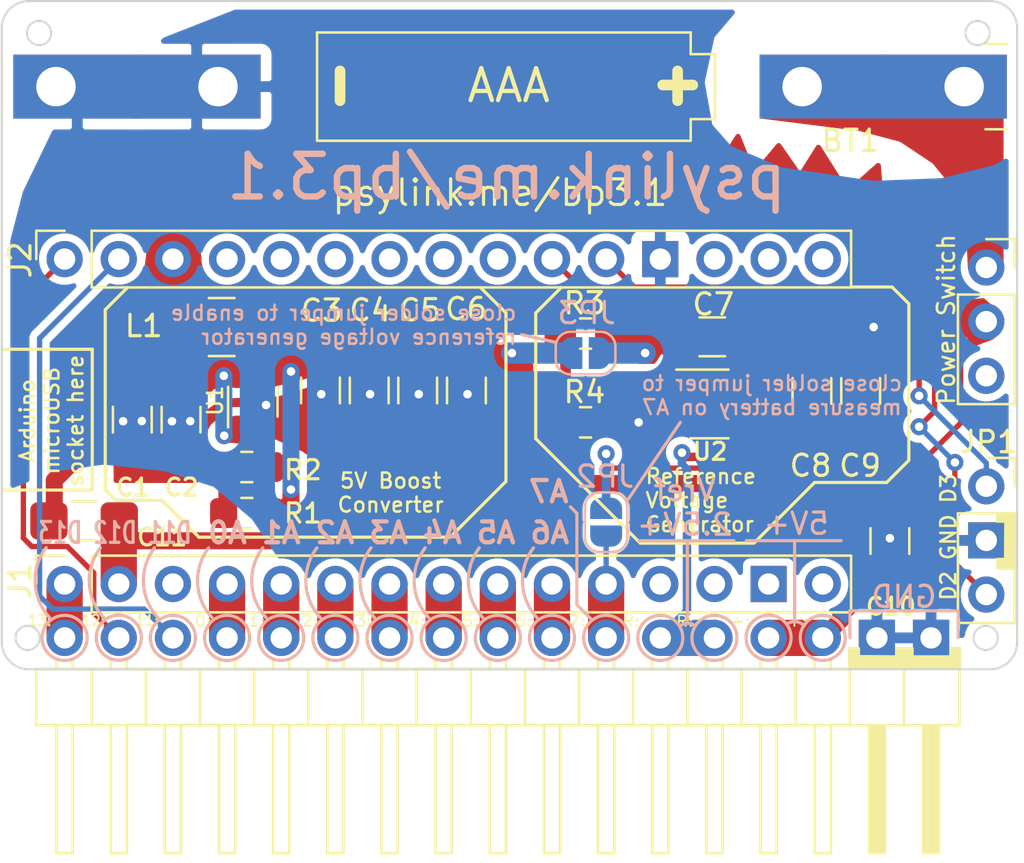
<source format=kicad_pcb>
(kicad_pcb (version 20171130) (host pcbnew 5.1.5+dfsg1-2build2)

  (general
    (thickness 1.6)
    (drawings 99)
    (tracks 141)
    (zones 0)
    (modules 26)
    (nets 37)
  )

  (page A4)
  (layers
    (0 F.Cu signal)
    (31 B.Cu signal hide)
    (32 B.Adhes user)
    (33 F.Adhes user)
    (34 B.Paste user)
    (35 F.Paste user)
    (36 B.SilkS user)
    (37 F.SilkS user)
    (38 B.Mask user hide)
    (39 F.Mask user hide)
    (40 Dwgs.User user)
    (41 Cmts.User user)
    (42 Eco1.User user)
    (43 Eco2.User user)
    (44 Edge.Cuts user)
    (45 Margin user)
    (46 B.CrtYd user)
    (47 F.CrtYd user)
    (48 B.Fab user hide)
    (49 F.Fab user hide)
  )

  (setup
    (last_trace_width 0.8)
    (user_trace_width 0.2)
    (user_trace_width 0.4)
    (user_trace_width 0.5)
    (user_trace_width 0.8)
    (user_trace_width 1)
    (user_trace_width 1.2)
    (user_trace_width 1.5)
    (user_trace_width 1.7)
    (trace_clearance 0.2)
    (zone_clearance 0.35)
    (zone_45_only no)
    (trace_min 0.2)
    (via_size 0.8)
    (via_drill 0.4)
    (via_min_size 0.4)
    (via_min_drill 0.3)
    (user_via 1.7 1)
    (uvia_size 0.3)
    (uvia_drill 0.1)
    (uvias_allowed no)
    (uvia_min_size 0.2)
    (uvia_min_drill 0.1)
    (edge_width 0.1)
    (segment_width 0.2)
    (pcb_text_width 0.3)
    (pcb_text_size 1.5 1.5)
    (mod_edge_width 0.15)
    (mod_text_size 1 1)
    (mod_text_width 0.15)
    (pad_size 1.75 1.75)
    (pad_drill 0)
    (pad_to_mask_clearance 0)
    (aux_axis_origin 0 0)
    (visible_elements FFFFFF7F)
    (pcbplotparams
      (layerselection 0x010fc_ffffffff)
      (usegerberextensions false)
      (usegerberattributes false)
      (usegerberadvancedattributes false)
      (creategerberjobfile false)
      (excludeedgelayer true)
      (linewidth 0.100000)
      (plotframeref false)
      (viasonmask false)
      (mode 1)
      (useauxorigin false)
      (hpglpennumber 1)
      (hpglpenspeed 20)
      (hpglpendiameter 15.000000)
      (psnegative false)
      (psa4output false)
      (plotreference true)
      (plotvalue true)
      (plotinvisibletext false)
      (padsonsilk false)
      (subtractmaskfromsilk true)
      (outputformat 1)
      (mirror false)
      (drillshape 0)
      (scaleselection 1)
      (outputdirectory "orders/2021-06-16/"))
  )

  (net 0 "")
  (net 1 /GND)
  (net 2 "Net-(BT1-Pad1)")
  (net 3 /V+)
  (net 4 /Vref)
  (net 5 /A0)
  (net 6 /A1)
  (net 7 /A2)
  (net 8 /A3)
  (net 9 /A4)
  (net 10 /A5)
  (net 11 /A6)
  (net 12 /A7)
  (net 13 /D2)
  (net 14 /D3)
  (net 15 /D4)
  (net 16 /VIN)
  (net 17 /GND2)
  (net 18 /RST)
  (net 19 /+5V)
  (net 20 /AREF)
  (net 21 /D13)
  (net 22 /TX)
  (net 23 /RX)
  (net 24 /D5)
  (net 25 /D6)
  (net 26 /D7)
  (net 27 /D8)
  (net 28 /D9)
  (net 29 /D11)
  (net 30 /D12)
  (net 31 /RST2)
  (net 32 /Vbat)
  (net 33 /OpAmpV+)
  (net 34 /FB)
  (net 35 /Vdiv)
  (net 36 /L)

  (net_class Default "This is the default net class."
    (clearance 0.2)
    (trace_width 0.25)
    (via_dia 0.8)
    (via_drill 0.4)
    (uvia_dia 0.3)
    (uvia_drill 0.1)
    (add_net /+5V)
    (add_net /A0)
    (add_net /A1)
    (add_net /A2)
    (add_net /A3)
    (add_net /A4)
    (add_net /A5)
    (add_net /A6)
    (add_net /A7)
    (add_net /AREF)
    (add_net /D11)
    (add_net /D12)
    (add_net /D13)
    (add_net /D2)
    (add_net /D3)
    (add_net /D4)
    (add_net /D5)
    (add_net /D6)
    (add_net /D7)
    (add_net /D8)
    (add_net /D9)
    (add_net /FB)
    (add_net /GND)
    (add_net /GND2)
    (add_net /L)
    (add_net /OpAmpV+)
    (add_net /RST)
    (add_net /RST2)
    (add_net /RX)
    (add_net /TX)
    (add_net /V+)
    (add_net /VIN)
    (add_net /Vbat)
    (add_net /Vdiv)
    (add_net /Vref)
    (add_net "Net-(BT1-Pad1)")
  )

  (module Inductor_SMD:L_1210_3225Metric_Pad1.42x2.65mm_HandSolder (layer F.Cu) (tedit 61410E58) (tstamp 60CA2F54)
    (at 33.4264 38.4048)
    (descr "Capacitor SMD 1210 (3225 Metric), square (rectangular) end terminal, IPC_7351 nominal with elongated pad for handsoldering. (Body size source: http://www.tortai-tech.com/upload/download/2011102023233369053.pdf), generated with kicad-footprint-generator")
    (tags "inductor handsolder")
    (path /60C00857)
    (attr smd)
    (fp_text reference L1 (at -3.6576 -0.0508) (layer F.SilkS)
      (effects (font (size 1 1) (thickness 0.15)))
    )
    (fp_text value 4.7uH (at 0 1.82) (layer F.Fab)
      (effects (font (size 1 1) (thickness 0.15)))
    )
    (fp_line (start -1.6 1.25) (end -1.6 -1.25) (layer F.Fab) (width 0.1))
    (fp_line (start -1.6 -1.25) (end 1.6 -1.25) (layer F.Fab) (width 0.1))
    (fp_line (start 1.6 -1.25) (end 1.6 1.25) (layer F.Fab) (width 0.1))
    (fp_line (start 1.6 1.25) (end -1.6 1.25) (layer F.Fab) (width 0.1))
    (fp_line (start -0.602064 -1.36) (end 0.602064 -1.36) (layer F.SilkS) (width 0.12))
    (fp_line (start -0.602064 1.36) (end 0.602064 1.36) (layer F.SilkS) (width 0.12))
    (fp_line (start -2.45 1.58) (end -2.45 -1.58) (layer F.CrtYd) (width 0.05))
    (fp_line (start -2.45 -1.58) (end 2.45 -1.58) (layer F.CrtYd) (width 0.05))
    (fp_line (start 2.45 -1.58) (end 2.45 1.58) (layer F.CrtYd) (width 0.05))
    (fp_line (start 2.45 1.58) (end -2.45 1.58) (layer F.CrtYd) (width 0.05))
    (fp_text user %R (at 0 0) (layer F.Fab)
      (effects (font (size 0.8 0.8) (thickness 0.12)))
    )
    (pad 1 smd roundrect (at -1.4875 0) (size 1.925 2.65) (drill (offset -0.25 0)) (layers F.Cu F.Paste F.Mask) (roundrect_rratio 0.175)
      (net 32 /Vbat))
    (pad 2 smd roundrect (at 1.4875 0) (size 1.625 2.65) (drill (offset 0.1 0)) (layers F.Cu F.Paste F.Mask) (roundrect_rratio 0.175)
      (net 36 /L))
    (model ${KISYS3DMOD}/Inductor_SMD.3dshapes/L_1210_3225Metric.wrl
      (at (xyz 0 0 0))
      (scale (xyz 1 1 1))
      (rotate (xyz 0 0 0))
    )
  )

  (module Capacitor_SMD:C_1206_3216Metric (layer F.Cu) (tedit 6140891E) (tstamp 60CA4516)
    (at 64.77 48.4408 90)
    (descr "Capacitor SMD 1206 (3216 Metric), square (rectangular) end terminal, IPC_7351 nominal, (Body size source: http://www.tortai-tech.com/upload/download/2011102023233369053.pdf), generated with kicad-footprint-generator")
    (tags capacitor)
    (path /60CB83B2)
    (attr smd)
    (fp_text reference C10 (at -3.0704 0.0508) (layer F.SilkS)
      (effects (font (size 0.8 0.8) (thickness 0.15)))
    )
    (fp_text value 100uF (at 0 1.82 90) (layer F.Fab)
      (effects (font (size 1 1) (thickness 0.15)))
    )
    (fp_text user %R (at 0 0 90) (layer F.Fab)
      (effects (font (size 0.8 0.8) (thickness 0.12)))
    )
    (fp_line (start 2.28 1.12) (end -2.28 1.12) (layer F.CrtYd) (width 0.05))
    (fp_line (start 2.28 -1.12) (end 2.28 1.12) (layer F.CrtYd) (width 0.05))
    (fp_line (start -2.28 -1.12) (end 2.28 -1.12) (layer F.CrtYd) (width 0.05))
    (fp_line (start -2.28 1.12) (end -2.28 -1.12) (layer F.CrtYd) (width 0.05))
    (fp_line (start -0.602064 0.91) (end 0.602064 0.91) (layer F.SilkS) (width 0.12))
    (fp_line (start -0.602064 -0.91) (end 0.602064 -0.91) (layer F.SilkS) (width 0.12))
    (fp_line (start 1.6 0.8) (end -1.6 0.8) (layer F.Fab) (width 0.1))
    (fp_line (start 1.6 -0.8) (end 1.6 0.8) (layer F.Fab) (width 0.1))
    (fp_line (start -1.6 -0.8) (end 1.6 -0.8) (layer F.Fab) (width 0.1))
    (fp_line (start -1.6 0.8) (end -1.6 -0.8) (layer F.Fab) (width 0.1))
    (pad 2 smd roundrect (at 1.4 0 90) (size 1.75 1.75) (drill (offset 0.25 0)) (layers F.Cu F.Paste F.Mask) (roundrect_rratio 0.2)
      (net 1 /GND))
    (pad 1 smd roundrect (at -1.4 0 90) (size 1.75 1.75) (drill (offset -0.25 0)) (layers F.Cu F.Paste F.Mask) (roundrect_rratio 0.2)
      (net 3 /V+))
    (model ${KISYS3DMOD}/Capacitor_SMD.3dshapes/C_1206_3216Metric.wrl
      (at (xyz 0 0 0))
      (scale (xyz 1 1 1))
      (rotate (xyz 0 0 0))
    )
  )

  (module Connector_PinSocket_2.54mm:PinSocket_1x15_P2.54mm_Vertical (layer F.Cu) (tedit 60C92CB7) (tstamp 60CA528A)
    (at 26.0604 35.2171 90)
    (descr "Through hole straight socket strip, 1x15, 2.54mm pitch, single row (from Kicad 4.0.7), script generated")
    (tags "Through hole socket strip THT 1x15 2.54mm single row")
    (path /60BC79E1)
    (fp_text reference J2 (at -0.0381 -2.0828 90 unlocked) (layer F.SilkS)
      (effects (font (size 1 1) (thickness 0.15)))
    )
    (fp_text value "Right Pin Strip" (at 0 38.33 90) (layer F.Fab)
      (effects (font (size 1 1) (thickness 0.15)))
    )
    (fp_text user %R (at 0 17.78) (layer F.Fab)
      (effects (font (size 1 1) (thickness 0.15)))
    )
    (fp_line (start -1.8 37.3) (end -1.8 -1.8) (layer F.CrtYd) (width 0.05))
    (fp_line (start 1.75 37.3) (end -1.8 37.3) (layer F.CrtYd) (width 0.05))
    (fp_line (start 1.75 -1.8) (end 1.75 37.3) (layer F.CrtYd) (width 0.05))
    (fp_line (start -1.8 -1.8) (end 1.75 -1.8) (layer F.CrtYd) (width 0.05))
    (fp_line (start 0 -1.33) (end 1.33 -1.33) (layer F.SilkS) (width 0.12))
    (fp_line (start 1.33 -1.33) (end 1.33 0) (layer F.SilkS) (width 0.12))
    (fp_line (start 1.33 1.27) (end 1.33 36.89) (layer F.SilkS) (width 0.12))
    (fp_line (start -1.33 36.89) (end 1.33 36.89) (layer F.SilkS) (width 0.12))
    (fp_line (start -1.33 1.27) (end -1.33 36.89) (layer F.SilkS) (width 0.12))
    (fp_line (start -1.33 1.27) (end 1.33 1.27) (layer F.SilkS) (width 0.12))
    (fp_line (start -1.27 36.83) (end -1.27 -1.27) (layer F.Fab) (width 0.1))
    (fp_line (start 1.27 36.83) (end -1.27 36.83) (layer F.Fab) (width 0.1))
    (fp_line (start 1.27 -0.635) (end 1.27 36.83) (layer F.Fab) (width 0.1))
    (fp_line (start 0.635 -1.27) (end 1.27 -0.635) (layer F.Fab) (width 0.1))
    (fp_line (start -1.27 -1.27) (end 0.635 -1.27) (layer F.Fab) (width 0.1))
    (pad 15 thru_hole oval (at 0 35.56 90) (size 1.7 1.7) (drill 1) (layers *.Cu *.Mask)
      (net 22 /TX))
    (pad 14 thru_hole oval (at 0 33.02 90) (size 1.7 1.7) (drill 1) (layers *.Cu *.Mask)
      (net 23 /RX))
    (pad 13 thru_hole oval (at 0 30.48 90) (size 1.7 1.7) (drill 1) (layers *.Cu *.Mask)
      (net 18 /RST))
    (pad 12 thru_hole rect (at 0 27.94 90) (size 1.7 1.7) (drill 1) (layers *.Cu *.Mask)
      (net 1 /GND))
    (pad 11 thru_hole oval (at 0 25.4 90) (size 1.7 1.7) (drill 1) (layers *.Cu *.Mask)
      (net 13 /D2))
    (pad 10 thru_hole oval (at 0 22.86 90) (size 1.7 1.7) (drill 1) (layers *.Cu *.Mask)
      (net 14 /D3))
    (pad 9 thru_hole oval (at 0 20.32 90) (size 1.7 1.7) (drill 1) (layers *.Cu *.Mask)
      (net 15 /D4))
    (pad 8 thru_hole oval (at 0 17.78 90) (size 1.7 1.7) (drill 1) (layers *.Cu *.Mask)
      (net 24 /D5))
    (pad 7 thru_hole oval (at 0 15.24 90) (size 1.7 1.7) (drill 1) (layers *.Cu *.Mask)
      (net 25 /D6))
    (pad 6 thru_hole oval (at 0 12.7 90) (size 1.7 1.7) (drill 1) (layers *.Cu *.Mask)
      (net 26 /D7))
    (pad 5 thru_hole oval (at 0 10.16 90) (size 1.7 1.7) (drill 1) (layers *.Cu *.Mask)
      (net 27 /D8))
    (pad 4 thru_hole oval (at 0 7.62 90) (size 1.7 1.7) (drill 1) (layers *.Cu *.Mask)
      (net 28 /D9))
    (pad 3 thru_hole oval (at 0 5.08 90) (size 1.7 1.7) (drill 1) (layers *.Cu *.Mask)
      (net 32 /Vbat))
    (pad 2 thru_hole oval (at 0 2.54 90) (size 1.7 1.7) (drill 1) (layers *.Cu *.Mask)
      (net 29 /D11))
    (pad 1 thru_hole oval (at 0 0 90) (size 1.7 1.7) (drill 1) (layers *.Cu *.Mask)
      (net 30 /D12))
    (model ${KISYS3DMOD}/Connector_PinSocket_2.54mm.3dshapes/PinSocket_1x15_P2.54mm_Vertical.wrl
      (at (xyz 0 0 0))
      (scale (xyz 1 1 1))
      (rotate (xyz 0 0 0))
    )
  )

  (module Resistor_SMD:R_0805_2012Metric (layer F.Cu) (tedit 61408B01) (tstamp 60C998AA)
    (at 34.6075 47.1297 180)
    (descr "Resistor SMD 0805 (2012 Metric), square (rectangular) end terminal, IPC_7351 nominal, (Body size source: https://docs.google.com/spreadsheets/d/1BsfQQcO9C6DZCsRaXUlFlo91Tg2WpOkGARC1WS5S8t0/edit?usp=sharing), generated with kicad-footprint-generator")
    (tags resistor)
    (path /60C054D1)
    (attr smd)
    (fp_text reference R1 (at -2.6289 -0.0127) (layer F.SilkS)
      (effects (font (size 0.9 0.9) (thickness 0.15)))
    )
    (fp_text value 1M/1% (at 0 1.65) (layer F.Fab)
      (effects (font (size 1 1) (thickness 0.15)))
    )
    (fp_text user %R (at 0 0) (layer F.Fab)
      (effects (font (size 0.5 0.5) (thickness 0.08)))
    )
    (fp_line (start 1.68 0.95) (end -1.68 0.95) (layer F.CrtYd) (width 0.05))
    (fp_line (start 1.68 -0.95) (end 1.68 0.95) (layer F.CrtYd) (width 0.05))
    (fp_line (start -1.68 -0.95) (end 1.68 -0.95) (layer F.CrtYd) (width 0.05))
    (fp_line (start -1.68 0.95) (end -1.68 -0.95) (layer F.CrtYd) (width 0.05))
    (fp_line (start -0.258578 0.71) (end 0.258578 0.71) (layer F.SilkS) (width 0.12))
    (fp_line (start -0.258578 -0.71) (end 0.258578 -0.71) (layer F.SilkS) (width 0.12))
    (fp_line (start 1 0.6) (end -1 0.6) (layer F.Fab) (width 0.1))
    (fp_line (start 1 -0.6) (end 1 0.6) (layer F.Fab) (width 0.1))
    (fp_line (start -1 -0.6) (end 1 -0.6) (layer F.Fab) (width 0.1))
    (fp_line (start -1 0.6) (end -1 -0.6) (layer F.Fab) (width 0.1))
    (pad 2 smd roundrect (at 0.9375 0 180) (size 1.275 1.4) (drill (offset 0.15 0)) (layers F.Cu F.Paste F.Mask) (roundrect_rratio 0.25)
      (net 34 /FB))
    (pad 1 smd roundrect (at -0.9375 0 180) (size 1.275 1.4) (drill (offset -0.15 0)) (layers F.Cu F.Paste F.Mask) (roundrect_rratio 0.25)
      (net 3 /V+))
    (model ${KISYS3DMOD}/Resistor_SMD.3dshapes/R_0805_2012Metric.wrl
      (at (xyz 0 0 0))
      (scale (xyz 1 1 1))
      (rotate (xyz 0 0 0))
    )
  )

  (module Jumper:SolderJumper-2_P1.3mm_Open_RoundedPad1.0x1.5mm (layer B.Cu) (tedit 5B391E66) (tstamp 60C8BC05)
    (at 50.4952 39.624)
    (descr "SMD Solder Jumper, 1x1.5mm, rounded Pads, 0.3mm gap, open")
    (tags "solder jumper open")
    (path /60E0C5DF)
    (attr virtual)
    (fp_text reference JP3 (at 0.0508 -1.8796 180) (layer B.SilkS)
      (effects (font (size 1 1) (thickness 0.15)) (justify mirror))
    )
    (fp_text value "Solder Jumper" (at 0 -1.9) (layer B.Fab)
      (effects (font (size 1 1) (thickness 0.15)) (justify mirror))
    )
    (fp_arc (start 0.7 0.3) (end 1.4 0.3) (angle 90) (layer B.SilkS) (width 0.12))
    (fp_arc (start 0.7 -0.3) (end 0.7 -1) (angle 90) (layer B.SilkS) (width 0.12))
    (fp_arc (start -0.7 -0.3) (end -1.4 -0.3) (angle 90) (layer B.SilkS) (width 0.12))
    (fp_arc (start -0.7 0.3) (end -0.7 1) (angle 90) (layer B.SilkS) (width 0.12))
    (fp_line (start -1.4 -0.3) (end -1.4 0.3) (layer B.SilkS) (width 0.12))
    (fp_line (start 0.7 -1) (end -0.7 -1) (layer B.SilkS) (width 0.12))
    (fp_line (start 1.4 0.3) (end 1.4 -0.3) (layer B.SilkS) (width 0.12))
    (fp_line (start -0.7 1) (end 0.7 1) (layer B.SilkS) (width 0.12))
    (fp_line (start -1.65 1.25) (end 1.65 1.25) (layer B.CrtYd) (width 0.05))
    (fp_line (start -1.65 1.25) (end -1.65 -1.25) (layer B.CrtYd) (width 0.05))
    (fp_line (start 1.65 -1.25) (end 1.65 1.25) (layer B.CrtYd) (width 0.05))
    (fp_line (start 1.65 -1.25) (end -1.65 -1.25) (layer B.CrtYd) (width 0.05))
    (pad 1 smd custom (at -0.65 0) (size 1 0.5) (layers B.Cu B.Mask)
      (net 3 /V+) (zone_connect 2)
      (options (clearance outline) (anchor rect))
      (primitives
        (gr_circle (center 0 -0.25) (end 0.5 -0.25) (width 0))
        (gr_circle (center 0 0.25) (end 0.5 0.25) (width 0))
        (gr_poly (pts
           (xy 0 0.75) (xy 0.5 0.75) (xy 0.5 -0.75) (xy 0 -0.75)) (width 0))
      ))
    (pad 2 smd custom (at 0.65 0) (size 1 0.5) (layers B.Cu B.Mask)
      (net 33 /OpAmpV+) (zone_connect 2)
      (options (clearance outline) (anchor rect))
      (primitives
        (gr_circle (center 0 -0.25) (end 0.5 -0.25) (width 0))
        (gr_circle (center 0 0.25) (end 0.5 0.25) (width 0))
        (gr_poly (pts
           (xy 0 0.75) (xy -0.5 0.75) (xy -0.5 -0.75) (xy 0 -0.75)) (width 0))
      ))
  )

  (module Resistor_SMD:R_0805_2012Metric (layer F.Cu) (tedit 61408AE5) (tstamp 60C998DA)
    (at 34.6075 44.9707)
    (descr "Resistor SMD 0805 (2012 Metric), square (rectangular) end terminal, IPC_7351 nominal, (Body size source: https://docs.google.com/spreadsheets/d/1BsfQQcO9C6DZCsRaXUlFlo91Tg2WpOkGARC1WS5S8t0/edit?usp=sharing), generated with kicad-footprint-generator")
    (tags resistor)
    (path /60C0938B)
    (attr smd)
    (fp_text reference R2 (at 2.6289 0.1397) (layer F.SilkS)
      (effects (font (size 0.9 0.9) (thickness 0.15)))
    )
    (fp_text value 110K/1% (at 0 1.65) (layer F.Fab)
      (effects (font (size 1 1) (thickness 0.15)))
    )
    (fp_text user %R (at 0 0) (layer F.Fab)
      (effects (font (size 0.5 0.5) (thickness 0.08)))
    )
    (fp_line (start 1.68 0.95) (end -1.68 0.95) (layer F.CrtYd) (width 0.05))
    (fp_line (start 1.68 -0.95) (end 1.68 0.95) (layer F.CrtYd) (width 0.05))
    (fp_line (start -1.68 -0.95) (end 1.68 -0.95) (layer F.CrtYd) (width 0.05))
    (fp_line (start -1.68 0.95) (end -1.68 -0.95) (layer F.CrtYd) (width 0.05))
    (fp_line (start -0.258578 0.71) (end 0.258578 0.71) (layer F.SilkS) (width 0.12))
    (fp_line (start -0.258578 -0.71) (end 0.258578 -0.71) (layer F.SilkS) (width 0.12))
    (fp_line (start 1 0.6) (end -1 0.6) (layer F.Fab) (width 0.1))
    (fp_line (start 1 -0.6) (end 1 0.6) (layer F.Fab) (width 0.1))
    (fp_line (start -1 -0.6) (end 1 -0.6) (layer F.Fab) (width 0.1))
    (fp_line (start -1 0.6) (end -1 -0.6) (layer F.Fab) (width 0.1))
    (pad 2 smd roundrect (at 0.9375 0) (size 1.275 1.4) (drill (offset 0.15 0)) (layers F.Cu F.Paste F.Mask) (roundrect_rratio 0.25)
      (net 1 /GND))
    (pad 1 smd roundrect (at -0.9375 0) (size 1.275 1.4) (drill (offset -0.15 0)) (layers F.Cu F.Paste F.Mask) (roundrect_rratio 0.25)
      (net 34 /FB))
    (model ${KISYS3DMOD}/Resistor_SMD.3dshapes/R_0805_2012Metric.wrl
      (at (xyz 0 0 0))
      (scale (xyz 1 1 1))
      (rotate (xyz 0 0 0))
    )
  )

  (module Connector_PinSocket_2.54mm:PinSocket_1x15_P2.54mm_Vertical (layer F.Cu) (tedit 60C7FCCA) (tstamp 60CB914D)
    (at 26.0604 50.4571 90)
    (descr "Through hole straight socket strip, 1x15, 2.54mm pitch, single row (from Kicad 4.0.7), script generated")
    (tags "Through hole socket strip THT 1x15 2.54mm single row")
    (path /60C041A0)
    (fp_text reference J1 (at 0.1397 -2.0828 90 unlocked) (layer F.SilkS)
      (effects (font (size 1 1) (thickness 0.15)))
    )
    (fp_text value "Left Pin Strip" (at -1.524 17.8435 180) (layer F.Fab)
      (effects (font (size 1 1) (thickness 0.15)))
    )
    (fp_line (start -1.27 -1.27) (end 0.635 -1.27) (layer F.Fab) (width 0.1))
    (fp_line (start 0.635 -1.27) (end 1.27 -0.635) (layer F.Fab) (width 0.1))
    (fp_line (start 1.27 -0.635) (end 1.27 36.83) (layer F.Fab) (width 0.1))
    (fp_line (start 1.27 36.83) (end -1.27 36.83) (layer F.Fab) (width 0.1))
    (fp_line (start -1.27 36.83) (end -1.27 -1.27) (layer F.Fab) (width 0.1))
    (fp_line (start -1.33 1.27) (end 1.33 1.27) (layer F.SilkS) (width 0.12))
    (fp_line (start -1.33 1.27) (end -1.33 36.89) (layer F.SilkS) (width 0.12))
    (fp_line (start -1.33 36.89) (end 1.33 36.89) (layer F.SilkS) (width 0.12))
    (fp_line (start 1.33 1.27) (end 1.33 36.89) (layer F.SilkS) (width 0.12))
    (fp_line (start 1.33 -1.33) (end 1.33 0) (layer F.SilkS) (width 0.12))
    (fp_line (start 0 -1.33) (end 1.33 -1.33) (layer F.SilkS) (width 0.12))
    (fp_line (start -1.8 -1.8) (end 1.75 -1.8) (layer F.CrtYd) (width 0.05))
    (fp_line (start 1.75 -1.8) (end 1.75 37.3) (layer F.CrtYd) (width 0.05))
    (fp_line (start 1.75 37.3) (end -1.8 37.3) (layer F.CrtYd) (width 0.05))
    (fp_line (start -1.8 37.3) (end -1.8 -1.8) (layer F.CrtYd) (width 0.05))
    (fp_text user %R (at 0 17.78) (layer F.Fab)
      (effects (font (size 1 1) (thickness 0.15)))
    )
    (pad 1 thru_hole oval (at 0 0 90) (size 1.7 1.7) (drill 1) (layers *.Cu *.Mask)
      (net 21 /D13))
    (pad 2 thru_hole oval (at 0 2.54 90) (size 1.7 1.7) (drill 1) (layers *.Cu *.Mask)
      (net 3 /V+))
    (pad 3 thru_hole oval (at 0 5.08 90) (size 1.7 1.7) (drill 1) (layers *.Cu *.Mask)
      (net 20 /AREF))
    (pad 4 thru_hole oval (at 0 7.62 90) (size 1.7 1.7) (drill 1) (layers *.Cu *.Mask)
      (net 5 /A0))
    (pad 5 thru_hole oval (at 0 10.16 90) (size 1.7 1.7) (drill 1) (layers *.Cu *.Mask)
      (net 6 /A1))
    (pad 6 thru_hole oval (at 0 12.7 90) (size 1.7 1.7) (drill 1) (layers *.Cu *.Mask)
      (net 7 /A2))
    (pad 7 thru_hole oval (at 0 15.24 90) (size 1.7 1.7) (drill 1) (layers *.Cu *.Mask)
      (net 8 /A3))
    (pad 8 thru_hole oval (at 0 17.78 90) (size 1.7 1.7) (drill 1) (layers *.Cu *.Mask)
      (net 9 /A4))
    (pad 9 thru_hole oval (at 0 20.32 90) (size 1.7 1.7) (drill 1) (layers *.Cu *.Mask)
      (net 10 /A5))
    (pad 10 thru_hole oval (at 0 22.86 90) (size 1.7 1.7) (drill 1) (layers *.Cu *.Mask)
      (net 11 /A6))
    (pad 11 thru_hole oval (at 0 25.4 90) (size 1.7 1.7) (drill 1) (layers *.Cu *.Mask)
      (net 12 /A7))
    (pad 12 thru_hole oval (at 0 27.94 90) (size 1.7 1.7) (drill 1) (layers *.Cu *.Mask)
      (net 19 /+5V))
    (pad 13 thru_hole oval (at 0 30.48 90) (size 1.7 1.7) (drill 1) (layers *.Cu *.Mask)
      (net 31 /RST2))
    (pad 14 thru_hole rect (at 0 33.02 90) (size 1.7 1.7) (drill 1) (layers *.Cu *.Mask)
      (net 17 /GND2))
    (pad 15 thru_hole oval (at 0 35.56 90) (size 1.7 1.7) (drill 1) (layers *.Cu *.Mask)
      (net 16 /VIN))
    (model ${KISYS3DMOD}/Connector_PinSocket_2.54mm.3dshapes/PinSocket_1x15_P2.54mm_Vertical.wrl
      (at (xyz 0 0 0))
      (scale (xyz 1 1 1))
      (rotate (xyz 0 0 0))
    )
  )

  (module Resistor_SMD:R_0805_2012Metric (layer F.Cu) (tedit 61408C13) (tstamp 60C7D6DF)
    (at 50.4952 42.8752)
    (descr "Resistor SMD 0805 (2012 Metric), square (rectangular) end terminal, IPC_7351 nominal, (Body size source: https://docs.google.com/spreadsheets/d/1BsfQQcO9C6DZCsRaXUlFlo91Tg2WpOkGARC1WS5S8t0/edit?usp=sharing), generated with kicad-footprint-generator")
    (tags resistor)
    (path /60ABC396)
    (attr smd)
    (fp_text reference R4 (at -0.0508 -1.4224) (layer F.SilkS)
      (effects (font (size 1 1) (thickness 0.15)))
    )
    (fp_text value 1M/1% (at 0 1.65) (layer F.Fab)
      (effects (font (size 1 1) (thickness 0.15)))
    )
    (fp_text user %R (at 0 0) (layer F.Fab)
      (effects (font (size 0.5 0.5) (thickness 0.08)))
    )
    (fp_line (start 1.68 0.95) (end -1.68 0.95) (layer F.CrtYd) (width 0.05))
    (fp_line (start 1.68 -0.95) (end 1.68 0.95) (layer F.CrtYd) (width 0.05))
    (fp_line (start -1.68 -0.95) (end 1.68 -0.95) (layer F.CrtYd) (width 0.05))
    (fp_line (start -1.68 0.95) (end -1.68 -0.95) (layer F.CrtYd) (width 0.05))
    (fp_line (start -0.258578 0.71) (end 0.258578 0.71) (layer F.SilkS) (width 0.12))
    (fp_line (start -0.258578 -0.71) (end 0.258578 -0.71) (layer F.SilkS) (width 0.12))
    (fp_line (start 1 0.6) (end -1 0.6) (layer F.Fab) (width 0.1))
    (fp_line (start 1 -0.6) (end 1 0.6) (layer F.Fab) (width 0.1))
    (fp_line (start -1 -0.6) (end 1 -0.6) (layer F.Fab) (width 0.1))
    (fp_line (start -1 0.6) (end -1 -0.6) (layer F.Fab) (width 0.1))
    (pad 2 smd roundrect (at 0.9375 0) (size 1.475 1.4) (drill (offset 0.25 0)) (layers F.Cu F.Paste F.Mask) (roundrect_rratio 0.25)
      (net 1 /GND))
    (pad 1 smd roundrect (at -0.9375 0) (size 1.475 1.4) (drill (offset -0.25 0)) (layers F.Cu F.Paste F.Mask) (roundrect_rratio 0.25)
      (net 35 /Vdiv))
    (model ${KISYS3DMOD}/Resistor_SMD.3dshapes/R_0805_2012Metric.wrl
      (at (xyz 0 0 0))
      (scale (xyz 1 1 1))
      (rotate (xyz 0 0 0))
    )
  )

  (module PsyLinkFootprints:BatteryHolder_Keystone_82_1xAAA (layer F.Cu) (tedit 60B956F1) (tstamp 60CA5991)
    (at 68.254 27.1272 180)
    (descr "1xAAA Battery Holder, Keystone, Two snap-in clips, https://eu.mouser.com/ProductDetail/Keystone-Electronics/82")
    (tags "AAA battery holder Keystone")
    (path /60BF138E)
    (fp_text reference BT1 (at 5.334 -2.54 180) (layer F.SilkS)
      (effects (font (size 1 1) (thickness 0.15)))
    )
    (fp_text value 1.2V (at 20.955 0) (layer F.Fab)
      (effects (font (size 0.9 0.9) (thickness 0.15)))
    )
    (fp_line (start 12.827 1.524) (end 12.827 2.54) (layer F.SilkS) (width 0.12))
    (fp_line (start 12.827 -1.524) (end 12.827 -2.54) (layer F.SilkS) (width 0.12))
    (fp_line (start 11.684 -1.524) (end 12.827 -1.524) (layer F.SilkS) (width 0.12))
    (fp_line (start 11.684 1.524) (end 12.827 1.524) (layer F.SilkS) (width 0.12))
    (fp_line (start 11.684 -1.524) (end 11.684 1.524) (layer F.SilkS) (width 0.12))
    (fp_line (start 30.353 -2.54) (end 12.827 -2.54) (layer F.SilkS) (width 0.12))
    (fp_line (start 30.353 2.54) (end 30.353 -2.54) (layer F.SilkS) (width 0.12))
    (fp_line (start 12.827 2.54) (end 30.353 2.54) (layer F.SilkS) (width 0.12))
    (fp_line (start 45.2 -3.8) (end 45.2 3.8) (layer B.CrtYd) (width 0.05))
    (fp_line (start 32.4 -3.8) (end 32.4 3.8) (layer B.CrtYd) (width 0.05))
    (fp_line (start 10.2 -3.8) (end 10.2 3.8) (layer B.CrtYd) (width 0.05))
    (fp_line (start -2.6 -3.8) (end -2.6 3.8) (layer B.CrtYd) (width 0.05))
    (fp_text user %R (at 7.62 0) (layer F.Fab)
      (effects (font (size 1 1) (thickness 0.15)))
    )
    (fp_line (start -2 -2) (end -1 -2) (layer F.SilkS) (width 0.12))
    (fp_line (start -1 2) (end -2 2) (layer F.SilkS) (width 0.12))
    (fp_line (start -2.6 -3.8) (end 45.2 -3.8) (layer B.CrtYd) (width 0.05))
    (fp_text user %R (at 7.62 0) (layer F.Fab)
      (effects (font (size 1 1) (thickness 0.15)))
    )
    (fp_line (start -2.6 3.8) (end 45.2 3.8) (layer B.CrtYd) (width 0.05))
    (pad 1 thru_hole rect (at 0 0 180) (size 6 3) (drill 1.85 (offset 1 0)) (layers *.Cu *.Mask)
      (net 2 "Net-(BT1-Pad1)"))
    (pad 2 thru_hole rect (at 42.6 0 180) (size 6 3) (drill 1.85 (offset -1 0)) (layers *.Cu *.Mask)
      (net 1 /GND))
    (pad 1 thru_hole rect (at 7.6 0 180) (size 6 3) (drill 1.85 (offset -1 0)) (layers *.Cu *.Mask)
      (net 2 "Net-(BT1-Pad1)"))
    (pad 2 thru_hole rect (at 35 0 180) (size 6 3) (drill 1.85 (offset 1 0)) (layers *.Cu *.Mask)
      (net 1 /GND))
  )

  (module Resistor_SMD:R_0805_2012Metric (layer F.Cu) (tedit 61408C05) (tstamp 60C7D4A2)
    (at 50.4952 38.7096 180)
    (descr "Resistor SMD 0805 (2012 Metric), square (rectangular) end terminal, IPC_7351 nominal, (Body size source: https://docs.google.com/spreadsheets/d/1BsfQQcO9C6DZCsRaXUlFlo91Tg2WpOkGARC1WS5S8t0/edit?usp=sharing), generated with kicad-footprint-generator")
    (tags resistor)
    (path /60ABC39C)
    (attr smd)
    (fp_text reference R3 (at 0.0508 1.4224) (layer F.SilkS)
      (effects (font (size 1 1) (thickness 0.15)))
    )
    (fp_text value 1M/1% (at 0 1.65) (layer F.Fab)
      (effects (font (size 1 1) (thickness 0.15)))
    )
    (fp_line (start -1 0.6) (end -1 -0.6) (layer F.Fab) (width 0.1))
    (fp_line (start -1 -0.6) (end 1 -0.6) (layer F.Fab) (width 0.1))
    (fp_line (start 1 -0.6) (end 1 0.6) (layer F.Fab) (width 0.1))
    (fp_line (start 1 0.6) (end -1 0.6) (layer F.Fab) (width 0.1))
    (fp_line (start -0.258578 -0.71) (end 0.258578 -0.71) (layer F.SilkS) (width 0.12))
    (fp_line (start -0.258578 0.71) (end 0.258578 0.71) (layer F.SilkS) (width 0.12))
    (fp_line (start -1.68 0.95) (end -1.68 -0.95) (layer F.CrtYd) (width 0.05))
    (fp_line (start -1.68 -0.95) (end 1.68 -0.95) (layer F.CrtYd) (width 0.05))
    (fp_line (start 1.68 -0.95) (end 1.68 0.95) (layer F.CrtYd) (width 0.05))
    (fp_line (start 1.68 0.95) (end -1.68 0.95) (layer F.CrtYd) (width 0.05))
    (fp_text user %R (at 0 0) (layer F.Fab)
      (effects (font (size 0.5 0.5) (thickness 0.08)))
    )
    (pad 1 smd roundrect (at -0.9375 0 180) (size 1.475 1.4) (drill (offset -0.25 0)) (layers F.Cu F.Paste F.Mask) (roundrect_rratio 0.25)
      (net 33 /OpAmpV+))
    (pad 2 smd roundrect (at 0.9375 0 180) (size 1.475 1.4) (drill (offset 0.25 0)) (layers F.Cu F.Paste F.Mask) (roundrect_rratio 0.25)
      (net 35 /Vdiv))
    (model ${KISYS3DMOD}/Resistor_SMD.3dshapes/R_0805_2012Metric.wrl
      (at (xyz 0 0 0))
      (scale (xyz 1 1 1))
      (rotate (xyz 0 0 0))
    )
  )

  (module Connector_PinSocket_2.54mm:PinSocket_1x03_P2.54mm_Vertical (layer F.Cu) (tedit 60C7FCAC) (tstamp 60CA9F67)
    (at 69.2912 35.6108)
    (descr "Through hole straight socket strip, 1x03, 2.54mm pitch, single row (from Kicad 4.0.7), script generated")
    (tags "Through hole socket strip THT 1x03 2.54mm single row")
    (path /60BF481E)
    (fp_text reference SW1 (at -3.048 -0.762 270) (layer F.SilkS) hide
      (effects (font (size 1 1) (thickness 0.15)))
    )
    (fp_text value "Power Switch" (at 1.524 3.6195 270) (layer F.Fab)
      (effects (font (size 1 1) (thickness 0.15)))
    )
    (fp_text user %R (at -0.047001 4.955499 90) (layer F.Fab)
      (effects (font (size 1 1) (thickness 0.15)))
    )
    (fp_line (start -1.8 6.85) (end -1.8 -1.8) (layer F.CrtYd) (width 0.05))
    (fp_line (start 1.75 6.85) (end -1.8 6.85) (layer F.CrtYd) (width 0.05))
    (fp_line (start 1.75 -1.8) (end 1.75 6.85) (layer F.CrtYd) (width 0.05))
    (fp_line (start -1.8 -1.8) (end 1.75 -1.8) (layer F.CrtYd) (width 0.05))
    (fp_line (start 0 -1.33) (end 1.33 -1.33) (layer F.SilkS) (width 0.12))
    (fp_line (start 1.33 -1.33) (end 1.33 0) (layer F.SilkS) (width 0.12))
    (fp_line (start 1.33 1.27) (end 1.33 6.41) (layer F.SilkS) (width 0.12))
    (fp_line (start -1.33 6.41) (end 1.33 6.41) (layer F.SilkS) (width 0.12))
    (fp_line (start -1.33 1.27) (end -1.33 6.41) (layer F.SilkS) (width 0.12))
    (fp_line (start -1.33 1.27) (end 1.33 1.27) (layer F.SilkS) (width 0.12))
    (fp_line (start -1.27 6.35) (end -1.27 -1.27) (layer F.Fab) (width 0.1))
    (fp_line (start 1.27 6.35) (end -1.27 6.35) (layer F.Fab) (width 0.1))
    (fp_line (start 1.27 -0.635) (end 1.27 6.35) (layer F.Fab) (width 0.1))
    (fp_line (start 0.635 -1.27) (end 1.27 -0.635) (layer F.Fab) (width 0.1))
    (fp_line (start -1.27 -1.27) (end 0.635 -1.27) (layer F.Fab) (width 0.1))
    (pad 3 thru_hole oval (at 0 5.08) (size 1.7 1.7) (drill 1) (layers *.Cu *.Mask))
    (pad 2 thru_hole oval (at 0 2.54) (size 1.7 1.7) (drill 1) (layers *.Cu *.Mask)
      (net 32 /Vbat))
    (pad 1 thru_hole oval (at 0 0) (size 1.7 1.7) (drill 1) (layers *.Cu *.Mask)
      (net 2 "Net-(BT1-Pad1)"))
    (model ${KISYS3DMOD}/Connector_PinSocket_2.54mm.3dshapes/PinSocket_1x03_P2.54mm_Vertical.wrl
      (at (xyz 0 0 0))
      (scale (xyz 1 1 1))
      (rotate (xyz 0 0 0))
    )
  )

  (module Package_TO_SOT_SMD:Texas_R-PDSO-G6 (layer F.Cu) (tedit 61410CF9) (tstamp 60C7D396)
    (at 34.8869 41.91 90)
    (descr "R-PDSO-G6, http://www.ti.com/lit/ds/slis144b/slis144b.pdf")
    (tags "R-PDSO-G6 SC-70-6")
    (path /60BEF8B9)
    (attr smd)
    (fp_text reference U1 (at 0.0508 -1.7653 90) (layer F.SilkS)
      (effects (font (size 0.7 0.7) (thickness 0.12)))
    )
    (fp_text value TPS61220DCK (at 0 2 90) (layer F.Fab)
      (effects (font (size 1 1) (thickness 0.15)))
    )
    (fp_text user %R (at 0 0) (layer F.Fab)
      (effects (font (size 0.5 0.5) (thickness 0.075)))
    )
    (fp_line (start 0.7 -1.16) (end -1.2 -1.16) (layer F.SilkS) (width 0.12))
    (fp_line (start -0.7 1.16) (end 0.7 1.16) (layer F.SilkS) (width 0.12))
    (fp_line (start 1.6 1.4) (end 1.6 -1.4) (layer F.CrtYd) (width 0.05))
    (fp_line (start -1.6 -1.4) (end -1.6 1.4) (layer F.CrtYd) (width 0.05))
    (fp_line (start -1.6 -1.4) (end 1.6 -1.4) (layer F.CrtYd) (width 0.05))
    (fp_line (start 0.675 -1.1) (end -0.175 -1.1) (layer F.Fab) (width 0.1))
    (fp_line (start -0.675 -0.6) (end -0.675 1.1) (layer F.Fab) (width 0.1))
    (fp_line (start -1.6 1.4) (end 1.6 1.4) (layer F.CrtYd) (width 0.05))
    (fp_line (start 0.675 -1.1) (end 0.675 1.1) (layer F.Fab) (width 0.1))
    (fp_line (start 0.675 1.1) (end -0.675 1.1) (layer F.Fab) (width 0.1))
    (fp_line (start -0.175 -1.1) (end -0.675 -0.6) (layer F.Fab) (width 0.1))
    (pad 1 smd rect (at -1.1 -0.65 90) (size 1.3 0.4) (drill (offset -0.2 0)) (layers F.Cu F.Paste F.Mask)
      (net 32 /Vbat))
    (pad 3 smd rect (at -1.1 0.65 90) (size 1.3 0.4) (drill (offset -0.2 0)) (layers F.Cu F.Paste F.Mask)
      (net 1 /GND))
    (pad 5 smd rect (at 1.1 0 90) (size 1.3 0.4) (drill (offset 0.2 0)) (layers F.Cu F.Paste F.Mask)
      (net 36 /L))
    (pad 2 smd rect (at -1.1 0 90) (size 1.3 0.4) (drill (offset -0.2 0)) (layers F.Cu F.Paste F.Mask)
      (net 34 /FB))
    (pad 4 smd rect (at 1.1 0.65 90) (size 1.3 0.4) (drill (offset 0.2 0)) (layers F.Cu F.Paste F.Mask)
      (net 3 /V+))
    (pad 6 smd rect (at 1.1 -0.65 90) (size 1.3 0.4) (drill (offset 0.2 0)) (layers F.Cu F.Paste F.Mask)
      (net 32 /Vbat))
    (model ${KISYS3DMOD}/Package_TO_SOT_SMD.3dshapes/SOT-363_SC-70-6.wrl
      (at (xyz 0 0 0))
      (scale (xyz 1 1 1))
      (rotate (xyz 0 0 0))
    )
  )

  (module Package_TO_SOT_SMD:SOT-23-5 (layer F.Cu) (tedit 61408A77) (tstamp 60C8F3A8)
    (at 56.304 42.0116)
    (descr "5-pin SOT23 package")
    (tags SOT-23-5)
    (path /60DAB6F6)
    (attr smd)
    (fp_text reference U2 (at 0.0332 2.2352 180) (layer F.SilkS)
      (effects (font (size 0.8 0.8) (thickness 0.15)))
    )
    (fp_text value LM321 (at 0 2.9) (layer F.Fab)
      (effects (font (size 1 1) (thickness 0.15)))
    )
    (fp_text user %R (at 0 0 90) (layer F.Fab)
      (effects (font (size 0.5 0.5) (thickness 0.075)))
    )
    (fp_line (start -0.9 1.61) (end 0.9 1.61) (layer F.SilkS) (width 0.12))
    (fp_line (start 0.9 -1.61) (end -1.55 -1.61) (layer F.SilkS) (width 0.12))
    (fp_line (start -1.9 -1.8) (end 1.9 -1.8) (layer F.CrtYd) (width 0.05))
    (fp_line (start 1.9 -1.8) (end 1.9 1.8) (layer F.CrtYd) (width 0.05))
    (fp_line (start 1.9 1.8) (end -1.9 1.8) (layer F.CrtYd) (width 0.05))
    (fp_line (start -1.9 1.8) (end -1.9 -1.8) (layer F.CrtYd) (width 0.05))
    (fp_line (start -0.9 -0.9) (end -0.25 -1.55) (layer F.Fab) (width 0.1))
    (fp_line (start 0.9 -1.55) (end -0.25 -1.55) (layer F.Fab) (width 0.1))
    (fp_line (start -0.9 -0.9) (end -0.9 1.55) (layer F.Fab) (width 0.1))
    (fp_line (start 0.9 1.55) (end -0.9 1.55) (layer F.Fab) (width 0.1))
    (fp_line (start 0.9 -1.55) (end 0.9 1.55) (layer F.Fab) (width 0.1))
    (pad 1 smd rect (at -1.1 -0.95) (size 2.06 0.65) (drill (offset -0.5 0)) (layers F.Cu F.Paste F.Mask)
      (net 35 /Vdiv))
    (pad 2 smd rect (at -1.1 0) (size 2.06 0.65) (drill (offset -0.5 0)) (layers F.Cu F.Paste F.Mask)
      (net 1 /GND))
    (pad 3 smd rect (at -1.1 0.95) (size 2.06 0.65) (drill (offset -0.5 0)) (layers F.Cu F.Paste F.Mask)
      (net 4 /Vref))
    (pad 4 smd rect (at 1.1 0.95) (size 2.06 0.65) (drill (offset 0.5 0)) (layers F.Cu F.Paste F.Mask)
      (net 4 /Vref))
    (pad 5 smd rect (at 1.1 -0.95) (size 2.06 0.65) (drill (offset 0.5 0)) (layers F.Cu F.Paste F.Mask)
      (net 33 /OpAmpV+))
    (model ${KISYS3DMOD}/Package_TO_SOT_SMD.3dshapes/SOT-23-5.wrl
      (at (xyz 0 0 0))
      (scale (xyz 1 1 1))
      (rotate (xyz 0 0 0))
    )
  )

  (module Capacitor_SMD:C_1206_3216Metric (layer F.Cu) (tedit 61410F29) (tstamp 60CAEF2F)
    (at 31.5214 42.7482 90)
    (descr "Capacitor SMD 1206 (3216 Metric), square (rectangular) end terminal, IPC_7351 nominal, (Body size source: http://www.tortai-tech.com/upload/download/2011102023233369053.pdf), generated with kicad-footprint-generator")
    (tags capacitor)
    (path /60CBE5F6)
    (attr smd)
    (fp_text reference C2 (at -3.175 0.0254 180) (layer F.SilkS)
      (effects (font (size 0.8 0.8) (thickness 0.15)))
    )
    (fp_text value 100uF (at 0 1.82 90) (layer F.Fab)
      (effects (font (size 1 1) (thickness 0.15)))
    )
    (fp_text user %R (at 0 0 90) (layer F.Fab)
      (effects (font (size 0.8 0.8) (thickness 0.12)))
    )
    (fp_line (start 2.28 1.12) (end -2.28 1.12) (layer F.CrtYd) (width 0.05))
    (fp_line (start 2.28 -1.12) (end 2.28 1.12) (layer F.CrtYd) (width 0.05))
    (fp_line (start -2.28 -1.12) (end 2.28 -1.12) (layer F.CrtYd) (width 0.05))
    (fp_line (start -2.28 1.12) (end -2.28 -1.12) (layer F.CrtYd) (width 0.05))
    (fp_line (start -0.602064 0.91) (end 0.602064 0.91) (layer F.SilkS) (width 0.12))
    (fp_line (start -0.602064 -0.91) (end 0.602064 -0.91) (layer F.SilkS) (width 0.12))
    (fp_line (start 1.6 0.8) (end -1.6 0.8) (layer F.Fab) (width 0.1))
    (fp_line (start 1.6 -0.8) (end 1.6 0.8) (layer F.Fab) (width 0.1))
    (fp_line (start -1.6 -0.8) (end 1.6 -0.8) (layer F.Fab) (width 0.1))
    (fp_line (start -1.6 0.8) (end -1.6 -0.8) (layer F.Fab) (width 0.1))
    (pad 2 smd roundrect (at 1.4 0 90) (size 1.75 1.75) (drill (offset 0.25 0)) (layers F.Cu F.Paste F.Mask) (roundrect_rratio 0.2)
      (net 32 /Vbat))
    (pad 1 smd roundrect (at -1.4 0 90) (size 1.75 1.75) (drill (offset -0.25 0)) (layers F.Cu F.Paste F.Mask) (roundrect_rratio 0.2)
      (net 1 /GND))
    (model ${KISYS3DMOD}/Capacitor_SMD.3dshapes/C_1206_3216Metric.wrl
      (at (xyz 0 0 0))
      (scale (xyz 1 1 1))
      (rotate (xyz 0 0 0))
    )
  )

  (module Capacitor_SMD:C_1206_3216Metric (layer F.Cu) (tedit 61410F20) (tstamp 60CAEF5F)
    (at 29.2354 42.7482 90)
    (descr "Capacitor SMD 1206 (3216 Metric), square (rectangular) end terminal, IPC_7351 nominal, (Body size source: http://www.tortai-tech.com/upload/download/2011102023233369053.pdf), generated with kicad-footprint-generator")
    (tags capacitor)
    (path /60DC86D8)
    (attr smd)
    (fp_text reference C1 (at -3.175 0.0254 180) (layer F.SilkS)
      (effects (font (size 0.8 0.8) (thickness 0.15)))
    )
    (fp_text value 100uF (at 0 1.82 90) (layer F.Fab)
      (effects (font (size 1 1) (thickness 0.15)))
    )
    (fp_line (start -1.6 0.8) (end -1.6 -0.8) (layer F.Fab) (width 0.1))
    (fp_line (start -1.6 -0.8) (end 1.6 -0.8) (layer F.Fab) (width 0.1))
    (fp_line (start 1.6 -0.8) (end 1.6 0.8) (layer F.Fab) (width 0.1))
    (fp_line (start 1.6 0.8) (end -1.6 0.8) (layer F.Fab) (width 0.1))
    (fp_line (start -0.602064 -0.91) (end 0.602064 -0.91) (layer F.SilkS) (width 0.12))
    (fp_line (start -0.602064 0.91) (end 0.602064 0.91) (layer F.SilkS) (width 0.12))
    (fp_line (start -2.28 1.12) (end -2.28 -1.12) (layer F.CrtYd) (width 0.05))
    (fp_line (start -2.28 -1.12) (end 2.28 -1.12) (layer F.CrtYd) (width 0.05))
    (fp_line (start 2.28 -1.12) (end 2.28 1.12) (layer F.CrtYd) (width 0.05))
    (fp_line (start 2.28 1.12) (end -2.28 1.12) (layer F.CrtYd) (width 0.05))
    (fp_text user %R (at 0 0 90) (layer F.Fab)
      (effects (font (size 0.8 0.8) (thickness 0.12)))
    )
    (pad 1 smd roundrect (at -1.4 0 90) (size 1.75 1.75) (drill (offset -0.25 0)) (layers F.Cu F.Paste F.Mask) (roundrect_rratio 0.2)
      (net 1 /GND))
    (pad 2 smd roundrect (at 1.4 0 90) (size 1.75 1.75) (drill (offset 0.25 0)) (layers F.Cu F.Paste F.Mask) (roundrect_rratio 0.2)
      (net 32 /Vbat))
    (model ${KISYS3DMOD}/Capacitor_SMD.3dshapes/C_1206_3216Metric.wrl
      (at (xyz 0 0 0))
      (scale (xyz 1 1 1))
      (rotate (xyz 0 0 0))
    )
  )

  (module Capacitor_SMD:C_1206_3216Metric (layer F.Cu) (tedit 6140862D) (tstamp 60C8BC7F)
    (at 38.0619 41.3766 270)
    (descr "Capacitor SMD 1206 (3216 Metric), square (rectangular) end terminal, IPC_7351 nominal, (Body size source: http://www.tortai-tech.com/upload/download/2011102023233369053.pdf), generated with kicad-footprint-generator")
    (tags capacitor)
    (path /60CBD3AB)
    (attr smd)
    (fp_text reference C3 (at -3.7465 -0.0508 180) (layer F.SilkS)
      (effects (font (size 1 1) (thickness 0.15)))
    )
    (fp_text value 100uF (at 0 1.82 90) (layer F.Fab)
      (effects (font (size 1 1) (thickness 0.15)))
    )
    (fp_line (start -1.6 0.8) (end -1.6 -0.8) (layer F.Fab) (width 0.1))
    (fp_line (start -1.6 -0.8) (end 1.6 -0.8) (layer F.Fab) (width 0.1))
    (fp_line (start 1.6 -0.8) (end 1.6 0.8) (layer F.Fab) (width 0.1))
    (fp_line (start 1.6 0.8) (end -1.6 0.8) (layer F.Fab) (width 0.1))
    (fp_line (start -0.602064 -0.91) (end 0.602064 -0.91) (layer F.SilkS) (width 0.12))
    (fp_line (start -0.602064 0.91) (end 0.602064 0.91) (layer F.SilkS) (width 0.12))
    (fp_line (start -2.28 1.12) (end -2.28 -1.12) (layer F.CrtYd) (width 0.05))
    (fp_line (start -2.28 -1.12) (end 2.28 -1.12) (layer F.CrtYd) (width 0.05))
    (fp_line (start 2.28 -1.12) (end 2.28 1.12) (layer F.CrtYd) (width 0.05))
    (fp_line (start 2.28 1.12) (end -2.28 1.12) (layer F.CrtYd) (width 0.05))
    (fp_text user %R (at 0 0 90) (layer F.Fab)
      (effects (font (size 0.8 0.8) (thickness 0.12)))
    )
    (pad 1 smd roundrect (at -1.4 0 270) (size 2.25 1.75) (drill (offset -0.5 0)) (layers F.Cu F.Paste F.Mask) (roundrect_rratio 0.2)
      (net 3 /V+))
    (pad 2 smd roundrect (at 1.4 0 270) (size 2.25 1.75) (drill (offset 0.5 0)) (layers F.Cu F.Paste F.Mask) (roundrect_rratio 0.2)
      (net 1 /GND))
    (model ${KISYS3DMOD}/Capacitor_SMD.3dshapes/C_1206_3216Metric.wrl
      (at (xyz 0 0 0))
      (scale (xyz 1 1 1))
      (rotate (xyz 0 0 0))
    )
  )

  (module Capacitor_SMD:C_1206_3216Metric (layer F.Cu) (tedit 6140863E) (tstamp 60C7D412)
    (at 40.3479 41.3766 270)
    (descr "Capacitor SMD 1206 (3216 Metric), square (rectangular) end terminal, IPC_7351 nominal, (Body size source: http://www.tortai-tech.com/upload/download/2011102023233369053.pdf), generated with kicad-footprint-generator")
    (tags capacitor)
    (path /60CB80A8)
    (attr smd)
    (fp_text reference C4 (at -3.7592 -0.0508 180) (layer F.SilkS)
      (effects (font (size 1 1) (thickness 0.15)))
    )
    (fp_text value 100uF (at 0 1.82 90) (layer F.Fab)
      (effects (font (size 1 1) (thickness 0.15)))
    )
    (fp_text user %R (at 0 0 90) (layer F.Fab)
      (effects (font (size 0.8 0.8) (thickness 0.12)))
    )
    (fp_line (start 2.28 1.12) (end -2.28 1.12) (layer F.CrtYd) (width 0.05))
    (fp_line (start 2.28 -1.12) (end 2.28 1.12) (layer F.CrtYd) (width 0.05))
    (fp_line (start -2.28 -1.12) (end 2.28 -1.12) (layer F.CrtYd) (width 0.05))
    (fp_line (start -2.28 1.12) (end -2.28 -1.12) (layer F.CrtYd) (width 0.05))
    (fp_line (start -0.602064 0.91) (end 0.602064 0.91) (layer F.SilkS) (width 0.12))
    (fp_line (start -0.602064 -0.91) (end 0.602064 -0.91) (layer F.SilkS) (width 0.12))
    (fp_line (start 1.6 0.8) (end -1.6 0.8) (layer F.Fab) (width 0.1))
    (fp_line (start 1.6 -0.8) (end 1.6 0.8) (layer F.Fab) (width 0.1))
    (fp_line (start -1.6 -0.8) (end 1.6 -0.8) (layer F.Fab) (width 0.1))
    (fp_line (start -1.6 0.8) (end -1.6 -0.8) (layer F.Fab) (width 0.1))
    (pad 2 smd roundrect (at 1.4 0 270) (size 2.25 1.75) (drill (offset 0.5 0)) (layers F.Cu F.Paste F.Mask) (roundrect_rratio 0.2)
      (net 1 /GND))
    (pad 1 smd roundrect (at -1.4 0 270) (size 2.25 1.75) (drill (offset -0.5 0)) (layers F.Cu F.Paste F.Mask) (roundrect_rratio 0.2)
      (net 3 /V+))
    (model ${KISYS3DMOD}/Capacitor_SMD.3dshapes/C_1206_3216Metric.wrl
      (at (xyz 0 0 0))
      (scale (xyz 1 1 1))
      (rotate (xyz 0 0 0))
    )
  )

  (module Capacitor_SMD:C_1206_3216Metric (layer F.Cu) (tedit 61408A95) (tstamp 60C8DBF9)
    (at 56.4388 38.862)
    (descr "Capacitor SMD 1206 (3216 Metric), square (rectangular) end terminal, IPC_7351 nominal, (Body size source: http://www.tortai-tech.com/upload/download/2011102023233369053.pdf), generated with kicad-footprint-generator")
    (tags capacitor)
    (path /60CB87C5)
    (attr smd)
    (fp_text reference C7 (at 0.0508 -1.524) (layer F.SilkS)
      (effects (font (size 1 1) (thickness 0.15)))
    )
    (fp_text value 100uF (at 0 1.82) (layer F.Fab)
      (effects (font (size 1 1) (thickness 0.15)))
    )
    (fp_text user %R (at 0 0) (layer F.Fab)
      (effects (font (size 0.8 0.8) (thickness 0.12)))
    )
    (fp_line (start 2.28 1.12) (end -2.28 1.12) (layer F.CrtYd) (width 0.05))
    (fp_line (start 2.28 -1.12) (end 2.28 1.12) (layer F.CrtYd) (width 0.05))
    (fp_line (start -2.28 -1.12) (end 2.28 -1.12) (layer F.CrtYd) (width 0.05))
    (fp_line (start -2.28 1.12) (end -2.28 -1.12) (layer F.CrtYd) (width 0.05))
    (fp_line (start -0.602064 0.91) (end 0.602064 0.91) (layer F.SilkS) (width 0.12))
    (fp_line (start -0.602064 -0.91) (end 0.602064 -0.91) (layer F.SilkS) (width 0.12))
    (fp_line (start 1.6 0.8) (end -1.6 0.8) (layer F.Fab) (width 0.1))
    (fp_line (start 1.6 -0.8) (end 1.6 0.8) (layer F.Fab) (width 0.1))
    (fp_line (start -1.6 -0.8) (end 1.6 -0.8) (layer F.Fab) (width 0.1))
    (fp_line (start -1.6 0.8) (end -1.6 -0.8) (layer F.Fab) (width 0.1))
    (pad 2 smd roundrect (at 1.4 0) (size 1.75 1.75) (drill (offset 0.25 0)) (layers F.Cu F.Paste F.Mask) (roundrect_rratio 0.2)
      (net 1 /GND))
    (pad 1 smd roundrect (at -1.4 0) (size 1.75 1.75) (drill (offset -0.25 0)) (layers F.Cu F.Paste F.Mask) (roundrect_rratio 0.2)
      (net 33 /OpAmpV+))
    (model ${KISYS3DMOD}/Capacitor_SMD.3dshapes/C_1206_3216Metric.wrl
      (at (xyz 0 0 0))
      (scale (xyz 1 1 1))
      (rotate (xyz 0 0 0))
    )
  )

  (module Capacitor_SMD:C_1206_3216Metric (layer F.Cu) (tedit 614088AE) (tstamp 60C8FA9A)
    (at 61.1124 41.402 90)
    (descr "Capacitor SMD 1206 (3216 Metric), square (rectangular) end terminal, IPC_7351 nominal, (Body size source: http://www.tortai-tech.com/upload/download/2011102023233369053.pdf), generated with kicad-footprint-generator")
    (tags capacitor)
    (path /60BC536C)
    (attr smd)
    (fp_text reference C8 (at -3.5052 -0.0635 180) (layer F.SilkS)
      (effects (font (size 1 1) (thickness 0.15)))
    )
    (fp_text value 100uF (at 0 1.82 90) (layer F.Fab)
      (effects (font (size 1 1) (thickness 0.15)))
    )
    (fp_line (start -1.6 0.8) (end -1.6 -0.8) (layer F.Fab) (width 0.1))
    (fp_line (start -1.6 -0.8) (end 1.6 -0.8) (layer F.Fab) (width 0.1))
    (fp_line (start 1.6 -0.8) (end 1.6 0.8) (layer F.Fab) (width 0.1))
    (fp_line (start 1.6 0.8) (end -1.6 0.8) (layer F.Fab) (width 0.1))
    (fp_line (start -0.602064 -0.91) (end 0.602064 -0.91) (layer F.SilkS) (width 0.12))
    (fp_line (start -0.602064 0.91) (end 0.602064 0.91) (layer F.SilkS) (width 0.12))
    (fp_line (start -2.28 1.12) (end -2.28 -1.12) (layer F.CrtYd) (width 0.05))
    (fp_line (start -2.28 -1.12) (end 2.28 -1.12) (layer F.CrtYd) (width 0.05))
    (fp_line (start 2.28 -1.12) (end 2.28 1.12) (layer F.CrtYd) (width 0.05))
    (fp_line (start 2.28 1.12) (end -2.28 1.12) (layer F.CrtYd) (width 0.05))
    (fp_text user %R (at 0 0 90) (layer F.Fab)
      (effects (font (size 0.8 0.8) (thickness 0.12)))
    )
    (pad 1 smd roundrect (at -1.4 0 90) (size 1.75 1.75) (drill (offset -0.25 0)) (layers F.Cu F.Paste F.Mask) (roundrect_rratio 0.2)
      (net 4 /Vref))
    (pad 2 smd roundrect (at 1.4 0 90) (size 1.75 1.75) (drill (offset 0.25 0)) (layers F.Cu F.Paste F.Mask) (roundrect_rratio 0.2)
      (net 1 /GND))
    (model ${KISYS3DMOD}/Capacitor_SMD.3dshapes/C_1206_3216Metric.wrl
      (at (xyz 0 0 0))
      (scale (xyz 1 1 1))
      (rotate (xyz 0 0 0))
    )
  )

  (module Capacitor_SMD:C_1206_3216Metric (layer F.Cu) (tedit 614088A5) (tstamp 60C90538)
    (at 63.3984 41.402 90)
    (descr "Capacitor SMD 1206 (3216 Metric), square (rectangular) end terminal, IPC_7351 nominal, (Body size source: http://www.tortai-tech.com/upload/download/2011102023233369053.pdf), generated with kicad-footprint-generator")
    (tags capacitor)
    (path /60DE2DF4)
    (attr smd)
    (fp_text reference C9 (at -3.5052 -0.0254 180) (layer F.SilkS)
      (effects (font (size 1 1) (thickness 0.15)))
    )
    (fp_text value 100uF (at 0 1.82 90) (layer F.Fab)
      (effects (font (size 1 1) (thickness 0.15)))
    )
    (fp_text user %R (at 0 0 90) (layer F.Fab)
      (effects (font (size 0.8 0.8) (thickness 0.12)))
    )
    (fp_line (start 2.28 1.12) (end -2.28 1.12) (layer F.CrtYd) (width 0.05))
    (fp_line (start 2.28 -1.12) (end 2.28 1.12) (layer F.CrtYd) (width 0.05))
    (fp_line (start -2.28 -1.12) (end 2.28 -1.12) (layer F.CrtYd) (width 0.05))
    (fp_line (start -2.28 1.12) (end -2.28 -1.12) (layer F.CrtYd) (width 0.05))
    (fp_line (start -0.602064 0.91) (end 0.602064 0.91) (layer F.SilkS) (width 0.12))
    (fp_line (start -0.602064 -0.91) (end 0.602064 -0.91) (layer F.SilkS) (width 0.12))
    (fp_line (start 1.6 0.8) (end -1.6 0.8) (layer F.Fab) (width 0.1))
    (fp_line (start 1.6 -0.8) (end 1.6 0.8) (layer F.Fab) (width 0.1))
    (fp_line (start -1.6 -0.8) (end 1.6 -0.8) (layer F.Fab) (width 0.1))
    (fp_line (start -1.6 0.8) (end -1.6 -0.8) (layer F.Fab) (width 0.1))
    (pad 2 smd roundrect (at 1.4 0 90) (size 1.75 1.75) (drill (offset 0.25 0)) (layers F.Cu F.Paste F.Mask) (roundrect_rratio 0.2)
      (net 1 /GND))
    (pad 1 smd roundrect (at -1.4 0 90) (size 1.75 1.75) (drill (offset -0.25 0)) (layers F.Cu F.Paste F.Mask) (roundrect_rratio 0.2)
      (net 4 /Vref))
    (model ${KISYS3DMOD}/Capacitor_SMD.3dshapes/C_1206_3216Metric.wrl
      (at (xyz 0 0 0))
      (scale (xyz 1 1 1))
      (rotate (xyz 0 0 0))
    )
  )

  (module Jumper:SolderJumper-2_P1.3mm_Open_RoundedPad1.0x1.5mm (layer B.Cu) (tedit 5B391E66) (tstamp 60C97D1E)
    (at 51.4604 47.5592 270)
    (descr "SMD Solder Jumper, 1x1.5mm, rounded Pads, 0.3mm gap, open")
    (tags "solder jumper open")
    (path /60F6BC38)
    (attr virtual)
    (fp_text reference JP2 (at -2.144 0.0508) (layer B.SilkS)
      (effects (font (size 1 1) (thickness 0.15)) (justify mirror))
    )
    (fp_text value "Solder Jumper" (at 0 -1.9 270) (layer B.Fab)
      (effects (font (size 1 1) (thickness 0.15)) (justify mirror))
    )
    (fp_arc (start 0.7 0.3) (end 1.4 0.3) (angle 90) (layer B.SilkS) (width 0.12))
    (fp_arc (start 0.7 -0.3) (end 0.7 -1) (angle 90) (layer B.SilkS) (width 0.12))
    (fp_arc (start -0.7 -0.3) (end -1.4 -0.3) (angle 90) (layer B.SilkS) (width 0.12))
    (fp_arc (start -0.7 0.3) (end -0.7 1) (angle 90) (layer B.SilkS) (width 0.12))
    (fp_line (start -1.4 -0.3) (end -1.4 0.3) (layer B.SilkS) (width 0.12))
    (fp_line (start 0.7 -1) (end -0.7 -1) (layer B.SilkS) (width 0.12))
    (fp_line (start 1.4 0.3) (end 1.4 -0.3) (layer B.SilkS) (width 0.12))
    (fp_line (start -0.7 1) (end 0.7 1) (layer B.SilkS) (width 0.12))
    (fp_line (start -1.65 1.25) (end 1.65 1.25) (layer B.CrtYd) (width 0.05))
    (fp_line (start -1.65 1.25) (end -1.65 -1.25) (layer B.CrtYd) (width 0.05))
    (fp_line (start 1.65 -1.25) (end 1.65 1.25) (layer B.CrtYd) (width 0.05))
    (fp_line (start 1.65 -1.25) (end -1.65 -1.25) (layer B.CrtYd) (width 0.05))
    (pad 1 smd custom (at -0.65 0 270) (size 1 0.5) (layers B.Cu B.Mask)
      (net 32 /Vbat) (zone_connect 2)
      (options (clearance outline) (anchor rect))
      (primitives
        (gr_circle (center 0 -0.25) (end 0.5 -0.25) (width 0))
        (gr_circle (center 0 0.25) (end 0.5 0.25) (width 0))
        (gr_poly (pts
           (xy 0 0.75) (xy 0.5 0.75) (xy 0.5 -0.75) (xy 0 -0.75)) (width 0))
      ))
    (pad 2 smd custom (at 0.65 0 270) (size 1 0.5) (layers B.Cu B.Mask)
      (net 12 /A7) (zone_connect 2)
      (options (clearance outline) (anchor rect))
      (primitives
        (gr_circle (center 0 -0.25) (end 0.5 -0.25) (width 0))
        (gr_circle (center 0 0.25) (end 0.5 0.25) (width 0))
        (gr_poly (pts
           (xy 0 0.75) (xy -0.5 0.75) (xy -0.5 -0.75) (xy 0 -0.75)) (width 0))
      ))
  )

  (module Capacitor_SMD:C_1206_3216Metric (layer F.Cu) (tedit 6140864B) (tstamp 60CA2EC0)
    (at 42.6212 41.38168 270)
    (descr "Capacitor SMD 1206 (3216 Metric), square (rectangular) end terminal, IPC_7351 nominal, (Body size source: http://www.tortai-tech.com/upload/download/2011102023233369053.pdf), generated with kicad-footprint-generator")
    (tags capacitor)
    (path /610A50CC)
    (attr smd)
    (fp_text reference C5 (at -3.76682 -0.10414 180) (layer F.SilkS)
      (effects (font (size 1 1) (thickness 0.15)))
    )
    (fp_text value 100uF (at 0 1.82 90) (layer F.Fab)
      (effects (font (size 1 1) (thickness 0.15)))
    )
    (fp_line (start -1.6 0.8) (end -1.6 -0.8) (layer F.Fab) (width 0.1))
    (fp_line (start -1.6 -0.8) (end 1.6 -0.8) (layer F.Fab) (width 0.1))
    (fp_line (start 1.6 -0.8) (end 1.6 0.8) (layer F.Fab) (width 0.1))
    (fp_line (start 1.6 0.8) (end -1.6 0.8) (layer F.Fab) (width 0.1))
    (fp_line (start -0.602064 -0.91) (end 0.602064 -0.91) (layer F.SilkS) (width 0.12))
    (fp_line (start -0.602064 0.91) (end 0.602064 0.91) (layer F.SilkS) (width 0.12))
    (fp_line (start -2.28 1.12) (end -2.28 -1.12) (layer F.CrtYd) (width 0.05))
    (fp_line (start -2.28 -1.12) (end 2.28 -1.12) (layer F.CrtYd) (width 0.05))
    (fp_line (start 2.28 -1.12) (end 2.28 1.12) (layer F.CrtYd) (width 0.05))
    (fp_line (start 2.28 1.12) (end -2.28 1.12) (layer F.CrtYd) (width 0.05))
    (fp_text user %R (at 0 0 90) (layer F.Fab)
      (effects (font (size 0.8 0.8) (thickness 0.12)))
    )
    (pad 1 smd roundrect (at -1.4 0 270) (size 2.25 1.75) (drill (offset -0.5 0)) (layers F.Cu F.Paste F.Mask) (roundrect_rratio 0.2)
      (net 3 /V+))
    (pad 2 smd roundrect (at 1.4 0 270) (size 2.25 1.75) (drill (offset 0.5 0)) (layers F.Cu F.Paste F.Mask) (roundrect_rratio 0.2)
      (net 1 /GND))
    (model ${KISYS3DMOD}/Capacitor_SMD.3dshapes/C_1206_3216Metric.wrl
      (at (xyz 0 0 0))
      (scale (xyz 1 1 1))
      (rotate (xyz 0 0 0))
    )
  )

  (module Capacitor_SMD:C_1206_3216Metric (layer F.Cu) (tedit 61408654) (tstamp 60CA2ED1)
    (at 44.9072 41.38168 270)
    (descr "Capacitor SMD 1206 (3216 Metric), square (rectangular) end terminal, IPC_7351 nominal, (Body size source: http://www.tortai-tech.com/upload/download/2011102023233369053.pdf), generated with kicad-footprint-generator")
    (tags capacitor)
    (path /610A53F1)
    (attr smd)
    (fp_text reference C6 (at -3.82524 0.01524 180) (layer F.SilkS)
      (effects (font (size 1 1) (thickness 0.15)))
    )
    (fp_text value 100uF (at 0 1.82 90) (layer F.Fab)
      (effects (font (size 1 1) (thickness 0.15)))
    )
    (fp_line (start -1.6 0.8) (end -1.6 -0.8) (layer F.Fab) (width 0.1))
    (fp_line (start -1.6 -0.8) (end 1.6 -0.8) (layer F.Fab) (width 0.1))
    (fp_line (start 1.6 -0.8) (end 1.6 0.8) (layer F.Fab) (width 0.1))
    (fp_line (start 1.6 0.8) (end -1.6 0.8) (layer F.Fab) (width 0.1))
    (fp_line (start -0.602064 -0.91) (end 0.602064 -0.91) (layer F.SilkS) (width 0.12))
    (fp_line (start -0.602064 0.91) (end 0.602064 0.91) (layer F.SilkS) (width 0.12))
    (fp_line (start -2.28 1.12) (end -2.28 -1.12) (layer F.CrtYd) (width 0.05))
    (fp_line (start -2.28 -1.12) (end 2.28 -1.12) (layer F.CrtYd) (width 0.05))
    (fp_line (start 2.28 -1.12) (end 2.28 1.12) (layer F.CrtYd) (width 0.05))
    (fp_line (start 2.28 1.12) (end -2.28 1.12) (layer F.CrtYd) (width 0.05))
    (fp_text user %R (at 0 0 90) (layer F.Fab)
      (effects (font (size 0.8 0.8) (thickness 0.12)))
    )
    (pad 1 smd roundrect (at -1.4 0 270) (size 2.25 1.75) (drill (offset -0.5 0)) (layers F.Cu F.Paste F.Mask) (roundrect_rratio 0.2)
      (net 3 /V+))
    (pad 2 smd roundrect (at 1.4 0 270) (size 2.25 1.75) (drill (offset 0.5 0)) (layers F.Cu F.Paste F.Mask) (roundrect_rratio 0.2)
      (net 1 /GND))
    (model ${KISYS3DMOD}/Capacitor_SMD.3dshapes/C_1206_3216Metric.wrl
      (at (xyz 0 0 0))
      (scale (xyz 1 1 1))
      (rotate (xyz 0 0 0))
    )
  )

  (module Connector_PinSocket_2.54mm:PinSocket_1x03_P2.54mm_Vertical (layer F.Cu) (tedit 60C7FA76) (tstamp 60CAB2F6)
    (at 69.2912 45.8724)
    (descr "Through hole straight socket strip, 1x03, 2.54mm pitch, single row (from Kicad 4.0.7), script generated")
    (tags "Through hole socket strip THT 1x03 2.54mm single row")
    (path /6112D134)
    (fp_text reference JP1 (at 0.10922 -2.07772 unlocked) (layer F.SilkS)
      (effects (font (size 1 1) (thickness 0.15)))
    )
    (fp_text value "Configuration Jumper" (at 0 7.85) (layer F.Fab)
      (effects (font (size 1 1) (thickness 0.15)))
    )
    (fp_line (start -1.27 -1.27) (end 0.635 -1.27) (layer F.Fab) (width 0.1))
    (fp_line (start 0.635 -1.27) (end 1.27 -0.635) (layer F.Fab) (width 0.1))
    (fp_line (start 1.27 -0.635) (end 1.27 6.35) (layer F.Fab) (width 0.1))
    (fp_line (start 1.27 6.35) (end -1.27 6.35) (layer F.Fab) (width 0.1))
    (fp_line (start -1.27 6.35) (end -1.27 -1.27) (layer F.Fab) (width 0.1))
    (fp_line (start -1.33 1.27) (end 1.33 1.27) (layer F.SilkS) (width 0.12))
    (fp_line (start -1.33 1.27) (end -1.33 6.41) (layer F.SilkS) (width 0.12))
    (fp_line (start -1.33 6.41) (end 1.33 6.41) (layer F.SilkS) (width 0.12))
    (fp_line (start 1.33 1.27) (end 1.33 6.41) (layer F.SilkS) (width 0.12))
    (fp_line (start 1.33 -1.33) (end 1.33 0) (layer F.SilkS) (width 0.12))
    (fp_line (start 0 -1.33) (end 1.33 -1.33) (layer F.SilkS) (width 0.12))
    (fp_line (start -1.8 -1.8) (end 1.75 -1.8) (layer F.CrtYd) (width 0.05))
    (fp_line (start 1.75 -1.8) (end 1.75 6.85) (layer F.CrtYd) (width 0.05))
    (fp_line (start 1.75 6.85) (end -1.8 6.85) (layer F.CrtYd) (width 0.05))
    (fp_line (start -1.8 6.85) (end -1.8 -1.8) (layer F.CrtYd) (width 0.05))
    (fp_text user %R (at 0 2.54 90) (layer F.Fab)
      (effects (font (size 1 1) (thickness 0.15)))
    )
    (pad 1 thru_hole oval (at 0 0) (size 1.7 1.7) (drill 1) (layers *.Cu *.Mask)
      (net 14 /D3))
    (pad 2 thru_hole rect (at 0 2.54) (size 1.7 1.7) (drill 1) (layers *.Cu *.Mask)
      (net 1 /GND))
    (pad 3 thru_hole oval (at 0 5.08) (size 1.7 1.7) (drill 1) (layers *.Cu *.Mask)
      (net 13 /D2))
    (model ${KISYS3DMOD}/Connector_PinSocket_2.54mm.3dshapes/PinSocket_1x03_P2.54mm_Vertical.wrl
      (at (xyz 0 0 0))
      (scale (xyz 1 1 1))
      (rotate (xyz 0 0 0))
    )
  )

  (module Connector_PinHeader_2.54mm:PinHeader_1x17_P2.54mm_Horizontal (layer F.Cu) (tedit 60C7F6DB) (tstamp 60CA8962)
    (at 66.7004 52.9844 270)
    (descr "Through hole angled pin header, 1x17, 2.54mm pitch, 6mm pin length, single row")
    (tags "Through hole angled pin header THT 1x17 2.54mm single row")
    (path /60D14FD7)
    (fp_text reference J3 (at 2.89306 -3.43408 180) (layer F.SilkS) hide
      (effects (font (size 1 1) (thickness 0.15)))
    )
    (fp_text value "I/O Pin Strip" (at 2.93116 20.5359 180) (layer F.Fab)
      (effects (font (size 1 1) (thickness 0.15)))
    )
    (fp_text user %R (at 2.77 20.32) (layer F.Fab)
      (effects (font (size 1 1) (thickness 0.15)))
    )
    (fp_line (start 10.55 -1.8) (end -1.8 -1.8) (layer F.CrtYd) (width 0.05))
    (fp_line (start 10.55 42.45) (end 10.55 -1.8) (layer F.CrtYd) (width 0.05))
    (fp_line (start -1.8 42.45) (end 10.55 42.45) (layer F.CrtYd) (width 0.05))
    (fp_line (start -1.8 -1.8) (end -1.8 42.45) (layer F.CrtYd) (width 0.05))
    (fp_line (start -1.27 -1.27) (end 0 -1.27) (layer F.SilkS) (width 0.12))
    (fp_line (start -1.27 0) (end -1.27 -1.27) (layer F.SilkS) (width 0.12))
    (fp_line (start 1.042929 41.02) (end 1.44 41.02) (layer F.SilkS) (width 0.12))
    (fp_line (start 1.042929 40.26) (end 1.44 40.26) (layer F.SilkS) (width 0.12))
    (fp_line (start 10.1 41.02) (end 4.1 41.02) (layer F.SilkS) (width 0.12))
    (fp_line (start 10.1 40.26) (end 10.1 41.02) (layer F.SilkS) (width 0.12))
    (fp_line (start 4.1 40.26) (end 10.1 40.26) (layer F.SilkS) (width 0.12))
    (fp_line (start 1.44 39.37) (end 4.1 39.37) (layer F.SilkS) (width 0.12))
    (fp_line (start 1.042929 38.48) (end 1.44 38.48) (layer F.SilkS) (width 0.12))
    (fp_line (start 1.042929 37.72) (end 1.44 37.72) (layer F.SilkS) (width 0.12))
    (fp_line (start 10.1 38.48) (end 4.1 38.48) (layer F.SilkS) (width 0.12))
    (fp_line (start 10.1 37.72) (end 10.1 38.48) (layer F.SilkS) (width 0.12))
    (fp_line (start 4.1 37.72) (end 10.1 37.72) (layer F.SilkS) (width 0.12))
    (fp_line (start 1.44 36.83) (end 4.1 36.83) (layer F.SilkS) (width 0.12))
    (fp_line (start 1.042929 35.94) (end 1.44 35.94) (layer F.SilkS) (width 0.12))
    (fp_line (start 1.042929 35.18) (end 1.44 35.18) (layer F.SilkS) (width 0.12))
    (fp_line (start 10.1 35.94) (end 4.1 35.94) (layer F.SilkS) (width 0.12))
    (fp_line (start 10.1 35.18) (end 10.1 35.94) (layer F.SilkS) (width 0.12))
    (fp_line (start 4.1 35.18) (end 10.1 35.18) (layer F.SilkS) (width 0.12))
    (fp_line (start 1.44 34.29) (end 4.1 34.29) (layer F.SilkS) (width 0.12))
    (fp_line (start 1.042929 33.4) (end 1.44 33.4) (layer F.SilkS) (width 0.12))
    (fp_line (start 1.042929 32.64) (end 1.44 32.64) (layer F.SilkS) (width 0.12))
    (fp_line (start 10.1 33.4) (end 4.1 33.4) (layer F.SilkS) (width 0.12))
    (fp_line (start 10.1 32.64) (end 10.1 33.4) (layer F.SilkS) (width 0.12))
    (fp_line (start 4.1 32.64) (end 10.1 32.64) (layer F.SilkS) (width 0.12))
    (fp_line (start 1.44 31.75) (end 4.1 31.75) (layer F.SilkS) (width 0.12))
    (fp_line (start 1.042929 30.86) (end 1.44 30.86) (layer F.SilkS) (width 0.12))
    (fp_line (start 1.042929 30.1) (end 1.44 30.1) (layer F.SilkS) (width 0.12))
    (fp_line (start 10.1 30.86) (end 4.1 30.86) (layer F.SilkS) (width 0.12))
    (fp_line (start 10.1 30.1) (end 10.1 30.86) (layer F.SilkS) (width 0.12))
    (fp_line (start 4.1 30.1) (end 10.1 30.1) (layer F.SilkS) (width 0.12))
    (fp_line (start 1.44 29.21) (end 4.1 29.21) (layer F.SilkS) (width 0.12))
    (fp_line (start 1.042929 28.32) (end 1.44 28.32) (layer F.SilkS) (width 0.12))
    (fp_line (start 1.042929 27.56) (end 1.44 27.56) (layer F.SilkS) (width 0.12))
    (fp_line (start 10.1 28.32) (end 4.1 28.32) (layer F.SilkS) (width 0.12))
    (fp_line (start 10.1 27.56) (end 10.1 28.32) (layer F.SilkS) (width 0.12))
    (fp_line (start 4.1 27.56) (end 10.1 27.56) (layer F.SilkS) (width 0.12))
    (fp_line (start 1.44 26.67) (end 4.1 26.67) (layer F.SilkS) (width 0.12))
    (fp_line (start 1.042929 25.78) (end 1.44 25.78) (layer F.SilkS) (width 0.12))
    (fp_line (start 1.042929 25.02) (end 1.44 25.02) (layer F.SilkS) (width 0.12))
    (fp_line (start 10.1 25.78) (end 4.1 25.78) (layer F.SilkS) (width 0.12))
    (fp_line (start 10.1 25.02) (end 10.1 25.78) (layer F.SilkS) (width 0.12))
    (fp_line (start 4.1 25.02) (end 10.1 25.02) (layer F.SilkS) (width 0.12))
    (fp_line (start 1.44 24.13) (end 4.1 24.13) (layer F.SilkS) (width 0.12))
    (fp_line (start 1.042929 23.24) (end 1.44 23.24) (layer F.SilkS) (width 0.12))
    (fp_line (start 1.042929 22.48) (end 1.44 22.48) (layer F.SilkS) (width 0.12))
    (fp_line (start 10.1 23.24) (end 4.1 23.24) (layer F.SilkS) (width 0.12))
    (fp_line (start 10.1 22.48) (end 10.1 23.24) (layer F.SilkS) (width 0.12))
    (fp_line (start 4.1 22.48) (end 10.1 22.48) (layer F.SilkS) (width 0.12))
    (fp_line (start 1.44 21.59) (end 4.1 21.59) (layer F.SilkS) (width 0.12))
    (fp_line (start 1.042929 20.7) (end 1.44 20.7) (layer F.SilkS) (width 0.12))
    (fp_line (start 1.042929 19.94) (end 1.44 19.94) (layer F.SilkS) (width 0.12))
    (fp_line (start 10.1 20.7) (end 4.1 20.7) (layer F.SilkS) (width 0.12))
    (fp_line (start 10.1 19.94) (end 10.1 20.7) (layer F.SilkS) (width 0.12))
    (fp_line (start 4.1 19.94) (end 10.1 19.94) (layer F.SilkS) (width 0.12))
    (fp_line (start 1.44 19.05) (end 4.1 19.05) (layer F.SilkS) (width 0.12))
    (fp_line (start 1.042929 18.16) (end 1.44 18.16) (layer F.SilkS) (width 0.12))
    (fp_line (start 1.042929 17.4) (end 1.44 17.4) (layer F.SilkS) (width 0.12))
    (fp_line (start 10.1 18.16) (end 4.1 18.16) (layer F.SilkS) (width 0.12))
    (fp_line (start 10.1 17.4) (end 10.1 18.16) (layer F.SilkS) (width 0.12))
    (fp_line (start 4.1 17.4) (end 10.1 17.4) (layer F.SilkS) (width 0.12))
    (fp_line (start 1.44 16.51) (end 4.1 16.51) (layer F.SilkS) (width 0.12))
    (fp_line (start 1.042929 15.62) (end 1.44 15.62) (layer F.SilkS) (width 0.12))
    (fp_line (start 1.042929 14.86) (end 1.44 14.86) (layer F.SilkS) (width 0.12))
    (fp_line (start 10.1 15.62) (end 4.1 15.62) (layer F.SilkS) (width 0.12))
    (fp_line (start 10.1 14.86) (end 10.1 15.62) (layer F.SilkS) (width 0.12))
    (fp_line (start 4.1 14.86) (end 10.1 14.86) (layer F.SilkS) (width 0.12))
    (fp_line (start 1.44 13.97) (end 4.1 13.97) (layer F.SilkS) (width 0.12))
    (fp_line (start 1.042929 13.08) (end 1.44 13.08) (layer F.SilkS) (width 0.12))
    (fp_line (start 1.042929 12.32) (end 1.44 12.32) (layer F.SilkS) (width 0.12))
    (fp_line (start 10.1 13.08) (end 4.1 13.08) (layer F.SilkS) (width 0.12))
    (fp_line (start 10.1 12.32) (end 10.1 13.08) (layer F.SilkS) (width 0.12))
    (fp_line (start 4.1 12.32) (end 10.1 12.32) (layer F.SilkS) (width 0.12))
    (fp_line (start 1.44 11.43) (end 4.1 11.43) (layer F.SilkS) (width 0.12))
    (fp_line (start 1.042929 10.54) (end 1.44 10.54) (layer F.SilkS) (width 0.12))
    (fp_line (start 1.042929 9.78) (end 1.44 9.78) (layer F.SilkS) (width 0.12))
    (fp_line (start 10.1 10.54) (end 4.1 10.54) (layer F.SilkS) (width 0.12))
    (fp_line (start 10.1 9.78) (end 10.1 10.54) (layer F.SilkS) (width 0.12))
    (fp_line (start 4.1 9.78) (end 10.1 9.78) (layer F.SilkS) (width 0.12))
    (fp_line (start 1.44 8.89) (end 4.1 8.89) (layer F.SilkS) (width 0.12))
    (fp_line (start 1.042929 8) (end 1.44 8) (layer F.SilkS) (width 0.12))
    (fp_line (start 1.042929 7.24) (end 1.44 7.24) (layer F.SilkS) (width 0.12))
    (fp_line (start 10.1 8) (end 4.1 8) (layer F.SilkS) (width 0.12))
    (fp_line (start 10.1 7.24) (end 10.1 8) (layer F.SilkS) (width 0.12))
    (fp_line (start 4.1 7.24) (end 10.1 7.24) (layer F.SilkS) (width 0.12))
    (fp_line (start 1.44 6.35) (end 4.1 6.35) (layer F.SilkS) (width 0.12))
    (fp_line (start 1.042929 5.46) (end 1.44 5.46) (layer F.SilkS) (width 0.12))
    (fp_line (start 1.042929 4.7) (end 1.44 4.7) (layer F.SilkS) (width 0.12))
    (fp_line (start 10.1 5.46) (end 4.1 5.46) (layer F.SilkS) (width 0.12))
    (fp_line (start 10.1 4.7) (end 10.1 5.46) (layer F.SilkS) (width 0.12))
    (fp_line (start 4.1 4.7) (end 10.1 4.7) (layer F.SilkS) (width 0.12))
    (fp_line (start 1.44 3.81) (end 4.1 3.81) (layer F.SilkS) (width 0.12))
    (fp_line (start 1.042929 2.92) (end 1.44 2.92) (layer F.SilkS) (width 0.12))
    (fp_line (start 1.042929 2.16) (end 1.44 2.16) (layer F.SilkS) (width 0.12))
    (fp_line (start 10.1 2.92) (end 4.1 2.92) (layer F.SilkS) (width 0.12))
    (fp_line (start 10.1 2.16) (end 10.1 2.92) (layer F.SilkS) (width 0.12))
    (fp_line (start 4.1 2.16) (end 10.1 2.16) (layer F.SilkS) (width 0.12))
    (fp_line (start 1.44 1.27) (end 4.1 1.27) (layer F.SilkS) (width 0.12))
    (fp_line (start 1.11 0.38) (end 1.44 0.38) (layer F.SilkS) (width 0.12))
    (fp_line (start 1.11 -0.38) (end 1.44 -0.38) (layer F.SilkS) (width 0.12))
    (fp_line (start 4.1 0.28) (end 10.1 0.28) (layer F.SilkS) (width 0.12))
    (fp_line (start 4.1 0.16) (end 10.1 0.16) (layer F.SilkS) (width 0.12))
    (fp_line (start 4.1 0.04) (end 10.1 0.04) (layer F.SilkS) (width 0.12))
    (fp_line (start 4.1 -0.08) (end 10.1 -0.08) (layer F.SilkS) (width 0.12))
    (fp_line (start 4.1 -0.2) (end 10.1 -0.2) (layer F.SilkS) (width 0.12))
    (fp_line (start 4.1 -0.32) (end 10.1 -0.32) (layer F.SilkS) (width 0.12))
    (fp_line (start 10.1 0.38) (end 4.1 0.38) (layer F.SilkS) (width 0.12))
    (fp_line (start 10.1 -0.38) (end 10.1 0.38) (layer F.SilkS) (width 0.12))
    (fp_line (start 4.1 -0.38) (end 10.1 -0.38) (layer F.SilkS) (width 0.12))
    (fp_line (start 4.1 -1.33) (end 1.44 -1.33) (layer F.SilkS) (width 0.12))
    (fp_line (start 4.1 41.97) (end 4.1 -1.33) (layer F.SilkS) (width 0.12))
    (fp_line (start 1.44 41.97) (end 4.1 41.97) (layer F.SilkS) (width 0.12))
    (fp_line (start 1.44 -1.33) (end 1.44 41.97) (layer F.SilkS) (width 0.12))
    (fp_line (start 4.04 40.96) (end 10.04 40.96) (layer F.Fab) (width 0.1))
    (fp_line (start 10.04 40.32) (end 10.04 40.96) (layer F.Fab) (width 0.1))
    (fp_line (start 4.04 40.32) (end 10.04 40.32) (layer F.Fab) (width 0.1))
    (fp_line (start -0.32 40.96) (end 1.5 40.96) (layer F.Fab) (width 0.1))
    (fp_line (start -0.32 40.32) (end -0.32 40.96) (layer F.Fab) (width 0.1))
    (fp_line (start -0.32 40.32) (end 1.5 40.32) (layer F.Fab) (width 0.1))
    (fp_line (start 4.04 38.42) (end 10.04 38.42) (layer F.Fab) (width 0.1))
    (fp_line (start 10.04 37.78) (end 10.04 38.42) (layer F.Fab) (width 0.1))
    (fp_line (start 4.04 37.78) (end 10.04 37.78) (layer F.Fab) (width 0.1))
    (fp_line (start -0.32 38.42) (end 1.5 38.42) (layer F.Fab) (width 0.1))
    (fp_line (start -0.32 37.78) (end -0.32 38.42) (layer F.Fab) (width 0.1))
    (fp_line (start -0.32 37.78) (end 1.5 37.78) (layer F.Fab) (width 0.1))
    (fp_line (start 4.04 35.88) (end 10.04 35.88) (layer F.Fab) (width 0.1))
    (fp_line (start 10.04 35.24) (end 10.04 35.88) (layer F.Fab) (width 0.1))
    (fp_line (start 4.04 35.24) (end 10.04 35.24) (layer F.Fab) (width 0.1))
    (fp_line (start -0.32 35.88) (end 1.5 35.88) (layer F.Fab) (width 0.1))
    (fp_line (start -0.32 35.24) (end -0.32 35.88) (layer F.Fab) (width 0.1))
    (fp_line (start -0.32 35.24) (end 1.5 35.24) (layer F.Fab) (width 0.1))
    (fp_line (start 4.04 33.34) (end 10.04 33.34) (layer F.Fab) (width 0.1))
    (fp_line (start 10.04 32.7) (end 10.04 33.34) (layer F.Fab) (width 0.1))
    (fp_line (start 4.04 32.7) (end 10.04 32.7) (layer F.Fab) (width 0.1))
    (fp_line (start -0.32 33.34) (end 1.5 33.34) (layer F.Fab) (width 0.1))
    (fp_line (start -0.32 32.7) (end -0.32 33.34) (layer F.Fab) (width 0.1))
    (fp_line (start -0.32 32.7) (end 1.5 32.7) (layer F.Fab) (width 0.1))
    (fp_line (start 4.04 30.8) (end 10.04 30.8) (layer F.Fab) (width 0.1))
    (fp_line (start 10.04 30.16) (end 10.04 30.8) (layer F.Fab) (width 0.1))
    (fp_line (start 4.04 30.16) (end 10.04 30.16) (layer F.Fab) (width 0.1))
    (fp_line (start -0.32 30.8) (end 1.5 30.8) (layer F.Fab) (width 0.1))
    (fp_line (start -0.32 30.16) (end -0.32 30.8) (layer F.Fab) (width 0.1))
    (fp_line (start -0.32 30.16) (end 1.5 30.16) (layer F.Fab) (width 0.1))
    (fp_line (start 4.04 28.26) (end 10.04 28.26) (layer F.Fab) (width 0.1))
    (fp_line (start 10.04 27.62) (end 10.04 28.26) (layer F.Fab) (width 0.1))
    (fp_line (start 4.04 27.62) (end 10.04 27.62) (layer F.Fab) (width 0.1))
    (fp_line (start -0.32 28.26) (end 1.5 28.26) (layer F.Fab) (width 0.1))
    (fp_line (start -0.32 27.62) (end -0.32 28.26) (layer F.Fab) (width 0.1))
    (fp_line (start -0.32 27.62) (end 1.5 27.62) (layer F.Fab) (width 0.1))
    (fp_line (start 4.04 25.72) (end 10.04 25.72) (layer F.Fab) (width 0.1))
    (fp_line (start 10.04 25.08) (end 10.04 25.72) (layer F.Fab) (width 0.1))
    (fp_line (start 4.04 25.08) (end 10.04 25.08) (layer F.Fab) (width 0.1))
    (fp_line (start -0.32 25.72) (end 1.5 25.72) (layer F.Fab) (width 0.1))
    (fp_line (start -0.32 25.08) (end -0.32 25.72) (layer F.Fab) (width 0.1))
    (fp_line (start -0.32 25.08) (end 1.5 25.08) (layer F.Fab) (width 0.1))
    (fp_line (start 4.04 23.18) (end 10.04 23.18) (layer F.Fab) (width 0.1))
    (fp_line (start 10.04 22.54) (end 10.04 23.18) (layer F.Fab) (width 0.1))
    (fp_line (start 4.04 22.54) (end 10.04 22.54) (layer F.Fab) (width 0.1))
    (fp_line (start -0.32 23.18) (end 1.5 23.18) (layer F.Fab) (width 0.1))
    (fp_line (start -0.32 22.54) (end -0.32 23.18) (layer F.Fab) (width 0.1))
    (fp_line (start -0.32 22.54) (end 1.5 22.54) (layer F.Fab) (width 0.1))
    (fp_line (start 4.04 20.64) (end 10.04 20.64) (layer F.Fab) (width 0.1))
    (fp_line (start 10.04 20) (end 10.04 20.64) (layer F.Fab) (width 0.1))
    (fp_line (start 4.04 20) (end 10.04 20) (layer F.Fab) (width 0.1))
    (fp_line (start -0.32 20.64) (end 1.5 20.64) (layer F.Fab) (width 0.1))
    (fp_line (start -0.32 20) (end -0.32 20.64) (layer F.Fab) (width 0.1))
    (fp_line (start -0.32 20) (end 1.5 20) (layer F.Fab) (width 0.1))
    (fp_line (start 4.04 18.1) (end 10.04 18.1) (layer F.Fab) (width 0.1))
    (fp_line (start 10.04 17.46) (end 10.04 18.1) (layer F.Fab) (width 0.1))
    (fp_line (start 4.04 17.46) (end 10.04 17.46) (layer F.Fab) (width 0.1))
    (fp_line (start -0.32 18.1) (end 1.5 18.1) (layer F.Fab) (width 0.1))
    (fp_line (start -0.32 17.46) (end -0.32 18.1) (layer F.Fab) (width 0.1))
    (fp_line (start -0.32 17.46) (end 1.5 17.46) (layer F.Fab) (width 0.1))
    (fp_line (start 4.04 15.56) (end 10.04 15.56) (layer F.Fab) (width 0.1))
    (fp_line (start 10.04 14.92) (end 10.04 15.56) (layer F.Fab) (width 0.1))
    (fp_line (start 4.04 14.92) (end 10.04 14.92) (layer F.Fab) (width 0.1))
    (fp_line (start -0.32 15.56) (end 1.5 15.56) (layer F.Fab) (width 0.1))
    (fp_line (start -0.32 14.92) (end -0.32 15.56) (layer F.Fab) (width 0.1))
    (fp_line (start -0.32 14.92) (end 1.5 14.92) (layer F.Fab) (width 0.1))
    (fp_line (start 4.04 13.02) (end 10.04 13.02) (layer F.Fab) (width 0.1))
    (fp_line (start 10.04 12.38) (end 10.04 13.02) (layer F.Fab) (width 0.1))
    (fp_line (start 4.04 12.38) (end 10.04 12.38) (layer F.Fab) (width 0.1))
    (fp_line (start -0.32 13.02) (end 1.5 13.02) (layer F.Fab) (width 0.1))
    (fp_line (start -0.32 12.38) (end -0.32 13.02) (layer F.Fab) (width 0.1))
    (fp_line (start -0.32 12.38) (end 1.5 12.38) (layer F.Fab) (width 0.1))
    (fp_line (start 4.04 10.48) (end 10.04 10.48) (layer F.Fab) (width 0.1))
    (fp_line (start 10.04 9.84) (end 10.04 10.48) (layer F.Fab) (width 0.1))
    (fp_line (start 4.04 9.84) (end 10.04 9.84) (layer F.Fab) (width 0.1))
    (fp_line (start -0.32 10.48) (end 1.5 10.48) (layer F.Fab) (width 0.1))
    (fp_line (start -0.32 9.84) (end -0.32 10.48) (layer F.Fab) (width 0.1))
    (fp_line (start -0.32 9.84) (end 1.5 9.84) (layer F.Fab) (width 0.1))
    (fp_line (start 4.04 7.94) (end 10.04 7.94) (layer F.Fab) (width 0.1))
    (fp_line (start 10.04 7.3) (end 10.04 7.94) (layer F.Fab) (width 0.1))
    (fp_line (start 4.04 7.3) (end 10.04 7.3) (layer F.Fab) (width 0.1))
    (fp_line (start -0.32 7.94) (end 1.5 7.94) (layer F.Fab) (width 0.1))
    (fp_line (start -0.32 7.3) (end -0.32 7.94) (layer F.Fab) (width 0.1))
    (fp_line (start -0.32 7.3) (end 1.5 7.3) (layer F.Fab) (width 0.1))
    (fp_line (start 4.04 5.4) (end 10.04 5.4) (layer F.Fab) (width 0.1))
    (fp_line (start 10.04 4.76) (end 10.04 5.4) (layer F.Fab) (width 0.1))
    (fp_line (start 4.04 4.76) (end 10.04 4.76) (layer F.Fab) (width 0.1))
    (fp_line (start -0.32 5.4) (end 1.5 5.4) (layer F.Fab) (width 0.1))
    (fp_line (start -0.32 4.76) (end -0.32 5.4) (layer F.Fab) (width 0.1))
    (fp_line (start -0.32 4.76) (end 1.5 4.76) (layer F.Fab) (width 0.1))
    (fp_line (start 4.04 2.86) (end 10.04 2.86) (layer F.Fab) (width 0.1))
    (fp_line (start 10.04 2.22) (end 10.04 2.86) (layer F.Fab) (width 0.1))
    (fp_line (start 4.04 2.22) (end 10.04 2.22) (layer F.Fab) (width 0.1))
    (fp_line (start -0.32 2.86) (end 1.5 2.86) (layer F.Fab) (width 0.1))
    (fp_line (start -0.32 2.22) (end -0.32 2.86) (layer F.Fab) (width 0.1))
    (fp_line (start -0.32 2.22) (end 1.5 2.22) (layer F.Fab) (width 0.1))
    (fp_line (start 4.04 0.32) (end 10.04 0.32) (layer F.Fab) (width 0.1))
    (fp_line (start 10.04 -0.32) (end 10.04 0.32) (layer F.Fab) (width 0.1))
    (fp_line (start 4.04 -0.32) (end 10.04 -0.32) (layer F.Fab) (width 0.1))
    (fp_line (start -0.32 0.32) (end 1.5 0.32) (layer F.Fab) (width 0.1))
    (fp_line (start -0.32 -0.32) (end -0.32 0.32) (layer F.Fab) (width 0.1))
    (fp_line (start -0.32 -0.32) (end 1.5 -0.32) (layer F.Fab) (width 0.1))
    (fp_line (start 1.5 -0.635) (end 2.135 -1.27) (layer F.Fab) (width 0.1))
    (fp_line (start 1.5 41.91) (end 1.5 -0.635) (layer F.Fab) (width 0.1))
    (fp_line (start 4.04 41.91) (end 1.5 41.91) (layer F.Fab) (width 0.1))
    (fp_line (start 4.04 -1.27) (end 4.04 41.91) (layer F.Fab) (width 0.1))
    (fp_line (start 2.135 -1.27) (end 4.04 -1.27) (layer F.Fab) (width 0.1))
    (pad 17 thru_hole oval (at 0 40.64 270) (size 1.7 1.7) (drill 1) (layers *.Cu *.Mask)
      (net 21 /D13))
    (pad 16 thru_hole oval (at 0 38.1 270) (size 1.7 1.7) (drill 1) (layers *.Cu *.Mask)
      (net 30 /D12))
    (pad 15 thru_hole oval (at 0 35.56 270) (size 1.7 1.7) (drill 1) (layers *.Cu *.Mask)
      (net 29 /D11))
    (pad 14 thru_hole oval (at 0 33.02 270) (size 1.7 1.7) (drill 1) (layers *.Cu *.Mask)
      (net 5 /A0))
    (pad 13 thru_hole oval (at 0 30.48 270) (size 1.7 1.7) (drill 1) (layers *.Cu *.Mask)
      (net 6 /A1))
    (pad 12 thru_hole oval (at 0 27.94 270) (size 1.7 1.7) (drill 1) (layers *.Cu *.Mask)
      (net 7 /A2))
    (pad 11 thru_hole oval (at 0 25.4 270) (size 1.7 1.7) (drill 1) (layers *.Cu *.Mask)
      (net 8 /A3))
    (pad 10 thru_hole oval (at 0 22.86 270) (size 1.7 1.7) (drill 1) (layers *.Cu *.Mask)
      (net 9 /A4))
    (pad 9 thru_hole oval (at 0 20.32 270) (size 1.7 1.7) (drill 1) (layers *.Cu *.Mask)
      (net 10 /A5))
    (pad 8 thru_hole oval (at 0 17.78 270) (size 1.7 1.7) (drill 1) (layers *.Cu *.Mask)
      (net 11 /A6))
    (pad 7 thru_hole oval (at 0 15.24 270) (size 1.7 1.7) (drill 1) (layers *.Cu *.Mask)
      (net 12 /A7))
    (pad 6 thru_hole oval (at 0 12.7 270) (size 1.7 1.7) (drill 1) (layers *.Cu *.Mask)
      (net 4 /Vref))
    (pad 5 thru_hole oval (at 0 10.16 270) (size 1.7 1.7) (drill 1) (layers *.Cu *.Mask)
      (net 4 /Vref))
    (pad 4 thru_hole oval (at 0 7.62 270) (size 1.7 1.7) (drill 1) (layers *.Cu *.Mask)
      (net 3 /V+))
    (pad 3 thru_hole oval (at 0 5.08 270) (size 1.7 1.7) (drill 1) (layers *.Cu *.Mask)
      (net 3 /V+))
    (pad 2 thru_hole rect (at 0 2.54 270) (size 1.7 1.7) (drill 1) (layers *.Cu *.Mask)
      (net 1 /GND))
    (pad 1 thru_hole rect (at 0 0 270) (size 1.7 1.7) (drill 1) (layers *.Cu *.Mask)
      (net 1 /GND))
    (model ${KISYS3DMOD}/Connector_PinHeader_2.54mm.3dshapes/PinHeader_1x17_P2.54mm_Horizontal.wrl
      (at (xyz 0 0 0))
      (scale (xyz 1 1 1))
      (rotate (xyz 0 0 0))
    )
  )

  (module Capacitor_SMD:C_1206_3216Metric (layer F.Cu) (tedit 614089B4) (tstamp 60CC0D99)
    (at 26.9748 47.498 180)
    (descr "Capacitor SMD 1206 (3216 Metric), square (rectangular) end terminal, IPC_7351 nominal, (Body size source: http://www.tortai-tech.com/upload/download/2011102023233369053.pdf), generated with kicad-footprint-generator")
    (tags capacitor)
    (path /60E93F63)
    (attr smd)
    (fp_text reference C11 (at -3.6576 -0.762) (layer F.SilkS)
      (effects (font (size 0.8 0.8) (thickness 0.15)))
    )
    (fp_text value 100uF (at 0 1.82) (layer F.Fab)
      (effects (font (size 1 1) (thickness 0.15)))
    )
    (fp_line (start -1.6 0.8) (end -1.6 -0.8) (layer F.Fab) (width 0.1))
    (fp_line (start -1.6 -0.8) (end 1.6 -0.8) (layer F.Fab) (width 0.1))
    (fp_line (start 1.6 -0.8) (end 1.6 0.8) (layer F.Fab) (width 0.1))
    (fp_line (start 1.6 0.8) (end -1.6 0.8) (layer F.Fab) (width 0.1))
    (fp_line (start -0.602064 -0.91) (end 0.602064 -0.91) (layer F.SilkS) (width 0.12))
    (fp_line (start -0.602064 0.91) (end 0.602064 0.91) (layer F.SilkS) (width 0.12))
    (fp_line (start -2.28 1.12) (end -2.28 -1.12) (layer F.CrtYd) (width 0.05))
    (fp_line (start -2.28 -1.12) (end 2.28 -1.12) (layer F.CrtYd) (width 0.05))
    (fp_line (start 2.28 -1.12) (end 2.28 1.12) (layer F.CrtYd) (width 0.05))
    (fp_line (start 2.28 1.12) (end -2.28 1.12) (layer F.CrtYd) (width 0.05))
    (fp_text user %R (at 0 0) (layer F.Fab)
      (effects (font (size 0.8 0.8) (thickness 0.12)))
    )
    (pad 1 smd roundrect (at -1.4 0 180) (size 1.75 1.75) (drill (offset -0.25 0)) (layers F.Cu F.Paste F.Mask) (roundrect_rratio 0.2)
      (net 3 /V+))
    (pad 2 smd roundrect (at 1.4 0 180) (size 1.75 1.75) (drill (offset 0.25 0)) (layers F.Cu F.Paste F.Mask) (roundrect_rratio 0.2)
      (net 1 /GND))
    (model ${KISYS3DMOD}/Capacitor_SMD.3dshapes/C_1206_3216Metric.wrl
      (at (xyz 0 0 0))
      (scale (xyz 1 1 1))
      (rotate (xyz 0 0 0))
    )
  )

  (gr_line (start 30.6324 46.5328) (end 28.4988 46.5328) (layer F.SilkS) (width 0.15))
  (gr_line (start 32.3596 48.26) (end 30.6324 46.5328) (layer F.SilkS) (width 0.15))
  (gr_line (start 44.1452 48.26) (end 32.3596 48.26) (layer F.SilkS) (width 0.15))
  (gr_line (start 27.9654 46.0248) (end 28.4734 46.5328) (layer F.SilkS) (width 0.15))
  (gr_text "Power Switch" (at 67.4116 38.0492 90) (layer F.SilkS)
    (effects (font (size 0.8 0.8) (thickness 0.12)))
  )
  (gr_line (start 48.1584 37.7444) (end 49.3522 36.5506) (layer F.SilkS) (width 0.15))
  (gr_line (start 48.1584 43.6372) (end 48.1584 37.7444) (layer F.SilkS) (width 0.15))
  (gr_line (start 50.8508 46.3296) (end 48.1584 43.6372) (layer F.SilkS) (width 0.15))
  (gr_line (start 53.0606 48.5394) (end 50.8508 46.3296) (layer F.SilkS) (width 0.15))
  (gr_line (start 56.5658 48.5394) (end 53.0606 48.5394) (layer F.SilkS) (width 0.15))
  (gr_line (start 27.9654 37.592) (end 29.0068 36.5506) (layer F.SilkS) (width 0.15))
  (gr_line (start 27.9654 46.0248) (end 27.9654 37.592) (layer F.SilkS) (width 0.15))
  (gr_line (start 46.7614 45.6438) (end 44.1452 48.26) (layer F.SilkS) (width 0.15))
  (gr_line (start 46.7614 37.7444) (end 46.7614 45.6438) (layer F.SilkS) (width 0.15))
  (gr_line (start 45.5676 36.5506) (end 46.7614 37.7444) (layer F.SilkS) (width 0.15))
  (gr_line (start 64.8716 36.5252) (end 62.9412 36.5252) (layer F.SilkS) (width 0.15))
  (gr_line (start 65.659 37.3126) (end 64.8716 36.5252) (layer F.SilkS) (width 0.15))
  (gr_line (start 65.659 44.6532) (end 65.659 37.3126) (layer F.SilkS) (width 0.15))
  (gr_line (start 64.6176 45.6946) (end 65.659 44.6532) (layer F.SilkS) (width 0.15))
  (gr_line (start 61.2394 45.6946) (end 64.6176 45.6946) (layer F.SilkS) (width 0.15))
  (gr_line (start 58.3946 48.5394) (end 61.2394 45.6946) (layer F.SilkS) (width 0.15))
  (gr_line (start 56.5658 48.5394) (end 58.3946 48.5394) (layer F.SilkS) (width 0.15))
  (gr_text "13:    12:    11:" (at 24.2824 52.1716) (layer F.SilkS)
    (effects (font (size 0.5 0.465) (thickness 0.08)) (justify left))
  )
  (gr_poly (pts (xy 64.516 63.0428) (xy 63.8556 63.0428) (xy 63.8556 57.0992) (xy 64.516 57.0992)) (layer F.SilkS) (width 0.1))
  (gr_text "D11 D12 D13" (at 32.1056 48.0568) (layer B.SilkS) (tstamp 60C98D81)
    (effects (font (size 0.98 0.7) (thickness 0.15)) (justify left mirror))
  )
  (gr_text "Reference\nVoltage\nGenerator" (at 53.2384 46.5328) (layer F.SilkS) (tstamp 60C87670)
    (effects (font (size 0.7 0.7) (thickness 0.12)) (justify left))
  )
  (gr_text "Vref\n2.5V+" (at 55.1434 46.863) (layer B.SilkS) (tstamp 60C7D634)
    (effects (font (size 1 1) (thickness 0.15)) (justify mirror))
  )
  (gr_text "D2 GND D3" (at 67.5132 48.26 90) (layer F.SilkS)
    (effects (font (size 0.7 0.7) (thickness 0.12)))
  )
  (gr_text "Arduino\nmicroUSB\nsocket here" (at 25.4508 42.799 90) (layer F.SilkS)
    (effects (font (size 0.7 0.7) (thickness 0.12)))
  )
  (gr_poly (pts (xy 70.7136 47.1424) (xy 70.7136 49.7459) (xy 70.1929 49.7459) (xy 69.7992 49.7459) (xy 69.7992 49.276) (xy 70.1675 49.276) (xy 70.1802 47.5361) (xy 69.79666 47.5361) (xy 69.79666 47.1424) (xy 70.1548 47.1424) (xy 70.2818 47.1424) (xy 70.4088 47.1424) (xy 70.5358 47.1424) (xy 70.6628 47.1424)) (layer F.SilkS) (width 0.1) (tstamp 60CA9EEC))
  (gr_line (start 27.3558 46.0502) (end 23.1648 46.0502) (layer F.SilkS) (width 0.15))
  (gr_line (start 27.3558 39.4462) (end 27.3558 46.0502) (layer F.SilkS) (width 0.15))
  (gr_line (start 23.1648 39.4462) (end 27.3558 39.4462) (layer F.SilkS) (width 0.15))
  (gr_line (start 50.0888 47.1424) (end 49.784 46.8376) (layer B.SilkS) (width 0.15))
  (gr_line (start 50.0888 51.435) (end 50.0888 47.1424) (layer B.SilkS) (width 0.15))
  (gr_line (start 50.7238 52.07) (end 50.0888 51.435) (layer B.SilkS) (width 0.15))
  (gr_line (start 47.498 38.7604) (end 49.0728 39.116) (layer B.SilkS) (width 0.15))
  (gr_text "close solder jumper to enable\nreference voltage generator" (at 47.3202 38.3032) (layer B.SilkS) (tstamp 60C8D1BC)
    (effects (font (size 0.7 0.7) (thickness 0.12)) (justify left mirror))
  )
  (gr_arc (start 55.286856 52.921674) (end 55.642456 52.413674) (angle -71.8619772) (layer B.SilkS) (width 0.15) (tstamp 60CB058F))
  (gr_arc (start 60.2996 52.832) (end 60.705999 52.374801) (angle -78.50343698) (layer B.SilkS) (width 0.15))
  (gr_circle (center 41.3004 52.9844) (end 42.164 52.3748) (layer B.SilkS) (width 0.15) (tstamp 60CB001A))
  (gr_circle (center 31.1404 52.9844) (end 32.004 52.3748) (layer B.SilkS) (width 0.15) (tstamp 60CB001A))
  (gr_circle (center 36.2204 52.9844) (end 37.084 52.3748) (layer B.SilkS) (width 0.15) (tstamp 60CB001A))
  (gr_circle (center 33.6804 52.9844) (end 34.544 52.3748) (layer B.SilkS) (width 0.15) (tstamp 60CB001A))
  (gr_circle (center 38.7604 52.9844) (end 39.624 52.3748) (layer B.SilkS) (width 0.15) (tstamp 60CB001A))
  (gr_circle (center 43.8404 52.9844) (end 44.704 52.3748) (layer B.SilkS) (width 0.15) (tstamp 60CB001A))
  (gr_arc (start 50.0888 50.301721) (end 48.209201 52.02892) (angle 79.7) (layer B.SilkS) (width 0.15) (tstamp 60CB0019))
  (gr_circle (center 46.3804 52.9844) (end 47.244 52.3748) (layer B.SilkS) (width 0.15) (tstamp 60CB001A))
  (gr_arc (start 47.5488 50.301721) (end 45.669201 52.02892) (angle 79.7) (layer B.SilkS) (width 0.15) (tstamp 60CB0019))
  (gr_circle (center 48.9204 52.9844) (end 49.784 52.3748) (layer B.SilkS) (width 0.15) (tstamp 60CB001A))
  (gr_arc (start 45.0088 50.301721) (end 43.129201 52.02892) (angle 79.7) (layer B.SilkS) (width 0.15) (tstamp 60CB0019))
  (gr_circle (center 51.4604 52.9844) (end 52.324 52.3748) (layer B.SilkS) (width 0.15) (tstamp 60CB001A))
  (gr_arc (start 42.4688 50.301721) (end 40.589201 52.02892) (angle 79.7) (layer B.SilkS) (width 0.15) (tstamp 60CB0019))
  (gr_circle (center 54.0004 52.9844) (end 54.864 52.3748) (layer B.SilkS) (width 0.15) (tstamp 60CB001A))
  (gr_arc (start 39.9288 50.301721) (end 38.049201 52.02892) (angle 79.7) (layer B.SilkS) (width 0.15) (tstamp 60CB0019))
  (gr_circle (center 56.5404 52.9844) (end 57.404 52.3748) (layer B.SilkS) (width 0.15) (tstamp 60CB001A))
  (gr_arc (start 37.3888 50.301721) (end 35.509201 52.02892) (angle 79.7) (layer B.SilkS) (width 0.15) (tstamp 60CB0019))
  (gr_circle (center 59.0804 52.974679) (end 59.944 52.365079) (layer B.SilkS) (width 0.15) (tstamp 60CB001A))
  (gr_arc (start 34.8488 50.301721) (end 32.969201 52.02892) (angle 79.7) (layer B.SilkS) (width 0.15) (tstamp 60CB0019))
  (gr_circle (center 61.6204 52.9844) (end 62.484 52.3748) (layer B.SilkS) (width 0.15) (tstamp 60CB001A))
  (gr_arc (start 32.3088 50.301721) (end 30.429201 52.02892) (angle 79.7) (layer B.SilkS) (width 0.15) (tstamp 60CB0019))
  (gr_circle (center 26.0604 52.9844) (end 26.924 52.3748) (layer B.SilkS) (width 0.15) (tstamp 60CB001A))
  (gr_arc (start 29.7688 50.301721) (end 27.889201 52.02892) (angle 79.7) (layer B.SilkS) (width 0.15) (tstamp 60CB0019))
  (gr_arc (start 27.2288 50.292) (end 25.349201 52.019199) (angle 79.7) (layer B.SilkS) (width 0.15))
  (gr_circle (center 28.6004 52.974679) (end 29.464 52.365079) (layer B.SilkS) (width 0.15))
  (gr_line (start 54.9402 42.8752) (end 52.4256 46.5836) (layer B.SilkS) (width 0.15) (tstamp 60C8CF6A))
  (gr_text "close solder jumper to\nmeasure battery on A7" (at 59.2328 41.6052) (layer B.SilkS) (tstamp 60CB1AB9)
    (effects (font (size 0.7 0.7) (thickness 0.12)) (justify mirror))
  )
  (gr_text A7 (at 48.768 46.1264) (layer B.SilkS)
    (effects (font (size 1 1) (thickness 0.2)) (justify mirror))
  )
  (gr_text "A6 A5 A4 A3 A2 A1 A0" (at 49.8348 48.0568) (layer B.SilkS) (tstamp 60CA3D71)
    (effects (font (size 0.98 0.98) (thickness 0.2)) (justify left mirror))
  )
  (gr_text psylink.me/bp3.1 (at 46.7868 31.369) (layer B.SilkS) (tstamp 60CA6CAE)
    (effects (font (size 2 2) (thickness 0.3)) (justify mirror))
  )
  (gr_text GND (at 65.4304 51.054) (layer B.SilkS) (tstamp 60C9D755)
    (effects (font (size 1 1) (thickness 0.15)) (justify mirror))
  )
  (gr_text AAA (at 46.8884 27.0764) (layer F.SilkS) (tstamp 60CA5976)
    (effects (font (size 1.5 1.5) (thickness 0.2)))
  )
  (gr_text "0:    1:    2:    3:    4:    5:    6:    7:    R:    R:    +:    +:" (at 32.1056 52.197) (layer F.SilkS) (tstamp 60CB1E88)
    (effects (font (size 0.5 0.56) (thickness 0.08)) (justify left))
  )
  (gr_poly (pts (xy 68.0593 54.3814) (xy 62.8523 54.3814) (xy 62.8523 53.8607) (xy 62.8523 53.467) (xy 63.3222 53.467) (xy 63.3222 53.8353) (xy 65.0621 53.848) (xy 65.0621 53.46446) (xy 65.8368 53.46446) (xy 65.8368 53.848) (xy 67.6148 53.848) (xy 67.6148 53.4543) (xy 68.0593 53.4543) (xy 68.0593 53.8607)) (layer F.SilkS) (width 0.1))
  (gr_text "5V Boost\nConverter" (at 41.3512 46.1772) (layer F.SilkS)
    (effects (font (size 0.7 0.7) (thickness 0.12)))
  )
  (gr_text 5V+ (at 60.3758 47.625) (layer B.SilkS) (tstamp 60C7D376)
    (effects (font (size 1 1) (thickness 0.15)) (justify mirror))
  )
  (gr_line (start 53.0098 48.4251) (end 57.4548 48.4251) (layer B.SilkS) (width 0.15) (tstamp 60C7D631))
  (gr_line (start 55.2704 52.2732) (end 55.2704 48.4251) (layer B.SilkS) (width 0.15) (tstamp 60C7D36A))
  (gr_line (start 58.039 48.4251) (end 62.484 48.4251) (layer B.SilkS) (width 0.15) (tstamp 60C7D37C))
  (gr_line (start 60.2996 52.2224) (end 60.2996 48.4251) (layer B.SilkS) (width 0.15) (tstamp 60C7D379))
  (gr_line (start 67.9704 51.7144) (end 67.9704 52.959) (layer B.SilkS) (width 0.15) (tstamp 60C7D367))
  (gr_line (start 62.8904 51.7144) (end 67.9704 51.7144) (layer B.SilkS) (width 0.15) (tstamp 60C7D36D))
  (gr_line (start 62.89802 52.9844) (end 62.8904 51.7144) (layer B.SilkS) (width 0.15) (tstamp 60C7D373))
  (gr_circle (center 24.86152 24.6126) (end 25.429481 24.6126) (layer Edge.Cuts) (width 0.1) (tstamp 60C61FFB))
  (gr_circle (center 68.8848 24.6126) (end 69.452761 24.6126) (layer Edge.Cuts) (width 0.1) (tstamp 60C61FFB))
  (gr_circle (center 24.324039 52.9844) (end 24.892 52.9844) (layer Edge.Cuts) (width 0.1) (tstamp 60C7D637))
  (gr_text psylink.me/bp3.1 (at 46.482 32.1056) (layer F.SilkS) (tstamp 60C7DE14)
    (effects (font (size 1.2 1.2) (thickness 0.15)))
  )
  (gr_line (start 38.97884 26.3906) (end 38.97884 27.7876) (layer F.SilkS) (width 0.5) (tstamp 60CA5973))
  (gr_line (start 55.5244 27.051) (end 54.1147 27.051) (layer F.SilkS) (width 0.5) (tstamp 60CA5970))
  (gr_line (start 54.8132 26.3906) (end 54.8132 27.7876) (layer F.SilkS) (width 0.5) (tstamp 60CA596D))
  (gr_line (start 24.384 23.114) (end 69.469 23.114) (layer Edge.Cuts) (width 0.1) (tstamp 60BA5BE1))
  (gr_line (start 23.114 53.1876) (end 23.114 24.384) (layer Edge.Cuts) (width 0.1) (tstamp 60BA5BE0))
  (gr_line (start 69.469 54.4576) (end 24.384 54.4576) (layer Edge.Cuts) (width 0.1) (tstamp 60C60BE6))
  (gr_line (start 70.739 24.384) (end 70.739 53.1876) (layer Edge.Cuts) (width 0.1) (tstamp 60BA5BDE))
  (gr_arc (start 69.469 53.1876) (end 69.469 54.4576) (angle -90) (layer Edge.Cuts) (width 0.1) (tstamp 60C60BE3))
  (gr_arc (start 24.384 53.1876) (end 23.114 53.1876) (angle -90) (layer Edge.Cuts) (width 0.1) (tstamp 60C7D3C1))
  (gr_arc (start 24.384 24.384) (end 24.384 23.114) (angle -90) (layer Edge.Cuts) (width 0.1))
  (gr_arc (start 69.469 24.384) (end 70.739 24.384) (angle -90) (layer Edge.Cuts) (width 0.1))
  (gr_circle (center 69.2658 52.9844) (end 69.833761 52.9844) (layer Edge.Cuts) (width 0.1) (tstamp 60C606E8))

  (segment (start 35.5369 43.01) (end 35.5369 44.3276) (width 0.4) (layer F.Cu) (net 1))
  (via (at 38.1 41.5544) (size 0.8) (drill 0.4) (layers F.Cu B.Cu) (net 1))
  (via (at 40.386 41.5544) (size 0.8) (drill 0.4) (layers F.Cu B.Cu) (net 1))
  (via (at 42.672 41.5544) (size 0.8) (drill 0.4) (layers F.Cu B.Cu) (net 1))
  (via (at 44.958 41.5544) (size 0.8) (drill 0.4) (layers F.Cu B.Cu) (net 1))
  (via (at 52.9844 42.8752) (size 0.8) (drill 0.4) (layers F.Cu B.Cu) (net 1) (tstamp 60CC30D6))
  (via (at 29.6799 42.81424) (size 0.8) (drill 0.4) (layers F.Cu B.Cu) (net 1))
  (via (at 31.9532 42.81932) (size 0.8) (drill 0.4) (layers F.Cu B.Cu) (net 1) (tstamp 60CA01F8))
  (via (at 31.09468 42.8244) (size 0.8) (drill 0.4) (layers F.Cu B.Cu) (net 1) (tstamp 60CA01F7))
  (via (at 28.8036 42.8244) (size 0.8) (drill 0.4) (layers F.Cu B.Cu) (net 1))
  (via (at 64.008 38.4048) (size 0.8) (drill 0.4) (layers F.Cu B.Cu) (net 1))
  (segment (start 33.254 27.1272) (end 25.654 27.1272) (width 1.7) (layer B.Cu) (net 1))
  (via (at 64.77 48.3108) (size 0.8) (drill 0.4) (layers F.Cu B.Cu) (net 1))
  (segment (start 64.77 48.3108) (end 64.77 47.0408) (width 1) (layer F.Cu) (net 1))
  (segment (start 52.9844 42.8752) (end 51.4327 42.8752) (width 0.8) (layer F.Cu) (net 1))
  (segment (start 25.5748 47.498) (end 25.5748 45.596) (width 0.8) (layer F.Cu) (net 1))
  (segment (start 27.0226 44.1482) (end 29.2354 44.1482) (width 0.8) (layer F.Cu) (net 1))
  (segment (start 25.5748 45.596) (end 27.0226 44.1482) (width 0.8) (layer F.Cu) (net 1))
  (via (at 35.5092 42.0624) (size 0.8) (drill 0.4) (layers F.Cu B.Cu) (net 1))
  (segment (start 45.3009 39.9766) (end 42.7452 39.9766) (width 1.7) (layer F.Cu) (net 3))
  (segment (start 42.7452 39.9766) (end 38.4429 39.9766) (width 1.7) (layer F.Cu) (net 3))
  (segment (start 61.6204 52.9844) (end 59.0804 52.9844) (width 1.7) (layer F.Cu) (net 3))
  (segment (start 64.501598 50.2188) (end 65.024 50.2188) (width 0.8) (layer F.Cu) (net 3))
  (segment (start 64.298398 50.0664) (end 64.77 50.0664) (width 0.8) (layer F.Cu) (net 3))
  (segment (start 62.470399 51.894399) (end 64.298398 50.0664) (width 0.8) (layer F.Cu) (net 3))
  (segment (start 62.470399 52.134401) (end 62.470399 51.894399) (width 0.8) (layer F.Cu) (net 3))
  (segment (start 61.6204 52.9844) (end 62.470399 52.134401) (width 0.8) (layer F.Cu) (net 3))
  (segment (start 44.9072 39.98168) (end 45.7822 39.98168) (width 1.7) (layer F.Cu) (net 3))
  (segment (start 46.83968 39.98168) (end 47.1932 40.3352) (width 1.7) (layer F.Cu) (net 3))
  (segment (start 47.1932 40.3352) (end 47.1932 44.8056) (width 1.7) (layer F.Cu) (net 3))
  (segment (start 44.9072 39.98168) (end 46.83968 39.98168) (width 1.7) (layer F.Cu) (net 3))
  (via (at 36.6776 40.4876) (size 0.8) (drill 0.4) (layers F.Cu B.Cu) (net 3))
  (via (at 36.6776 46.0248) (size 0.8) (drill 0.4) (layers F.Cu B.Cu) (net 3))
  (segment (start 36.6776 46.0248) (end 36.6776 46.590485) (width 0.8) (layer F.Cu) (net 3))
  (segment (start 36.6776 46.590485) (end 36.138385 47.1297) (width 0.8) (layer F.Cu) (net 3))
  (segment (start 49.8452 39.624) (end 47.0408 39.624) (width 1) (layer B.Cu) (net 3))
  (segment (start 47.0408 39.624) (end 47.0408 39.624) (width 1) (layer B.Cu) (net 3) (tstamp 60C97927))
  (via (at 47.0408 39.624) (size 0.8) (drill 0.4) (layers F.Cu B.Cu) (net 3))
  (segment (start 59.574609 45.746009) (end 48.133609 45.746009) (width 0.8) (layer F.Cu) (net 3))
  (segment (start 63.895 50.0664) (end 59.574609 45.746009) (width 0.8) (layer F.Cu) (net 3))
  (segment (start 64.77 50.0664) (end 63.895 50.0664) (width 0.8) (layer F.Cu) (net 3))
  (segment (start 28.6004 50.4571) (end 28.6004 47.7236) (width 1.7) (layer F.Cu) (net 3))
  (segment (start 28.9998 47.498) (end 28.3748 47.498) (width 0.8) (layer F.Cu) (net 3))
  (segment (start 36.6776 40.4876) (end 36.6776 46.0248) (width 0.8) (layer B.Cu) (net 3))
  (segment (start 48.133609 45.746009) (end 47.1932 44.8056) (width 0.8) (layer F.Cu) (net 3))
  (segment (start 29.30651 48.42971) (end 44.17869 48.42971) (width 0.8) (layer F.Cu) (net 3))
  (segment (start 28.3748 47.498) (end 29.30651 48.42971) (width 0.8) (layer F.Cu) (net 3))
  (segment (start 44.17869 48.42971) (end 46.736 45.8724) (width 0.8) (layer F.Cu) (net 3))
  (segment (start 46.736 45.2628) (end 47.1932 44.8056) (width 0.8) (layer F.Cu) (net 3))
  (segment (start 46.736 45.8724) (end 46.736 45.2628) (width 0.8) (layer F.Cu) (net 3))
  (segment (start 48.007218 45.8724) (end 48.133609 45.746009) (width 0.8) (layer F.Cu) (net 3))
  (segment (start 46.736 45.8724) (end 48.007218 45.8724) (width 0.8) (layer F.Cu) (net 3))
  (segment (start 63.4208 42.8244) (end 63.3984 42.802) (width 0.4) (layer F.Cu) (net 4))
  (segment (start 63.3984 42.802) (end 63.3984 43.581589) (width 0.4) (layer F.Cu) (net 4))
  (segment (start 63.3984 43.581589) (end 62.484 44.495989) (width 0.4) (layer F.Cu) (net 4))
  (segment (start 62.484 44.495989) (end 55.0164 44.495989) (width 0.4) (layer F.Cu) (net 4))
  (via (at 55.0164 44.295999) (size 0.8) (drill 0.4) (layers F.Cu B.Cu) (net 4))
  (segment (start 55.0164 44.495989) (end 55.0164 44.295999) (width 0.4) (layer F.Cu) (net 4))
  (segment (start 55.0164 44.295999) (end 55.0164 44.3484) (width 0.4) (layer B.Cu) (net 4))
  (segment (start 55.250401 51.734399) (end 54.850399 52.134401) (width 0.4) (layer B.Cu) (net 4))
  (segment (start 55.250401 45.095685) (end 55.250401 51.734399) (width 0.4) (layer B.Cu) (net 4))
  (segment (start 55.0164 44.861684) (end 55.250401 45.095685) (width 0.4) (layer B.Cu) (net 4))
  (segment (start 54.850399 52.134401) (end 54.0004 52.9844) (width 0.4) (layer B.Cu) (net 4))
  (segment (start 55.0164 44.295999) (end 55.0164 44.861684) (width 0.4) (layer B.Cu) (net 4))
  (segment (start 54.0004 52.9844) (end 56.5404 52.9844) (width 1.7) (layer B.Cu) (net 4))
  (segment (start 33.6804 52.9844) (end 33.6804 50.4571) (width 1.7) (layer F.Cu) (net 5))
  (segment (start 36.2204 50.4571) (end 36.2204 52.9844) (width 1.7) (layer F.Cu) (net 6))
  (segment (start 38.7604 52.9844) (end 38.7604 50.4571) (width 1.7) (layer F.Cu) (net 7))
  (segment (start 41.3004 50.4571) (end 41.3004 52.9844) (width 1.7) (layer F.Cu) (net 8))
  (segment (start 43.8404 52.9844) (end 43.8404 50.4571) (width 1.7) (layer F.Cu) (net 9))
  (segment (start 46.3804 50.4571) (end 46.3804 52.9844) (width 1.7) (layer F.Cu) (net 10))
  (segment (start 48.9204 50.4571) (end 48.9204 52.9844) (width 1.7) (layer F.Cu) (net 11))
  (segment (start 51.4604 50.4571) (end 51.4604 52.9844) (width 1.7) (layer F.Cu) (net 12))
  (segment (start 51.4604 50.4571) (end 51.4604 48.1988) (width 0.25) (layer B.Cu) (net 12))
  (segment (start 66.1416 43.0784) (end 66.1416 43.0784) (width 0.25) (layer F.Cu) (net 13) (tstamp 60CAA296))
  (via (at 66.1416 43.0784) (size 0.8) (drill 0.4) (layers F.Cu B.Cu) (net 13))
  (segment (start 66.866601 38.899791) (end 66.866601 42.353399) (width 0.25) (layer F.Cu) (net 13))
  (segment (start 52.77569 36.53239) (end 64.499201 36.532391) (width 0.25) (layer F.Cu) (net 13))
  (segment (start 66.7766 42.4434) (end 66.1416 43.0784) (width 0.25) (layer F.Cu) (net 13))
  (segment (start 66.866601 42.353399) (end 66.7766 42.4434) (width 0.25) (layer F.Cu) (net 13))
  (segment (start 64.499201 36.532391) (end 66.866601 38.899791) (width 0.25) (layer F.Cu) (net 13))
  (segment (start 51.4604 35.2171) (end 52.77569 36.53239) (width 0.25) (layer F.Cu) (net 13))
  (segment (start 66.1416 43.0784) (end 67.818 44.7548) (width 0.25) (layer B.Cu) (net 13))
  (via (at 67.818 44.7548) (size 0.8) (drill 0.4) (layers F.Cu B.Cu) (net 13))
  (segment (start 67.818 49.4792) (end 69.2912 50.9524) (width 0.25) (layer F.Cu) (net 13))
  (segment (start 67.818 44.7548) (end 67.818 49.4792) (width 0.25) (layer F.Cu) (net 13))
  (segment (start 69.2912 45.8724) (end 69.342 45.8724) (width 0.25) (layer B.Cu) (net 14))
  (segment (start 48.9204 35.2171) (end 50.6857 36.9824) (width 0.25) (layer F.Cu) (net 14))
  (segment (start 50.6857 36.9824) (end 61.7982 36.9824) (width 0.25) (layer F.Cu) (net 14))
  (segment (start 61.7982 36.9824) (end 64.3128 36.9824) (width 0.25) (layer F.Cu) (net 14))
  (segment (start 64.3128 36.9824) (end 66.1416 38.8112) (width 0.25) (layer F.Cu) (net 14))
  (segment (start 66.1416 38.8112) (end 66.1416 41.6306) (width 0.25) (layer F.Cu) (net 14))
  (segment (start 66.1416 41.6306) (end 66.1416 41.6306) (width 0.25) (layer F.Cu) (net 14) (tstamp 60CAA29A))
  (via (at 66.1416 41.6306) (size 0.8) (drill 0.4) (layers F.Cu B.Cu) (net 14))
  (segment (start 69.2912 44.7802) (end 69.2912 45.8724) (width 0.25) (layer B.Cu) (net 14))
  (segment (start 66.1416 41.6306) (end 69.2912 44.7802) (width 0.25) (layer B.Cu) (net 14))
  (segment (start 26.0604 52.9844) (end 26.0604 50.4571) (width 1.7) (layer F.Cu) (net 21))
  (segment (start 43.8404 35.2171) (end 43.8404 35.1028) (width 0.25) (layer F.Cu) (net 24))
  (segment (start 29.788101 51.632101) (end 25.496399 51.632101) (width 0.25) (layer B.Cu) (net 29))
  (segment (start 31.1404 52.9844) (end 29.788101 51.632101) (width 0.25) (layer B.Cu) (net 29))
  (segment (start 25.496399 51.632101) (end 24.885399 51.021101) (width 0.25) (layer B.Cu) (net 29))
  (segment (start 27.750401 36.067099) (end 28.6004 35.2171) (width 0.25) (layer B.Cu) (net 29))
  (segment (start 24.885399 38.932101) (end 27.750401 36.067099) (width 0.25) (layer B.Cu) (net 29))
  (segment (start 24.885399 51.021101) (end 24.885399 38.932101) (width 0.25) (layer B.Cu) (net 29))
  (segment (start 25.210401 36.067099) (end 26.0604 35.2171) (width 0.25) (layer F.Cu) (net 30))
  (segment (start 24.12479 37.15271) (end 25.210401 36.067099) (width 0.25) (layer F.Cu) (net 30))
  (segment (start 24.12479 48.3026) (end 24.12479 37.15271) (width 0.25) (layer F.Cu) (net 30))
  (segment (start 24.5202 48.69801) (end 24.12479 48.3026) (width 0.25) (layer F.Cu) (net 30))
  (segment (start 26.18798 48.69801) (end 24.5202 48.69801) (width 0.25) (layer F.Cu) (net 30))
  (segment (start 27.42539 49.93542) (end 26.18798 48.69801) (width 0.25) (layer F.Cu) (net 30))
  (segment (start 27.42539 51.80939) (end 27.42539 49.93542) (width 0.25) (layer F.Cu) (net 30))
  (segment (start 28.6004 52.9844) (end 27.42539 51.80939) (width 0.25) (layer F.Cu) (net 30))
  (segment (start 33.859599 43.000801) (end 34.036 42.8244) (width 0.5) (layer F.Cu) (net 32))
  (segment (start 33.859599 43.186401) (end 33.859599 43.000801) (width 0.5) (layer F.Cu) (net 32))
  (segment (start 33.4596 43.5864) (end 33.5446 43.5014) (width 0.5) (layer F.Cu) (net 32))
  (segment (start 34.036 43.5864) (end 34.163 43.4594) (width 0.5) (layer F.Cu) (net 32))
  (segment (start 33.4596 43.5864) (end 34.036 43.5864) (width 0.5) (layer F.Cu) (net 32) (tstamp 60C96785))
  (segment (start 51.4604 46.9092) (end 51.4604 44.3484) (width 0.4) (layer B.Cu) (net 32))
  (via (at 51.4604 44.3484) (size 0.8) (drill 0.4) (layers F.Cu B.Cu) (net 32))
  (segment (start 68.089119 42.908881) (end 68.089119 38.1508) (width 0.25) (layer F.Cu) (net 32))
  (segment (start 65.977001 45.020999) (end 68.089119 42.908881) (width 0.25) (layer F.Cu) (net 32))
  (segment (start 51.567314 45.020999) (end 65.977001 45.020999) (width 0.25) (layer F.Cu) (net 32))
  (segment (start 51.4604 44.914085) (end 51.567314 45.020999) (width 0.25) (layer F.Cu) (net 32))
  (segment (start 51.4604 44.3484) (end 51.4604 44.914085) (width 0.25) (layer F.Cu) (net 32))
  (segment (start 33.5446 43.5014) (end 33.859599 43.186401) (width 0.5) (layer F.Cu) (net 32) (tstamp 61411BF4))
  (via (at 33.5446 43.5014) (size 0.8) (drill 0.4) (layers F.Cu B.Cu) (net 32))
  (via (at 33.528 40.6908) (size 0.8) (drill 0.4) (layers F.Cu B.Cu) (net 32))
  (segment (start 33.528 43.4848) (end 33.5446 43.5014) (width 0.8) (layer B.Cu) (net 32))
  (segment (start 33.528 40.6908) (end 33.528 43.4848) (width 0.8) (layer B.Cu) (net 32))
  (segment (start 51.1452 39.624) (end 53.2892 39.624) (width 1) (layer B.Cu) (net 33))
  (segment (start 53.2892 39.624) (end 53.2892 39.624) (width 1) (layer B.Cu) (net 33) (tstamp 60C976DF))
  (via (at 53.2892 39.624) (size 0.8) (drill 0.4) (layers F.Cu B.Cu) (net 33))
  (segment (start 33.67 44.9707) (end 33.67 47.1297) (width 0.8) (layer F.Cu) (net 34))
  (segment (start 34.8869 44.018384) (end 34.4932 44.412084) (width 0.4) (layer F.Cu) (net 34))
  (segment (start 34.8869 43.01) (end 34.8869 44.018384) (width 0.4) (layer F.Cu) (net 34))
  (segment (start 34.228616 44.412084) (end 33.67 44.9707) (width 0.4) (layer F.Cu) (net 34))
  (segment (start 34.4932 44.412084) (end 34.228616 44.412084) (width 0.4) (layer F.Cu) (net 34))
  (segment (start 49.5577 38.7096) (end 49.5577 42.8752) (width 0.5) (layer F.Cu) (net 35))
  (segment (start 55.204 41.0616) (end 49.5577 41.0616) (width 0.5) (layer F.Cu) (net 35))
  (segment (start 34.8592 37.96538) (end 34.8869 37.99308) (width 0.5) (layer F.Cu) (net 36))
  (segment (start 34.8869 40.81) (end 34.8869 38.6318) (width 0.4) (layer F.Cu) (net 36))

  (zone (net 3) (net_name /V+) (layer F.Cu) (tstamp 61415BC9) (hatch full 0.508)
    (connect_pads yes (clearance 0.3))
    (min_thickness 0.254)
    (fill yes (arc_segments 32) (thermal_gap 0.508) (thermal_bridge_width 0.508))
    (polygon
      (pts
        (xy 38.5445 39.1287) (xy 39.2684 40.2844) (xy 36.9824 40.9448) (xy 35.7124 41.2496) (xy 35.3441 41.2496)
        (xy 35.3314 39.9796) (xy 35.7124 39.9796)
      )
    )
    (filled_polygon
      (pts
        (xy 39.07139 40.20912) (xy 36.949926 40.821988) (xy 35.697375 41.1226) (xy 35.515966 41.1226) (xy 35.515966 40.158866)
        (xy 35.542025 40.158866) (xy 35.68121 40.145157) (xy 35.815047 40.104559) (xy 35.914128 40.0516) (xy 38.488285 39.278198)
      )
    )
  )
  (zone (net 2) (net_name "Net-(BT1-Pad1)") (layer F.Cu) (tstamp 61415BC6) (hatch edge 0.508)
    (connect_pads yes (clearance 0.35))
    (min_thickness 0.254)
    (fill yes (arc_segments 32) (thermal_gap 0.508) (thermal_bridge_width 0.508))
    (polygon
      (pts
        (xy 58.7248 28.6258) (xy 63.3476 29.21) (xy 65.2526 29.718) (xy 66.7766 30.734) (xy 67.9196 32.131)
        (xy 68.341192 33.798001) (xy 68.4276 35.687) (xy 69.2912 36.2966) (xy 70.104 35.6362) (xy 70.104 25.8318)
        (xy 58.7248 25.781)
      )
    )
    (filled_polygon
      (pts
        (xy 69.977 25.958235) (xy 69.977 35.575752) (xy 69.285811 36.137343) (xy 68.551626 35.619095) (xy 68.468059 33.792198)
        (xy 68.464315 33.766863) (xy 68.042723 32.099862) (xy 68.034283 32.07644) (xy 68.017893 32.050579) (xy 66.874893 30.653579)
        (xy 66.857315 30.635948) (xy 66.847047 30.62833) (xy 65.323047 29.61233) (xy 65.301078 29.600617) (xy 65.285323 29.595288)
        (xy 63.380323 29.087288) (xy 63.363523 29.084002) (xy 58.8518 28.513839) (xy 58.8518 25.908568)
      )
    )
  )
  (zone (net 1) (net_name /GND) (layer F.Cu) (tstamp 61415BC3) (hatch full 0.508)
    (connect_pads yes (clearance 0.4))
    (min_thickness 0.254)
    (fill yes (arc_segments 32) (thermal_gap 0.508) (thermal_bridge_width 0.508))
    (polygon
      (pts
        (xy 37.6936 41.1734) (xy 45.7708 41.148) (xy 45.7708 44.3484) (xy 37.4396 44.3484) (xy 35.5092 43.4848)
        (xy 35.5092 42.5704) (xy 35.2044 42.2148) (xy 33.6296 42.2148) (xy 32.3088 45.72) (xy 28.3591 45.72)
        (xy 28.3464 42.3672) (xy 32.6136 42.3672) (xy 33.4772 41.7576) (xy 36.068 41.656)
      )
    )
    (filled_polygon
      (pts
        (xy 38.172961 41.333675) (xy 38.37526 41.3536) (xy 44.787983 41.3536) (xy 44.83956 41.35868) (xy 45.6438 41.35868)
        (xy 45.6438 44.2214) (xy 37.466713 44.2214) (xy 35.6362 43.402486) (xy 35.6362 42.5704) (xy 35.63376 42.545624)
        (xy 35.626533 42.521799) (xy 35.614797 42.499843) (xy 35.609886 42.493367) (xy 35.606274 42.45669) (xy 35.576139 42.35735)
        (xy 35.527204 42.265798) (xy 35.461348 42.185552) (xy 35.381102 42.119696) (xy 35.28955 42.070761) (xy 35.19021 42.040626)
        (xy 35.0869 42.030451) (xy 34.6869 42.030451) (xy 34.58359 42.040626) (xy 34.5619 42.047206) (xy 34.54021 42.040626)
        (xy 34.4369 42.030451) (xy 34.0369 42.030451) (xy 33.93359 42.040626) (xy 33.83425 42.070761) (xy 33.821801 42.077415)
        (xy 33.787566 42.0878) (xy 33.6296 42.0878) (xy 33.604824 42.09024) (xy 33.580999 42.097467) (xy 33.559043 42.109203)
        (xy 33.539797 42.124997) (xy 33.524003 42.144243) (xy 33.510757 42.170019) (xy 33.461913 42.299644) (xy 33.337167 42.42439)
        (xy 33.307519 42.448721) (xy 33.210422 42.567035) (xy 33.162772 42.656181) (xy 33.105501 42.679904) (xy 32.953672 42.781352)
        (xy 32.824552 42.910472) (xy 32.723104 43.062301) (xy 32.653224 43.231004) (xy 32.6176 43.410099) (xy 32.6176 43.592701)
        (xy 32.653224 43.771796) (xy 32.707413 43.902619) (xy 32.601412 43.989612) (xy 32.495915 44.11816) (xy 32.417524 44.26482)
        (xy 32.369251 44.423955) (xy 32.352951 44.58945) (xy 32.352951 45.242658) (xy 32.220938 45.593) (xy 28.48562 45.593)
        (xy 28.473882 42.4942) (xy 28.623599 42.4942) (xy 28.7104 42.502749) (xy 29.7604 42.502749) (xy 29.847201 42.4942)
        (xy 30.909599 42.4942) (xy 30.9964 42.502749) (xy 32.0464 42.502749) (xy 32.133201 42.4942) (xy 32.6136 42.4942)
        (xy 32.638376 42.49176) (xy 32.662201 42.484533) (xy 32.686839 42.470955) (xy 33.519734 41.883029) (xy 36.072977 41.782902)
        (xy 36.104144 41.777748) (xy 37.71225 41.300342) (xy 38.059477 41.29925)
      )
    )
  )
  (zone (net 1) (net_name /GND) (layer B.Cu) (tstamp 61415BC0) (hatch edge 0.508)
    (connect_pads (clearance 0.35))
    (min_thickness 0.254)
    (fill yes (arc_segments 32) (thermal_gap 0.508) (thermal_bridge_width 0.508))
    (polygon
      (pts
        (xy 59.3598 21.4884) (xy 56.5404 24.8158) (xy 56.0832 26.924) (xy 56.4388 28.9052) (xy 57.3278 29.9212)
        (xy 59.69 30.9118) (xy 63.9826 31.5468) (xy 67.2084 31.4198) (xy 69.6468 30.8102) (xy 71.8566 29.5402)
        (xy 72.1614 42.4561) (xy 71.501 49.403) (xy 71.882 56.4896) (xy 56.261 55.88) (xy 33.8074 56.6166)
        (xy 35.3314 54.5592) (xy 36.2712 51.8668) (xy 36.2458 49.5046) (xy 34.8488 47.4218) (xy 33.0454 45.8978)
        (xy 30.734 45.1612) (xy 27.8892 44.8564) (xy 25.5778 45.1866) (xy 22.4028 46.4566) (xy 22.4536 42.4942)
        (xy 22.479 38.3032) (xy 24.1046 32.0548) (xy 25.4762 29.21) (xy 28.4734 26.3906) (xy 30.734 24.8158)
        (xy 36.0426 22.733)
      )
    )
    (filled_polygon
      (pts
        (xy 56.443506 24.733699) (xy 56.429351 24.75418) (xy 56.416285 24.788884) (xy 55.959085 26.897084) (xy 55.956219 26.921814)
        (xy 55.958198 26.946436) (xy 56.313798 28.927636) (xy 56.320577 28.951592) (xy 56.331899 28.973765) (xy 56.343223 28.98883)
        (xy 57.232223 30.00483) (xy 57.250375 30.021869) (xy 57.278686 30.038319) (xy 59.640886 31.028919) (xy 59.671415 31.037433)
        (xy 63.964015 31.672433) (xy 63.987596 31.673702) (xy 67.213396 31.546702) (xy 67.239202 31.543008) (xy 69.677602 30.933408)
        (xy 69.710082 30.920311) (xy 70.212 30.631852) (xy 70.212 34.654939) (xy 70.137113 34.580052) (xy 69.91977 34.434828)
        (xy 69.678272 34.334796) (xy 69.421898 34.2838) (xy 69.160502 34.2838) (xy 68.904128 34.334796) (xy 68.66263 34.434828)
        (xy 68.445287 34.580052) (xy 68.260452 34.764887) (xy 68.115228 34.98223) (xy 68.015196 35.223728) (xy 67.9642 35.480102)
        (xy 67.9642 35.741498) (xy 68.015196 35.997872) (xy 68.115228 36.23937) (xy 68.260452 36.456713) (xy 68.445287 36.641548)
        (xy 68.66263 36.786772) (xy 68.889633 36.8808) (xy 68.66263 36.974828) (xy 68.445287 37.120052) (xy 68.260452 37.304887)
        (xy 68.115228 37.52223) (xy 68.015196 37.763728) (xy 67.9642 38.020102) (xy 67.9642 38.281498) (xy 68.015196 38.537872)
        (xy 68.115228 38.77937) (xy 68.260452 38.996713) (xy 68.445287 39.181548) (xy 68.66263 39.326772) (xy 68.889633 39.4208)
        (xy 68.66263 39.514828) (xy 68.445287 39.660052) (xy 68.260452 39.844887) (xy 68.115228 40.06223) (xy 68.015196 40.303728)
        (xy 67.9642 40.560102) (xy 67.9642 40.821498) (xy 68.015196 41.077872) (xy 68.115228 41.31937) (xy 68.260452 41.536713)
        (xy 68.445287 41.721548) (xy 68.66263 41.866772) (xy 68.904128 41.966804) (xy 69.160502 42.0178) (xy 69.421898 42.0178)
        (xy 69.678272 41.966804) (xy 69.91977 41.866772) (xy 70.137113 41.721548) (xy 70.212001 41.64666) (xy 70.212001 44.91654)
        (xy 70.137113 44.841652) (xy 69.91977 44.696428) (xy 69.886504 44.682649) (xy 69.884489 44.662188) (xy 69.850066 44.54871)
        (xy 69.794166 44.444129) (xy 69.718937 44.352463) (xy 69.695973 44.333617) (xy 67.0186 41.656245) (xy 67.0186 41.544223)
        (xy 66.984897 41.374789) (xy 66.918787 41.215185) (xy 66.82281 41.071545) (xy 66.700655 40.94939) (xy 66.557015 40.853413)
        (xy 66.397411 40.787303) (xy 66.227977 40.7536) (xy 66.055223 40.7536) (xy 65.885789 40.787303) (xy 65.726185 40.853413)
        (xy 65.582545 40.94939) (xy 65.46039 41.071545) (xy 65.364413 41.215185) (xy 65.298303 41.374789) (xy 65.2646 41.544223)
        (xy 65.2646 41.716977) (xy 65.298303 41.886411) (xy 65.364413 42.046015) (xy 65.46039 42.189655) (xy 65.582545 42.31181)
        (xy 65.646435 42.3545) (xy 65.582545 42.39719) (xy 65.46039 42.519345) (xy 65.364413 42.662985) (xy 65.298303 42.822589)
        (xy 65.2646 42.992023) (xy 65.2646 43.164777) (xy 65.298303 43.334211) (xy 65.364413 43.493815) (xy 65.46039 43.637455)
        (xy 65.582545 43.75961) (xy 65.726185 43.855587) (xy 65.885789 43.921697) (xy 66.055223 43.9554) (xy 66.167245 43.9554)
        (xy 66.941 44.729156) (xy 66.941 44.841177) (xy 66.974703 45.010611) (xy 67.040813 45.170215) (xy 67.13679 45.313855)
        (xy 67.258945 45.43601) (xy 67.402585 45.531987) (xy 67.562189 45.598097) (xy 67.731623 45.6318) (xy 67.904377 45.6318)
        (xy 67.989426 45.614882) (xy 67.9642 45.741702) (xy 67.9642 46.003098) (xy 68.015196 46.259472) (xy 68.115228 46.50097)
        (xy 68.260452 46.718313) (xy 68.445287 46.903148) (xy 68.477279 46.924524) (xy 68.4412 46.924328) (xy 68.316718 46.936588)
        (xy 68.19702 46.972898) (xy 68.086706 47.031863) (xy 67.990015 47.111215) (xy 67.910663 47.207906) (xy 67.851698 47.31822)
        (xy 67.815388 47.437918) (xy 67.803128 47.5624) (xy 67.8062 48.12665) (xy 67.96495 48.2854) (xy 69.1642 48.2854)
        (xy 69.1642 48.2654) (xy 69.4182 48.2654) (xy 69.4182 48.2854) (xy 69.4382 48.2854) (xy 69.4382 48.5394)
        (xy 69.4182 48.5394) (xy 69.4182 48.5594) (xy 69.1642 48.5594) (xy 69.1642 48.5394) (xy 67.96495 48.5394)
        (xy 67.8062 48.69815) (xy 67.803128 49.2624) (xy 67.815388 49.386882) (xy 67.851698 49.50658) (xy 67.910663 49.616894)
        (xy 67.990015 49.713585) (xy 68.086706 49.792937) (xy 68.19702 49.851902) (xy 68.316718 49.888212) (xy 68.4412 49.900472)
        (xy 68.477279 49.900276) (xy 68.445287 49.921652) (xy 68.260452 50.106487) (xy 68.115228 50.32383) (xy 68.015196 50.565328)
        (xy 67.9642 50.821702) (xy 67.9642 51.083098) (xy 68.015196 51.339472) (xy 68.115228 51.58097) (xy 68.260452 51.798313)
        (xy 68.445287 51.983148) (xy 68.606176 52.090651) (xy 68.558476 52.122523) (xy 68.403923 52.277076) (xy 68.282492 52.458811)
        (xy 68.198849 52.660744) (xy 68.159732 52.857398) (xy 68.026652 52.857398) (xy 68.1854 52.69865) (xy 68.188472 52.1344)
        (xy 68.176212 52.009918) (xy 68.139902 51.89022) (xy 68.080937 51.779906) (xy 68.001585 51.683215) (xy 67.904894 51.603863)
        (xy 67.79458 51.544898) (xy 67.674882 51.508588) (xy 67.5504 51.496328) (xy 66.98615 51.4994) (xy 66.8274 51.65815)
        (xy 66.8274 52.8574) (xy 66.8474 52.8574) (xy 66.8474 53.1114) (xy 66.8274 53.1114) (xy 66.8274 53.1314)
        (xy 66.5734 53.1314) (xy 66.5734 53.1114) (xy 64.2874 53.1114) (xy 64.2874 53.1314) (xy 64.0334 53.1314)
        (xy 64.0334 53.1114) (xy 64.0134 53.1114) (xy 64.0134 52.8574) (xy 64.0334 52.8574) (xy 64.0334 51.65815)
        (xy 64.2874 51.65815) (xy 64.2874 52.8574) (xy 66.5734 52.8574) (xy 66.5734 51.65815) (xy 66.41465 51.4994)
        (xy 65.8504 51.496328) (xy 65.725918 51.508588) (xy 65.60622 51.544898) (xy 65.495906 51.603863) (xy 65.4304 51.657622)
        (xy 65.364894 51.603863) (xy 65.25458 51.544898) (xy 65.134882 51.508588) (xy 65.0104 51.496328) (xy 64.44615 51.4994)
        (xy 64.2874 51.65815) (xy 64.0334 51.65815) (xy 63.87465 51.4994) (xy 63.3104 51.496328) (xy 63.185918 51.508588)
        (xy 63.06622 51.544898) (xy 62.955906 51.603863) (xy 62.859215 51.683215) (xy 62.779863 51.779906) (xy 62.720898 51.89022)
        (xy 62.684588 52.009918) (xy 62.672328 52.1344) (xy 62.672524 52.170479) (xy 62.651148 52.138487) (xy 62.466313 51.953652)
        (xy 62.24897 51.808428) (xy 62.037297 51.72075) (xy 62.24897 51.633072) (xy 62.466313 51.487848) (xy 62.651148 51.303013)
        (xy 62.796372 51.08567) (xy 62.896404 50.844172) (xy 62.9474 50.587798) (xy 62.9474 50.326402) (xy 62.896404 50.070028)
        (xy 62.796372 49.82853) (xy 62.651148 49.611187) (xy 62.466313 49.426352) (xy 62.24897 49.281128) (xy 62.007472 49.181096)
        (xy 61.751098 49.1301) (xy 61.489702 49.1301) (xy 61.233328 49.181096) (xy 60.99183 49.281128) (xy 60.774487 49.426352)
        (xy 60.589652 49.611187) (xy 60.444428 49.82853) (xy 60.409707 49.912354) (xy 60.409707 49.6071) (xy 60.400497 49.513592)
        (xy 60.373222 49.423677) (xy 60.328929 49.340811) (xy 60.269321 49.268179) (xy 60.196689 49.208571) (xy 60.113823 49.164278)
        (xy 60.023908 49.137003) (xy 59.9304 49.127793) (xy 58.2304 49.127793) (xy 58.136892 49.137003) (xy 58.046977 49.164278)
        (xy 57.964111 49.208571) (xy 57.891479 49.268179) (xy 57.831871 49.340811) (xy 57.787578 49.423677) (xy 57.760303 49.513592)
        (xy 57.751093 49.6071) (xy 57.751093 49.912354) (xy 57.716372 49.82853) (xy 57.571148 49.611187) (xy 57.386313 49.426352)
        (xy 57.16897 49.281128) (xy 56.927472 49.181096) (xy 56.671098 49.1301) (xy 56.409702 49.1301) (xy 56.153328 49.181096)
        (xy 55.927401 49.274678) (xy 55.927401 45.128926) (xy 55.930675 45.095684) (xy 55.927401 45.062442) (xy 55.927401 45.062433)
        (xy 55.917605 44.96297) (xy 55.878893 44.835355) (xy 55.816029 44.717744) (xy 55.799372 44.697448) (xy 55.859697 44.55181)
        (xy 55.8934 44.382376) (xy 55.8934 44.209622) (xy 55.859697 44.040188) (xy 55.793587 43.880584) (xy 55.69761 43.736944)
        (xy 55.575455 43.614789) (xy 55.431815 43.518812) (xy 55.272211 43.452702) (xy 55.102777 43.418999) (xy 54.930023 43.418999)
        (xy 54.760589 43.452702) (xy 54.600985 43.518812) (xy 54.457345 43.614789) (xy 54.33519 43.736944) (xy 54.239213 43.880584)
        (xy 54.173103 44.040188) (xy 54.1394 44.209622) (xy 54.1394 44.382376) (xy 54.173103 44.55181) (xy 54.239213 44.711414)
        (xy 54.33519 44.855054) (xy 54.336636 44.8565) (xy 54.336126 44.861684) (xy 54.3394 44.894929) (xy 54.3394 44.894936)
        (xy 54.349196 44.994399) (xy 54.387908 45.122014) (xy 54.450772 45.239625) (xy 54.476029 45.2704) (xy 54.511429 45.313534)
        (xy 54.535374 45.342711) (xy 54.561201 45.363907) (xy 54.573401 45.376107) (xy 54.573402 49.258111) (xy 54.387472 49.181096)
        (xy 54.131098 49.1301) (xy 53.869702 49.1301) (xy 53.613328 49.181096) (xy 53.37183 49.281128) (xy 53.154487 49.426352)
        (xy 52.969652 49.611187) (xy 52.824428 49.82853) (xy 52.7304 50.055533) (xy 52.636372 49.82853) (xy 52.491148 49.611187)
        (xy 52.306313 49.426352) (xy 52.08897 49.281128) (xy 52.0624 49.270122) (xy 52.0624 49.120786) (xy 52.129519 49.092985)
        (xy 52.212388 49.048691) (xy 52.293887 48.994235) (xy 52.366519 48.934627) (xy 52.435827 48.865319) (xy 52.495435 48.792687)
        (xy 52.549891 48.711188) (xy 52.594185 48.628319) (xy 52.631694 48.537763) (xy 52.658968 48.44785) (xy 52.67809 48.351717)
        (xy 52.6873 48.258209) (xy 52.6873 48.233648) (xy 52.689708 48.2092) (xy 52.689708 47.7092) (xy 52.680498 47.615692)
        (xy 52.663362 47.5592) (xy 52.680498 47.502708) (xy 52.689708 47.4092) (xy 52.689708 46.9092) (xy 52.6873 46.884752)
        (xy 52.6873 46.860191) (xy 52.67809 46.766683) (xy 52.658968 46.67055) (xy 52.631694 46.580637) (xy 52.594185 46.490081)
        (xy 52.549891 46.407212) (xy 52.495435 46.325713) (xy 52.435827 46.253081) (xy 52.366519 46.183773) (xy 52.293887 46.124165)
        (xy 52.212388 46.069709) (xy 52.1374 46.029627) (xy 52.1374 44.911665) (xy 52.14161 44.907455) (xy 52.237587 44.763815)
        (xy 52.303697 44.604211) (xy 52.3374 44.434777) (xy 52.3374 44.262023) (xy 52.303697 44.092589) (xy 52.237587 43.932985)
        (xy 52.14161 43.789345) (xy 52.019455 43.66719) (xy 51.875815 43.571213) (xy 51.716211 43.505103) (xy 51.546777 43.4714)
        (xy 51.374023 43.4714) (xy 51.204589 43.505103) (xy 51.044985 43.571213) (xy 50.901345 43.66719) (xy 50.77919 43.789345)
        (xy 50.683213 43.932985) (xy 50.617103 44.092589) (xy 50.5834 44.262023) (xy 50.5834 44.434777) (xy 50.617103 44.604211)
        (xy 50.683213 44.763815) (xy 50.77919 44.907455) (xy 50.783401 44.911666) (xy 50.7834 46.029627) (xy 50.708412 46.069709)
        (xy 50.626913 46.124165) (xy 50.554281 46.183773) (xy 50.484973 46.253081) (xy 50.425365 46.325713) (xy 50.370909 46.407212)
        (xy 50.326615 46.490081) (xy 50.289106 46.580637) (xy 50.261832 46.67055) (xy 50.24271 46.766683) (xy 50.2335 46.860191)
        (xy 50.2335 46.884752) (xy 50.231092 46.9092) (xy 50.231092 47.4092) (xy 50.240302 47.502708) (xy 50.257438 47.5592)
        (xy 50.240302 47.615692) (xy 50.231092 47.7092) (xy 50.231092 48.2092) (xy 50.2335 48.233648) (xy 50.2335 48.258209)
        (xy 50.24271 48.351717) (xy 50.261832 48.44785) (xy 50.289106 48.537763) (xy 50.326615 48.628319) (xy 50.370909 48.711188)
        (xy 50.425365 48.792687) (xy 50.484973 48.865319) (xy 50.554281 48.934627) (xy 50.626913 48.994235) (xy 50.708412 49.048691)
        (xy 50.791281 49.092985) (xy 50.858401 49.120786) (xy 50.858401 49.270122) (xy 50.83183 49.281128) (xy 50.614487 49.426352)
        (xy 50.429652 49.611187) (xy 50.284428 49.82853) (xy 50.1904 50.055533) (xy 50.096372 49.82853) (xy 49.951148 49.611187)
        (xy 49.766313 49.426352) (xy 49.54897 49.281128) (xy 49.307472 49.181096) (xy 49.051098 49.1301) (xy 48.789702 49.1301)
        (xy 48.533328 49.181096) (xy 48.29183 49.281128) (xy 48.074487 49.426352) (xy 47.889652 49.611187) (xy 47.744428 49.82853)
        (xy 47.6504 50.055533) (xy 47.556372 49.82853) (xy 47.411148 49.611187) (xy 47.226313 49.426352) (xy 47.00897 49.281128)
        (xy 46.767472 49.181096) (xy 46.511098 49.1301) (xy 46.249702 49.1301) (xy 45.993328 49.181096) (xy 45.75183 49.281128)
        (xy 45.534487 49.426352) (xy 45.349652 49.611187) (xy 45.204428 49.82853) (xy 45.1104 50.055533) (xy 45.016372 49.82853)
        (xy 44.871148 49.611187) (xy 44.686313 49.426352) (xy 44.46897 49.281128) (xy 44.227472 49.181096) (xy 43.971098 49.1301)
        (xy 43.709702 49.1301) (xy 43.453328 49.181096) (xy 43.21183 49.281128) (xy 42.994487 49.426352) (xy 42.809652 49.611187)
        (xy 42.664428 49.82853) (xy 42.5704 50.055533) (xy 42.476372 49.82853) (xy 42.331148 49.611187) (xy 42.146313 49.426352)
        (xy 41.92897 49.281128) (xy 41.687472 49.181096) (xy 41.431098 49.1301) (xy 41.169702 49.1301) (xy 40.913328 49.181096)
        (xy 40.67183 49.281128) (xy 40.454487 49.426352) (xy 40.269652 49.611187) (xy 40.124428 49.82853) (xy 40.0304 50.055533)
        (xy 39.936372 49.82853) (xy 39.791148 49.611187) (xy 39.606313 49.426352) (xy 39.38897 49.281128) (xy 39.147472 49.181096)
        (xy 38.891098 49.1301) (xy 38.629702 49.1301) (xy 38.373328 49.181096) (xy 38.13183 49.281128) (xy 37.914487 49.426352)
        (xy 37.729652 49.611187) (xy 37.584428 49.82853) (xy 37.4904 50.055533) (xy 37.396372 49.82853) (xy 37.251148 49.611187)
        (xy 37.066313 49.426352) (xy 36.84897 49.281128) (xy 36.607472 49.181096) (xy 36.351098 49.1301) (xy 36.147533 49.1301)
        (xy 34.954272 47.351057) (xy 34.930773 47.324798) (xy 33.127373 45.800798) (xy 33.106874 45.78667) (xy 33.083962 45.776796)
        (xy 30.772562 45.040196) (xy 30.74753 45.034923) (xy 27.90273 44.730123) (xy 27.871239 44.730676) (xy 25.559839 45.060876)
        (xy 25.530633 45.068683) (xy 25.487399 45.085977) (xy 25.487399 43.4848) (xy 32.646757 43.4848) (xy 32.66369 43.656722)
        (xy 32.713838 43.822036) (xy 32.795274 43.974392) (xy 32.852377 44.043973) (xy 32.86339 44.060455) (xy 32.877409 44.074474)
        (xy 32.904868 44.107933) (xy 32.938327 44.135392) (xy 32.985545 44.18261) (xy 33.021548 44.206667) (xy 33.055008 44.234126)
        (xy 33.093181 44.25453) (xy 33.129185 44.278587) (xy 33.16919 44.295158) (xy 33.207364 44.315562) (xy 33.248787 44.328128)
        (xy 33.288789 44.344697) (xy 33.331253 44.353144) (xy 33.372678 44.36571) (xy 33.415758 44.369953) (xy 33.458223 44.3784)
        (xy 33.501521 44.3784) (xy 33.5446 44.382643) (xy 33.587679 44.3784) (xy 33.630977 44.3784) (xy 33.673442 44.369953)
        (xy 33.716522 44.36571) (xy 33.757947 44.353144) (xy 33.800411 44.344697) (xy 33.840413 44.328128) (xy 33.881836 44.315562)
        (xy 33.92001 44.295158) (xy 33.960015 44.278587) (xy 33.996019 44.25453) (xy 34.034192 44.234126) (xy 34.067649 44.206668)
        (xy 34.103655 44.18261) (xy 34.134277 44.151988) (xy 34.167732 44.124532) (xy 34.195188 44.091077) (xy 34.22581 44.060455)
        (xy 34.249868 44.024449) (xy 34.277326 43.990992) (xy 34.29773 43.952819) (xy 34.321787 43.916815) (xy 34.338358 43.87681)
        (xy 34.358762 43.838636) (xy 34.371328 43.797213) (xy 34.387897 43.757211) (xy 34.396344 43.714747) (xy 34.40891 43.673322)
        (xy 34.413153 43.630242) (xy 34.4216 43.587777) (xy 34.4216 43.544479) (xy 34.425843 43.5014) (xy 34.4216 43.458321)
        (xy 34.4216 43.415023) (xy 34.413153 43.372558) (xy 34.40891 43.329478) (xy 34.405 43.316589) (xy 34.405 40.604423)
        (xy 34.396553 40.561958) (xy 34.39231 40.518878) (xy 34.379744 40.477452) (xy 34.371297 40.434989) (xy 34.357312 40.401223)
        (xy 35.8006 40.401223) (xy 35.8006 40.444522) (xy 35.800601 45.938418) (xy 35.8006 45.938423) (xy 35.8006 46.111177)
        (xy 35.809049 46.153652) (xy 35.813291 46.196722) (xy 35.825854 46.238138) (xy 35.834303 46.280611) (xy 35.850875 46.32062)
        (xy 35.863439 46.362037) (xy 35.883841 46.400207) (xy 35.900413 46.440215) (xy 35.924471 46.47622) (xy 35.944874 46.514392)
        (xy 35.972333 46.54785) (xy 35.99639 46.583855) (xy 36.027009 46.614474) (xy 36.054468 46.647933) (xy 36.087927 46.675392)
        (xy 36.118545 46.70601) (xy 36.154548 46.730067) (xy 36.188009 46.757527) (xy 36.226183 46.777931) (xy 36.262185 46.801987)
        (xy 36.302189 46.818557) (xy 36.340364 46.838962) (xy 36.381786 46.851527) (xy 36.421789 46.868097) (xy 36.464255 46.876544)
        (xy 36.505679 46.88911) (xy 36.548757 46.893353) (xy 36.591223 46.9018) (xy 36.634521 46.9018) (xy 36.6776 46.906043)
        (xy 36.720679 46.9018) (xy 36.763977 46.9018) (xy 36.806442 46.893353) (xy 36.849522 46.88911) (xy 36.890948 46.876544)
        (xy 36.933411 46.868097) (xy 36.973411 46.851529) (xy 37.014837 46.838962) (xy 37.053015 46.818555) (xy 37.093015 46.801987)
        (xy 37.129013 46.777934) (xy 37.167192 46.757527) (xy 37.200657 46.730063) (xy 37.236655 46.70601) (xy 37.267268 46.675397)
        (xy 37.300733 46.647933) (xy 37.328197 46.614468) (xy 37.35881 46.583855) (xy 37.382863 46.547857) (xy 37.410327 46.514392)
        (xy 37.430734 46.476213) (xy 37.454787 46.440215) (xy 37.471355 46.400215) (xy 37.491762 46.362037) (xy 37.504329 46.320611)
        (xy 37.520897 46.280611) (xy 37.529344 46.238148) (xy 37.54191 46.196722) (xy 37.546153 46.153642) (xy 37.5546 46.111177)
        (xy 37.5546 40.401223) (xy 37.546153 40.358758) (xy 37.54191 40.315678) (xy 37.529344 40.274252) (xy 37.520897 40.231789)
        (xy 37.504329 40.191789) (xy 37.491762 40.150363) (xy 37.471355 40.112185) (xy 37.454787 40.072185) (xy 37.430734 40.036187)
        (xy 37.410327 39.998008) (xy 37.382863 39.964543) (xy 37.35881 39.928545) (xy 37.328197 39.897932) (xy 37.300733 39.864467)
        (xy 37.267269 39.837004) (xy 37.236655 39.80639) (xy 37.200653 39.782334) (xy 37.167191 39.754873) (xy 37.129017 39.734469)
        (xy 37.093015 39.710413) (xy 37.053011 39.693843) (xy 37.014836 39.673438) (xy 36.973414 39.660873) (xy 36.933411 39.644303)
        (xy 36.890945 39.635856) (xy 36.851862 39.624) (xy 46.059073 39.624) (xy 46.077937 39.815525) (xy 46.133803 39.999691)
        (xy 46.224524 40.169418) (xy 46.346614 40.318186) (xy 46.495382 40.440276) (xy 46.665109 40.530997) (xy 46.849275 40.586863)
        (xy 46.992807 40.601) (xy 49.190998 40.601) (xy 49.261713 40.659035) (xy 49.343212 40.713491) (xy 49.426081 40.757785)
        (xy 49.516637 40.795294) (xy 49.60655 40.822568) (xy 49.702683 40.84169) (xy 49.796191 40.8509) (xy 49.820752 40.8509)
        (xy 49.8452 40.853308) (xy 50.3452 40.853308) (xy 50.438708 40.844098) (xy 50.4952 40.826962) (xy 50.551692 40.844098)
        (xy 50.6452 40.853308) (xy 51.1452 40.853308) (xy 51.169648 40.8509) (xy 51.194209 40.8509) (xy 51.287717 40.84169)
        (xy 51.38385 40.822568) (xy 51.473763 40.795294) (xy 51.564319 40.757785) (xy 51.647188 40.713491) (xy 51.728687 40.659035)
        (xy 51.799402 40.601) (xy 53.337193 40.601) (xy 53.480725 40.586863) (xy 53.664891 40.530997) (xy 53.834618 40.440276)
        (xy 53.983386 40.318186) (xy 54.105476 40.169418) (xy 54.196197 39.999691) (xy 54.252063 39.815525) (xy 54.270927 39.624)
        (xy 54.252063 39.432475) (xy 54.196197 39.248309) (xy 54.105476 39.078582) (xy 53.983386 38.929814) (xy 53.834618 38.807724)
        (xy 53.664891 38.717003) (xy 53.480725 38.661137) (xy 53.337193 38.647) (xy 51.799402 38.647) (xy 51.728687 38.588965)
        (xy 51.647188 38.534509) (xy 51.564319 38.490215) (xy 51.473763 38.452706) (xy 51.38385 38.425432) (xy 51.287717 38.40631)
        (xy 51.194209 38.3971) (xy 51.169648 38.3971) (xy 51.1452 38.394692) (xy 50.6452 38.394692) (xy 50.551692 38.403902)
        (xy 50.4952 38.421038) (xy 50.438708 38.403902) (xy 50.3452 38.394692) (xy 49.8452 38.394692) (xy 49.820752 38.3971)
        (xy 49.796191 38.3971) (xy 49.702683 38.40631) (xy 49.60655 38.425432) (xy 49.516637 38.452706) (xy 49.426081 38.490215)
        (xy 49.343212 38.534509) (xy 49.261713 38.588965) (xy 49.190998 38.647) (xy 46.992807 38.647) (xy 46.849275 38.661137)
        (xy 46.665109 38.717003) (xy 46.495382 38.807724) (xy 46.346614 38.929814) (xy 46.224524 39.078582) (xy 46.133803 39.248309)
        (xy 46.077937 39.432475) (xy 46.059073 39.624) (xy 36.851862 39.624) (xy 36.849521 39.62329) (xy 36.806443 39.619047)
        (xy 36.763977 39.6106) (xy 36.720679 39.6106) (xy 36.6776 39.606357) (xy 36.634521 39.6106) (xy 36.591223 39.6106)
        (xy 36.548758 39.619047) (xy 36.505678 39.62329) (xy 36.464252 39.635856) (xy 36.421789 39.644303) (xy 36.381789 39.660871)
        (xy 36.340363 39.673438) (xy 36.302185 39.693845) (xy 36.262185 39.710413) (xy 36.226187 39.734466) (xy 36.188008 39.754873)
        (xy 36.154543 39.782337) (xy 36.118545 39.80639) (xy 36.087932 39.837003) (xy 36.054467 39.864467) (xy 36.027004 39.897931)
        (xy 35.99639 39.928545) (xy 35.972334 39.964547) (xy 35.944873 39.998009) (xy 35.924469 40.036183) (xy 35.900413 40.072185)
        (xy 35.883843 40.112189) (xy 35.863438 40.150364) (xy 35.850873 40.191786) (xy 35.834303 40.231789) (xy 35.825856 40.274255)
        (xy 35.81329 40.315679) (xy 35.809047 40.358757) (xy 35.8006 40.401223) (xy 34.357312 40.401223) (xy 34.354729 40.394989)
        (xy 34.342162 40.353563) (xy 34.321755 40.315385) (xy 34.305187 40.275385) (xy 34.281134 40.239387) (xy 34.260727 40.201208)
        (xy 34.233263 40.167743) (xy 34.20921 40.131745) (xy 34.178597 40.101132) (xy 34.151133 40.067667) (xy 34.117669 40.040204)
        (xy 34.087055 40.00959) (xy 34.051053 39.985534) (xy 34.017591 39.958073) (xy 33.979417 39.937669) (xy 33.943415 39.913613)
        (xy 33.903411 39.897043) (xy 33.865236 39.876638) (xy 33.823814 39.864073) (xy 33.783811 39.847503) (xy 33.741345 39.839056)
        (xy 33.699921 39.82649) (xy 33.656843 39.822247) (xy 33.614377 39.8138) (xy 33.571079 39.8138) (xy 33.528 39.809557)
        (xy 33.484921 39.8138) (xy 33.441623 39.8138) (xy 33.399158 39.822247) (xy 33.356078 39.82649) (xy 33.314652 39.839056)
        (xy 33.272189 39.847503) (xy 33.232189 39.864071) (xy 33.190763 39.876638) (xy 33.152585 39.897045) (xy 33.112585 39.913613)
        (xy 33.076587 39.937666) (xy 33.038408 39.958073) (xy 33.004943 39.985537) (xy 32.968945 40.00959) (xy 32.938332 40.040203)
        (xy 32.904867 40.067667) (xy 32.877404 40.101131) (xy 32.84679 40.131745) (xy 32.822734 40.167747) (xy 32.795273 40.201209)
        (xy 32.774869 40.239383) (xy 32.750813 40.275385) (xy 32.734243 40.315389) (xy 32.713838 40.353564) (xy 32.701273 40.394986)
        (xy 32.684703 40.434989) (xy 32.676256 40.477455) (xy 32.66369 40.518879) (xy 32.659447 40.561957) (xy 32.651 40.604423)
        (xy 32.651 40.647722) (xy 32.651001 43.441711) (xy 32.646757 43.4848) (xy 25.487399 43.4848) (xy 25.487399 39.181456)
        (xy 28.186758 36.482098) (xy 28.213328 36.493104) (xy 28.469702 36.5441) (xy 28.731098 36.5441) (xy 28.987472 36.493104)
        (xy 29.22897 36.393072) (xy 29.446313 36.247848) (xy 29.631148 36.063013) (xy 29.776372 35.84567) (xy 29.8704 35.618667)
        (xy 29.964428 35.84567) (xy 30.109652 36.063013) (xy 30.294487 36.247848) (xy 30.51183 36.393072) (xy 30.753328 36.493104)
        (xy 31.009702 36.5441) (xy 31.271098 36.5441) (xy 31.527472 36.493104) (xy 31.76897 36.393072) (xy 31.986313 36.247848)
        (xy 32.171148 36.063013) (xy 32.316372 35.84567) (xy 32.4104 35.618667) (xy 32.504428 35.84567) (xy 32.649652 36.063013)
        (xy 32.834487 36.247848) (xy 33.05183 36.393072) (xy 33.293328 36.493104) (xy 33.549702 36.5441) (xy 33.811098 36.5441)
        (xy 34.067472 36.493104) (xy 34.30897 36.393072) (xy 34.526313 36.247848) (xy 34.711148 36.063013) (xy 34.856372 35.84567)
        (xy 34.9504 35.618667) (xy 35.044428 35.84567) (xy 35.189652 36.063013) (xy 35.374487 36.247848) (xy 35.59183 36.393072)
        (xy 35.833328 36.493104) (xy 36.089702 36.5441) (xy 36.351098 36.5441) (xy 36.607472 36.493104) (xy 36.84897 36.393072)
        (xy 37.066313 36.247848) (xy 37.251148 36.063013) (xy 37.396372 35.84567) (xy 37.4904 35.618667) (xy 37.584428 35.84567)
        (xy 37.729652 36.063013) (xy 37.914487 36.247848) (xy 38.13183 36.393072) (xy 38.373328 36.493104) (xy 38.629702 36.5441)
        (xy 38.891098 36.5441) (xy 39.147472 36.493104) (xy 39.38897 36.393072) (xy 39.606313 36.247848) (xy 39.791148 36.063013)
        (xy 39.936372 35.84567) (xy 40.0304 35.618667) (xy 40.124428 35.84567) (xy 40.269652 36.063013) (xy 40.454487 36.247848)
        (xy 40.67183 36.393072) (xy 40.913328 36.493104) (xy 41.169702 36.5441) (xy 41.431098 36.5441) (xy 41.687472 36.493104)
        (xy 41.92897 36.393072) (xy 42.146313 36.247848) (xy 42.331148 36.063013) (xy 42.476372 35.84567) (xy 42.5704 35.618667)
        (xy 42.664428 35.84567) (xy 42.809652 36.063013) (xy 42.994487 36.247848) (xy 43.21183 36.393072) (xy 43.453328 36.493104)
        (xy 43.709702 36.5441) (xy 43.971098 36.5441) (xy 44.227472 36.493104) (xy 44.46897 36.393072) (xy 44.686313 36.247848)
        (xy 44.871148 36.063013) (xy 45.016372 35.84567) (xy 45.1104 35.618667) (xy 45.204428 35.84567) (xy 45.349652 36.063013)
        (xy 45.534487 36.247848) (xy 45.75183 36.393072) (xy 45.993328 36.493104) (xy 46.249702 36.5441) (xy 46.511098 36.5441)
        (xy 46.767472 36.493104) (xy 47.00897 36.393072) (xy 47.226313 36.247848) (xy 47.411148 36.063013) (xy 47.556372 35.84567)
        (xy 47.6504 35.618667) (xy 47.744428 35.84567) (xy 47.889652 36.063013) (xy 48.074487 36.247848) (xy 48.29183 36.393072)
        (xy 48.533328 36.493104) (xy 48.789702 36.5441) (xy 49.051098 36.5441) (xy 49.307472 36.493104) (xy 49.54897 36.393072)
        (xy 49.766313 36.247848) (xy 49.951148 36.063013) (xy 50.096372 35.84567) (xy 50.1904 35.618667) (xy 50.284428 35.84567)
        (xy 50.429652 36.063013) (xy 50.614487 36.247848) (xy 50.83183 36.393072) (xy 51.073328 36.493104) (xy 51.329702 36.5441)
        (xy 51.591098 36.5441) (xy 51.847472 36.493104) (xy 52.08897 36.393072) (xy 52.306313 36.247848) (xy 52.491148 36.063013)
        (xy 52.512524 36.031021) (xy 52.512328 36.0671) (xy 52.524588 36.191582) (xy 52.560898 36.31128) (xy 52.619863 36.421594)
        (xy 52.699215 36.518285) (xy 52.795906 36.597637) (xy 52.90622 36.656602) (xy 53.025918 36.692912) (xy 53.1504 36.705172)
        (xy 53.71465 36.7021) (xy 53.8734 36.54335) (xy 53.8734 35.3441) (xy 53.8534 35.3441) (xy 53.8534 35.0901)
        (xy 53.8734 35.0901) (xy 53.8734 33.89085) (xy 54.1274 33.89085) (xy 54.1274 35.0901) (xy 54.1474 35.0901)
        (xy 54.1474 35.3441) (xy 54.1274 35.3441) (xy 54.1274 36.54335) (xy 54.28615 36.7021) (xy 54.8504 36.705172)
        (xy 54.974882 36.692912) (xy 55.09458 36.656602) (xy 55.204894 36.597637) (xy 55.301585 36.518285) (xy 55.380937 36.421594)
        (xy 55.439902 36.31128) (xy 55.476212 36.191582) (xy 55.488472 36.0671) (xy 55.488276 36.031021) (xy 55.509652 36.063013)
        (xy 55.694487 36.247848) (xy 55.91183 36.393072) (xy 56.153328 36.493104) (xy 56.409702 36.5441) (xy 56.671098 36.5441)
        (xy 56.927472 36.493104) (xy 57.16897 36.393072) (xy 57.386313 36.247848) (xy 57.571148 36.063013) (xy 57.716372 35.84567)
        (xy 57.8104 35.618667) (xy 57.904428 35.84567) (xy 58.049652 36.063013) (xy 58.234487 36.247848) (xy 58.45183 36.393072)
        (xy 58.693328 36.493104) (xy 58.949702 36.5441) (xy 59.211098 36.5441) (xy 59.467472 36.493104) (xy 59.70897 36.393072)
        (xy 59.926313 36.247848) (xy 60.111148 36.063013) (xy 60.256372 35.84567) (xy 60.3504 35.618667) (xy 60.444428 35.84567)
        (xy 60.589652 36.063013) (xy 60.774487 36.247848) (xy 60.99183 36.393072) (xy 61.233328 36.493104) (xy 61.489702 36.5441)
        (xy 61.751098 36.5441) (xy 62.007472 36.493104) (xy 62.24897 36.393072) (xy 62.466313 36.247848) (xy 62.651148 36.063013)
        (xy 62.796372 35.84567) (xy 62.896404 35.604172) (xy 62.9474 35.347798) (xy 62.9474 35.086402) (xy 62.896404 34.830028)
        (xy 62.796372 34.58853) (xy 62.651148 34.371187) (xy 62.466313 34.186352) (xy 62.24897 34.041128) (xy 62.007472 33.941096)
        (xy 61.751098 33.8901) (xy 61.489702 33.8901) (xy 61.233328 33.941096) (xy 60.99183 34.041128) (xy 60.774487 34.186352)
        (xy 60.589652 34.371187) (xy 60.444428 34.58853) (xy 60.3504 34.815533) (xy 60.256372 34.58853) (xy 60.111148 34.371187)
        (xy 59.926313 34.186352) (xy 59.70897 34.041128) (xy 59.467472 33.941096) (xy 59.211098 33.8901) (xy 58.949702 33.8901)
        (xy 58.693328 33.941096) (xy 58.45183 34.041128) (xy 58.234487 34.186352) (xy 58.049652 34.371187) (xy 57.904428 34.58853)
        (xy 57.8104 34.815533) (xy 57.716372 34.58853) (xy 57.571148 34.371187) (xy 57.386313 34.186352) (xy 57.16897 34.041128)
        (xy 56.927472 33.941096) (xy 56.671098 33.8901) (xy 56.409702 33.8901) (xy 56.153328 33.941096) (xy 55.91183 34.041128)
        (xy 55.694487 34.186352) (xy 55.509652 34.371187) (xy 55.488276 34.403179) (xy 55.488472 34.3671) (xy 55.476212 34.242618)
        (xy 55.439902 34.12292) (xy 55.380937 34.012606) (xy 55.301585 33.915915) (xy 55.204894 33.836563) (xy 55.09458 33.777598)
        (xy 54.974882 33.741288) (xy 54.8504 33.729028) (xy 54.28615 33.7321) (xy 54.1274 33.89085) (xy 53.8734 33.89085)
        (xy 53.71465 33.7321) (xy 53.1504 33.729028) (xy 53.025918 33.741288) (xy 52.90622 33.777598) (xy 52.795906 33.836563)
        (xy 52.699215 33.915915) (xy 52.619863 34.012606) (xy 52.560898 34.12292) (xy 52.524588 34.242618) (xy 52.512328 34.3671)
        (xy 52.512524 34.403179) (xy 52.491148 34.371187) (xy 52.306313 34.186352) (xy 52.08897 34.041128) (xy 51.847472 33.941096)
        (xy 51.591098 33.8901) (xy 51.329702 33.8901) (xy 51.073328 33.941096) (xy 50.83183 34.041128) (xy 50.614487 34.186352)
        (xy 50.429652 34.371187) (xy 50.284428 34.58853) (xy 50.1904 34.815533) (xy 50.096372 34.58853) (xy 49.951148 34.371187)
        (xy 49.766313 34.186352) (xy 49.54897 34.041128) (xy 49.307472 33.941096) (xy 49.051098 33.8901) (xy 48.789702 33.8901)
        (xy 48.533328 33.941096) (xy 48.29183 34.041128) (xy 48.074487 34.186352) (xy 47.889652 34.371187) (xy 47.744428 34.58853)
        (xy 47.6504 34.815533) (xy 47.556372 34.58853) (xy 47.411148 34.371187) (xy 47.226313 34.186352) (xy 47.00897 34.041128)
        (xy 46.767472 33.941096) (xy 46.511098 33.8901) (xy 46.249702 33.8901) (xy 45.993328 33.941096) (xy 45.75183 34.041128)
        (xy 45.534487 34.186352) (xy 45.349652 34.371187) (xy 45.204428 34.58853) (xy 45.1104 34.815533) (xy 45.016372 34.58853)
        (xy 44.871148 34.371187) (xy 44.686313 34.186352) (xy 44.46897 34.041128) (xy 44.227472 33.941096) (xy 43.971098 33.8901)
        (xy 43.709702 33.8901) (xy 43.453328 33.941096) (xy 43.21183 34.041128) (xy 42.994487 34.186352) (xy 42.809652 34.371187)
        (xy 42.664428 34.58853) (xy 42.5704 34.815533) (xy 42.476372 34.58853) (xy 42.331148 34.371187) (xy 42.146313 34.186352)
        (xy 41.92897 34.041128) (xy 41.687472 33.941096) (xy 41.431098 33.8901) (xy 41.169702 33.8901) (xy 40.913328 33.941096)
        (xy 40.67183 34.041128) (xy 40.454487 34.186352) (xy 40.269652 34.371187) (xy 40.124428 34.58853) (xy 40.0304 34.815533)
        (xy 39.936372 34.58853) (xy 39.791148 34.371187) (xy 39.606313 34.186352) (xy 39.38897 34.041128) (xy 39.147472 33.941096)
        (xy 38.891098 33.8901) (xy 38.629702 33.8901) (xy 38.373328 33.941096) (xy 38.13183 34.041128) (xy 37.914487 34.186352)
        (xy 37.729652 34.371187) (xy 37.584428 34.58853) (xy 37.4904 34.815533) (xy 37.396372 34.58853) (xy 37.251148 34.371187)
        (xy 37.066313 34.186352) (xy 36.84897 34.041128) (xy 36.607472 33.941096) (xy 36.351098 33.8901) (xy 36.089702 33.8901)
        (xy 35.833328 33.941096) (xy 35.59183 34.041128) (xy 35.374487 34.186352) (xy 35.189652 34.371187) (xy 35.044428 34.58853)
        (xy 34.9504 34.815533) (xy 34.856372 34.58853) (xy 34.711148 34.371187) (xy 34.526313 34.186352) (xy 34.30897 34.041128)
        (xy 34.067472 33.941096) (xy 33.811098 33.8901) (xy 33.549702 33.8901) (xy 33.293328 33.941096) (xy 33.05183 34.041128)
        (xy 32.834487 34.186352) (xy 32.649652 34.371187) (xy 32.504428 34.58853) (xy 32.4104 34.815533) (xy 32.316372 34.58853)
        (xy 32.171148 34.371187) (xy 31.986313 34.186352) (xy 31.76897 34.041128) (xy 31.527472 33.941096) (xy 31.271098 33.8901)
        (xy 31.009702 33.8901) (xy 30.753328 33.941096) (xy 30.51183 34.041128) (xy 30.294487 34.186352) (xy 30.109652 34.371187)
        (xy 29.964428 34.58853) (xy 29.8704 34.815533) (xy 29.776372 34.58853) (xy 29.631148 34.371187) (xy 29.446313 34.186352)
        (xy 29.22897 34.041128) (xy 28.987472 33.941096) (xy 28.731098 33.8901) (xy 28.469702 33.8901) (xy 28.213328 33.941096)
        (xy 27.97183 34.041128) (xy 27.754487 34.186352) (xy 27.569652 34.371187) (xy 27.424428 34.58853) (xy 27.3304 34.815533)
        (xy 27.236372 34.58853) (xy 27.091148 34.371187) (xy 26.906313 34.186352) (xy 26.68897 34.041128) (xy 26.447472 33.941096)
        (xy 26.191098 33.8901) (xy 25.929702 33.8901) (xy 25.673328 33.941096) (xy 25.43183 34.041128) (xy 25.214487 34.186352)
        (xy 25.029652 34.371187) (xy 24.884428 34.58853) (xy 24.784396 34.830028) (xy 24.7334 35.086402) (xy 24.7334 35.347798)
        (xy 24.784396 35.604172) (xy 24.884428 35.84567) (xy 25.029652 36.063013) (xy 25.214487 36.247848) (xy 25.43183 36.393072)
        (xy 25.673328 36.493104) (xy 25.929702 36.5441) (xy 26.191098 36.5441) (xy 26.447472 36.493104) (xy 26.49112 36.475024)
        (xy 24.480628 38.485517) (xy 24.457663 38.504364) (xy 24.438816 38.527329) (xy 24.438815 38.52733) (xy 24.382434 38.59603)
        (xy 24.326533 38.700612) (xy 24.292111 38.814089) (xy 24.280488 38.932101) (xy 24.2834 38.961667) (xy 24.283399 45.567576)
        (xy 23.641 45.824536) (xy 23.641 34.341171) (xy 24.224386 32.098782) (xy 25.580371 29.286368) (xy 25.605145 29.263064)
        (xy 26.36825 29.2622) (xy 26.527 29.10345) (xy 26.527 28.395895) (xy 26.781 28.156962) (xy 26.781 29.10345)
        (xy 26.93975 29.2622) (xy 29.24935 29.264814) (xy 29.254 29.265272) (xy 29.454 29.265046) (xy 29.654 29.265272)
        (xy 29.65865 29.264814) (xy 31.96825 29.2622) (xy 32.127 29.10345) (xy 32.127 27.2542) (xy 32.381 27.2542)
        (xy 32.381 29.10345) (xy 32.53975 29.2622) (xy 35.254 29.265272) (xy 35.378482 29.253012) (xy 35.49818 29.216702)
        (xy 35.608494 29.157737) (xy 35.705185 29.078385) (xy 35.784537 28.981694) (xy 35.843502 28.87138) (xy 35.879812 28.751682)
        (xy 35.892072 28.6272) (xy 35.889 27.41295) (xy 35.73025 27.2542) (xy 32.381 27.2542) (xy 32.127 27.2542)
        (xy 27.740693 27.2542) (xy 28.010711 27.0002) (xy 32.127 27.0002) (xy 32.127 25.15095) (xy 32.381 25.15095)
        (xy 32.381 27.0002) (xy 35.73025 27.0002) (xy 35.889 26.84145) (xy 35.892072 25.6272) (xy 35.879812 25.502718)
        (xy 35.843502 25.38302) (xy 35.784537 25.272706) (xy 35.705185 25.176015) (xy 35.608494 25.096663) (xy 35.49818 25.037698)
        (xy 35.378482 25.001388) (xy 35.254 24.989128) (xy 32.53975 24.9922) (xy 32.381 25.15095) (xy 32.127 25.15095)
        (xy 31.96825 24.9922) (xy 30.705014 24.99077) (xy 30.794316 24.92856) (xy 34.076025 23.641) (xy 57.369381 23.641)
      )
    )
  )
  (zone (net 32) (net_name /Vbat) (layer F.Cu) (tstamp 61415BBD) (hatch edge 0.508)
    (connect_pads yes (clearance 0.35))
    (min_thickness 0.254)
    (fill yes (arc_segments 32) (thermal_gap 0.508) (thermal_bridge_width 0.508))
    (polygon
      (pts
        (xy 28.3464 39.8272) (xy 29.7688 35.9156) (xy 30.0736 33.528) (xy 32.1564 31.9024) (xy 33.2232 32.3088)
        (xy 32.9692 33.274) (xy 32.3088 34.29) (xy 33.4264 39.6748) (xy 34.4424 40.0304) (xy 34.4424 41.2496)
        (xy 33.1724 41.2496) (xy 32.3088 41.9608) (xy 28.3464 41.8592)
      )
    )
    (filled_polygon
      (pts
        (xy 33.071337 32.386851) (xy 32.851582 33.221918) (xy 32.202318 34.220786) (xy 32.190861 34.24289) (xy 32.183936 34.266804)
        (xy 32.18181 34.291609) (xy 32.18445 34.315808) (xy 32.3534 35.12984) (xy 32.3534 35.347798) (xy 32.404396 35.604172)
        (xy 32.499499 35.833769) (xy 33.30205 39.700608) (xy 33.309474 39.724372) (xy 33.321392 39.746231) (xy 33.337345 39.765344)
        (xy 33.356721 39.780978) (xy 33.384445 39.79467) (xy 33.957888 39.995375) (xy 34.061496 40.080403) (xy 34.193527 40.150975)
        (xy 34.207593 40.155242) (xy 34.207593 41.1226) (xy 33.1724 41.1226) (xy 33.147624 41.12504) (xy 33.123799 41.132267)
        (xy 33.101843 41.144003) (xy 33.091665 41.151565) (xy 32.264661 41.832627) (xy 28.4734 41.735415) (xy 28.4734 39.849575)
        (xy 29.888154 35.959001) (xy 29.894778 35.931682) (xy 30.192957 33.595946) (xy 32.178097 32.046569)
      )
    )
  )
  (zone (net 33) (net_name /OpAmpV+) (layer F.Cu) (tstamp 61415BBA) (hatch edge 0.508)
    (connect_pads thru_hole_only (clearance 0.35))
    (min_thickness 0.254)
    (fill yes (arc_segments 32) (thermal_gap 0.508) (thermal_bridge_width 0.508))
    (polygon
      (pts
        (xy 56.5404 39.5732) (xy 57.912 40.7416) (xy 57.7596 41.2496) (xy 56.896 41.2496) (xy 56.2356 40.4368)
        (xy 55.626 39.7256) (xy 54.0512 39.6748) (xy 53.7464 40.132) (xy 52.9336 40.132) (xy 52.526298 39.534851)
        (xy 50.9524 39.4208) (xy 50.9524 37.9984) (xy 54.4576 37.9984) (xy 55.626 37.9984)
      )
    )
    (filled_polygon
      (pts
        (xy 56.430572 39.636971) (xy 56.445123 39.657172) (xy 56.458045 39.669878) (xy 57.766533 40.784516) (xy 57.665108 41.1226)
        (xy 56.956448 41.1226) (xy 56.334166 40.356715) (xy 56.332026 40.354149) (xy 55.722426 39.642949) (xy 55.704448 39.625726)
        (xy 55.683457 39.61234) (xy 55.660257 39.603307) (xy 55.630095 39.598666) (xy 54.055295 39.547866) (xy 54.030452 39.549506)
        (xy 54.006407 39.555961) (xy 53.984084 39.566983) (xy 53.964339 39.582149) (xy 53.94553 39.604353) (xy 53.678432 40.005)
        (xy 53.000705 40.005) (xy 52.631216 39.463289) (xy 52.615239 39.444195) (xy 52.595844 39.428586) (xy 52.573776 39.41706)
        (xy 52.549884 39.41006) (xy 52.535477 39.408183) (xy 51.0794 39.30267) (xy 51.0794 38.1254) (xy 55.552886 38.1254)
      )
    )
  )
  (zone (net 4) (net_name /Vref) (layer F.Cu) (tstamp 61415BB7) (hatch edge 0.508)
    (connect_pads thru_hole_only (clearance 0.35))
    (min_thickness 0.254)
    (fill yes (arc_segments 32) (thermal_gap 0.508) (thermal_bridge_width 0.508))
    (polygon
      (pts
        (xy 64.262 43.434) (xy 60.2996 43.434) (xy 54.7116 43.2308) (xy 54.7116 42.672) (xy 57.912 42.672)
        (xy 59.3852 42.6212) (xy 60.3504 42.2148) (xy 64.262 42.2148)
      )
    )
    (filled_polygon
      (pts
        (xy 64.135 43.307) (xy 60.301905 43.307) (xy 54.8386 43.108334) (xy 54.8386 42.815907) (xy 55.734 42.815907)
        (xy 55.827508 42.806697) (xy 55.852882 42.799) (xy 57.912 42.799) (xy 57.916377 42.798925) (xy 59.389577 42.748125)
        (xy 59.414254 42.744832) (xy 59.434483 42.738248) (xy 60.376047 42.3418) (xy 64.135 42.3418)
      )
    )
  )
  (zone (net 1) (net_name /GND) (layer F.Cu) (tstamp 61415BB4) (hatch edge 0.508)
    (connect_pads thru_hole_only (clearance 0.35))
    (min_thickness 0.254)
    (fill yes (arc_segments 32) (thermal_gap 0.508) (thermal_bridge_width 0.508))
    (polygon
      (pts
        (xy 59.6392 37.846) (xy 64.516 37.846) (xy 64.516 39.3192) (xy 64.516 40.9956) (xy 60.4012 40.9956)
        (xy 59.436 42.2148) (xy 54.7116 42.2656) (xy 54.7116 41.7068) (xy 59.1312 41.7068) (xy 59.2836 40.64)
        (xy 57.3024 39.6748) (xy 57.3024 37.846) (xy 58.5724 37.846)
      )
    )
    (filled_polygon
      (pts
        (xy 64.389 40.8686) (xy 60.4012 40.8686) (xy 60.376424 40.87104) (xy 60.352599 40.878267) (xy 60.330643 40.890003)
        (xy 60.311397 40.905797) (xy 60.301626 40.916771) (xy 59.37404 42.088459) (xy 54.8386 42.137227) (xy 54.8386 41.865907)
        (xy 55.734 41.865907) (xy 55.827508 41.856697) (xy 55.90299 41.8338) (xy 56.70501 41.8338) (xy 56.780492 41.856697)
        (xy 56.874 41.865907) (xy 58.934 41.865907) (xy 59.027508 41.856697) (xy 59.10299 41.8338) (xy 59.1312 41.8338)
        (xy 59.155976 41.83136) (xy 59.179801 41.824133) (xy 59.201757 41.812397) (xy 59.221003 41.796603) (xy 59.236797 41.777357)
        (xy 59.248533 41.755401) (xy 59.252018 41.742676) (xy 59.272921 41.725521) (xy 59.332529 41.652889) (xy 59.376822 41.570023)
        (xy 59.404097 41.480108) (xy 59.413307 41.3866) (xy 59.413307 40.7366) (xy 59.407097 40.67355) (xy 59.409324 40.657961)
        (xy 59.410412 40.633088) (xy 59.406627 40.608481) (xy 59.398114 40.585085) (xy 59.3852 40.5638) (xy 59.377492 40.555387)
        (xy 59.376822 40.553177) (xy 59.332529 40.470311) (xy 59.272921 40.397679) (xy 59.200289 40.338071) (xy 59.117423 40.293778)
        (xy 59.027508 40.266503) (xy 58.934 40.257293) (xy 58.788019 40.257293) (xy 57.4294 39.595402) (xy 57.4294 37.973)
        (xy 64.389 37.973)
      )
    )
  )
  (zone (net 32) (net_name /Vbat) (layer F.Cu) (tstamp 61415BB1) (hatch edge 0.508)
    (connect_pads yes (clearance 0.35))
    (min_thickness 0.254)
    (fill yes (arc_segments 32) (thermal_gap 0.508) (thermal_bridge_width 0.508))
    (polygon
      (pts
        (xy 49.618214 29.70295) (xy 51.091414 28.76315) (xy 51.167614 30.66815) (xy 51.828014 29.75375) (xy 52.361414 31.07455)
        (xy 53.580614 30.21095) (xy 54.342614 31.07455) (xy 54.876014 29.49975) (xy 56.577814 30.92215) (xy 57.670014 29.19495)
        (xy 58.42 31.0642) (xy 59.563 29.6926) (xy 60.5536 31.115) (xy 61.4172 29.7434) (xy 62.800814 31.93815)
        (xy 64.324814 30.56655) (xy 64.502614 32.70015) (xy 66.382214 32.54775) (xy 66.3194 34.7218) (xy 67.6402 34.4932)
        (xy 67.5386 36.2204) (xy 68.261814 36.51015) (xy 68.2752 37.1348) (xy 69.176214 37.04355) (xy 69.608014 37.42455)
        (xy 69.989014 37.70395) (xy 70.090614 38.28815) (xy 69.633414 38.97395) (xy 68.490414 39.40575) (xy 68.388814 38.89775)
        (xy 67.576014 38.92315) (xy 67.2592 37.6936) (xy 66.560014 37.50075) (xy 66.0146 36.2204) (xy 64.959814 36.02755)
        (xy 64.8462 34.9504) (xy 63.7286 35.2552) (xy 63.512014 33.53835) (xy 62.597614 33.63995) (xy 61.7982 32.5882)
        (xy 61.251414 33.41135) (xy 60.6298 32.6136) (xy 59.1058 33.5788) (xy 58.9534 32.7152) (xy 57.2516 33.6804)
        (xy 57.1246 32.5882) (xy 54.8894 33.5788) (xy 54.864 32.3596) (xy 52.8828 33.3248) (xy 52.3748 32.385)
        (xy 51.142214 33.13195) (xy 49.923014 31.93815) (xy 49.542014 33.18275) (xy 48.246614 31.15075) (xy 48.068814 32.80175)
        (xy 46.367014 31.12535) (xy 46.214614 32.64935) (xy 45.173214 31.60795) (xy 44.665214 33.08115) (xy 43.547614 31.83655)
        (xy 43.166614 32.75095) (xy 42.150614 31.76035) (xy 42.125214 33.15735) (xy 41.261614 31.68415) (xy 41.160014 33.05575)
        (xy 40.296414 31.93815) (xy 40.144014 33.00495) (xy 39.229614 32.06515) (xy 39.001014 32.97955) (xy 37.985014 32.09055)
        (xy 37.578614 33.53835) (xy 36.791214 32.54775) (xy 36.257814 33.66535) (xy 35.419614 32.64935) (xy 34.683014 33.63995)
        (xy 33.870214 32.64935) (xy 33.590814 33.76695) (xy 32.422414 33.99555) (xy 32.422414 34.96075) (xy 29.933214 34.52895)
        (xy 29.450614 33.61455) (xy 30.2768 33.2486) (xy 30.099 32.258) (xy 31.3436 32.5628) (xy 31.304814 31.55715)
        (xy 32.5374 31.9024) (xy 32.549414 30.87135) (xy 34.2138 31.3436) (xy 33.997214 30.10935) (xy 35.9918 30.9118)
        (xy 36.867414 29.47435) (xy 38.086614 30.49035) (xy 38.366014 29.39815) (xy 39.356614 30.46495) (xy 40.245614 28.63615)
        (xy 40.880614 30.21095) (xy 41.490214 28.71235) (xy 41.769614 30.49035) (xy 42.531614 28.86475) (xy 43.014214 30.21095)
        (xy 43.674614 29.09335) (xy 44.690614 29.98235) (xy 44.690614 28.73775) (xy 46.621014 29.90615) (xy 46.367014 28.45835)
        (xy 47.992614 29.70295) (xy 48.526014 28.28055)
      )
    )
    (filled_polygon
      (pts
        (xy 49.517484 29.780296) (xy 49.534509 29.798462) (xy 49.554751 29.812956) (xy 49.577431 29.823224) (xy 49.601679 29.828869)
        (xy 49.626562 29.829675) (xy 49.651125 29.825612) (xy 49.674423 29.816834) (xy 49.686517 29.810019) (xy 50.97335 28.989108)
        (xy 51.040715 30.673226) (xy 51.044144 30.697885) (xy 51.052318 30.721402) (xy 51.064922 30.742872) (xy 51.081472 30.76147)
        (xy 51.101333 30.776482) (xy 51.123742 30.787331) (xy 51.147836 30.7936) (xy 51.17269 30.795049) (xy 51.197349 30.79162)
        (xy 51.220866 30.783446) (xy 51.242336 30.770842) (xy 51.260934 30.754292) (xy 51.27057 30.742507) (xy 51.796352 30.014501)
        (xy 52.243654 31.122107) (xy 52.255195 31.144167) (xy 52.270817 31.163551) (xy 52.289922 31.179516) (xy 52.311773 31.191446)
        (xy 52.335532 31.198885) (xy 52.360286 31.201545) (xy 52.385083 31.199325) (xy 52.408971 31.19231) (xy 52.434822 31.178185)
        (xy 53.560893 30.380552) (xy 54.247385 31.158576) (xy 54.265607 31.17554) (xy 54.286789 31.188623) (xy 54.310116 31.197322)
        (xy 54.334692 31.201303) (xy 54.359572 31.200413) (xy 54.383801 31.194686) (xy 54.406447 31.184342) (xy 54.42664 31.169779)
        (xy 54.443604 31.151557) (xy 54.456687 31.130375) (xy 54.462901 31.115292) (xy 54.936823 29.716094) (xy 56.496368 31.019595)
        (xy 56.516943 31.033612) (xy 56.539858 31.043345) (xy 56.564231 31.048422) (xy 56.589127 31.048645) (xy 56.613587 31.044008)
        (xy 56.636673 31.034687) (xy 56.657497 31.021042) (xy 56.675259 31.003596) (xy 56.685154 30.990026) (xy 57.644623 29.472726)
        (xy 58.302133 31.111491) (xy 58.313624 31.133577) (xy 58.329203 31.152997) (xy 58.348271 31.169004) (xy 58.370095 31.180984)
        (xy 58.393838 31.188476) (xy 58.418585 31.191192) (xy 58.443388 31.189028) (xy 58.467291 31.182067) (xy 58.489377 31.170576)
        (xy 58.508797 31.154997) (xy 58.517564 31.145503) (xy 59.553954 29.901835) (xy 60.449383 31.18758) (xy 60.465545 31.206517)
        (xy 60.485091 31.221937) (xy 60.50727 31.233248) (xy 60.531229 31.240014) (xy 60.556048 31.241976) (xy 60.580773 31.239059)
        (xy 60.604453 31.231374) (xy 60.62618 31.219217) (xy 60.645117 31.203055) (xy 60.661072 31.182667) (xy 61.417268 29.98165)
        (xy 62.693381 32.005878) (xy 62.708658 32.025536) (xy 62.727477 32.041836) (xy 62.749114 32.054151) (xy 62.772738 32.062008)
        (xy 62.797441 32.065105) (xy 62.822274 32.063324) (xy 62.846282 32.056732) (xy 62.868542 32.045583) (xy 62.885773 32.032548)
        (xy 64.21951 30.832184) (xy 64.376053 32.710697) (xy 64.380542 32.735185) (xy 64.389723 32.758327) (xy 64.403242 32.779233)
        (xy 64.420579 32.7971) (xy 64.44107 32.811241) (xy 64.463925 32.821113) (xy 64.488267 32.826337) (xy 64.512878 32.826735)
        (xy 66.251173 32.685792) (xy 66.192453 34.718132) (xy 66.194177 34.742969) (xy 66.200713 34.766992) (xy 66.21181 34.789278)
        (xy 66.227041 34.808972) (xy 66.245822 34.825315) (xy 66.267431 34.83768) (xy 66.291037 34.845592) (xy 66.315732 34.848747)
        (xy 66.341059 34.84694) (xy 67.504012 34.64566) (xy 67.411819 36.212942) (xy 67.4128 36.237819) (xy 67.418616 36.262027)
        (xy 67.429042 36.284635) (xy 67.443679 36.304774) (xy 67.461963 36.321671) (xy 67.491368 36.33829) (xy 68.136642 36.596814)
        (xy 68.148229 37.137521) (xy 68.1512 37.162239) (xy 68.158935 37.185903) (xy 68.171139 37.207604) (xy 68.187342 37.226506)
        (xy 68.206921 37.241884) (xy 68.229124 37.253147) (xy 68.253098 37.259862) (xy 68.287996 37.261154) (xy 69.1338 37.175495)
        (xy 69.523988 37.519779) (xy 69.532911 37.526963) (xy 69.872657 37.77611) (xy 69.956798 38.259921) (xy 69.550372 38.869561)
        (xy 68.585587 39.234036) (xy 68.513348 38.872843) (xy 68.506096 38.849026) (xy 68.494337 38.827082) (xy 68.478523 38.807854)
        (xy 68.459261 38.79208) (xy 68.437292 38.780367) (xy 68.41346 38.773164) (xy 68.384847 38.770812) (xy 67.673637 38.793037)
        (xy 67.382183 37.661911) (xy 67.373638 37.638527) (xy 67.360695 37.61726) (xy 67.343851 37.598926) (xy 67.323755 37.584231)
        (xy 67.292968 37.571172) (xy 66.652843 37.394612) (xy 66.13144 36.170627) (xy 66.119485 36.148789) (xy 66.103499 36.129703)
        (xy 66.084097 36.114103) (xy 66.062024 36.102587) (xy 66.037441 36.095471) (xy 65.076144 35.919714) (xy 64.972499 34.937078)
        (xy 64.967474 34.912695) (xy 64.957787 34.88976) (xy 64.943813 34.869155) (xy 64.926087 34.851673) (xy 64.905292 34.837985)
        (xy 64.882225 34.828617) (xy 64.857774 34.823929) (xy 64.832878 34.824101) (xy 64.812784 34.827875) (xy 63.836294 35.09419)
        (xy 63.638015 33.522455) (xy 63.632493 33.498178) (xy 63.622341 33.475446) (xy 63.607949 33.455131) (xy 63.589871 33.438014)
        (xy 63.5688 33.424753) (xy 63.545547 33.415857) (xy 63.521006 33.411669) (xy 63.497989 33.412127) (xy 62.655153 33.505775)
        (xy 61.899309 32.511349) (xy 61.882373 32.493101) (xy 61.862203 32.478507) (xy 61.839573 32.468128) (xy 61.815353 32.462364)
        (xy 61.790474 32.461435) (xy 61.765892 32.465378) (xy 61.742551 32.474041) (xy 61.721349 32.487091) (xy 61.703101 32.504027)
        (xy 61.692412 32.517929) (xy 61.243201 33.194186) (xy 60.729978 32.53554) (xy 60.712825 32.517496) (xy 60.69248 32.503146)
        (xy 60.669727 32.49304) (xy 60.64544 32.487567) (xy 60.620552 32.486937) (xy 60.596019 32.491175) (xy 60.572784 32.500118)
        (xy 60.561848 32.506308) (xy 59.197937 33.370118) (xy 59.078468 32.693129) (xy 59.071759 32.669154) (xy 59.060501 32.646948)
        (xy 59.045128 32.627365) (xy 59.02623 32.611158) (xy 59.004533 32.598948) (xy 58.980871 32.591207) (xy 58.956153 32.58823)
        (xy 58.931329 32.590132) (xy 58.907354 32.596841) (xy 58.890746 32.604731) (xy 57.355619 33.4754) (xy 57.25075 32.573531)
        (xy 57.245464 32.549203) (xy 57.235534 32.526372) (xy 57.22134 32.505918) (xy 57.203429 32.488626) (xy 57.182489 32.475161)
        (xy 57.159324 32.466039) (xy 57.134824 32.461612) (xy 57.109931 32.46205) (xy 57.085603 32.467336) (xy 57.073143 32.472092)
        (xy 55.012397 33.385377) (xy 54.990972 32.356955) (xy 54.988017 32.332234) (xy 54.980295 32.308566) (xy 54.968104 32.286858)
        (xy 54.951913 32.267946) (xy 54.932343 32.252557) (xy 54.910146 32.24128) (xy 54.886177 32.234551) (xy 54.861355 32.232628)
        (xy 54.836634 32.235583) (xy 54.808378 32.245428) (xy 52.936629 33.157306) (xy 52.486523 32.324609) (xy 52.472594 32.303974)
        (xy 52.454908 32.286452) (xy 52.434143 32.272717) (xy 52.411097 32.263297) (xy 52.386657 32.258555) (xy 52.361761 32.258671)
        (xy 52.337366 32.263642) (xy 52.30898 32.276387) (xy 51.160662 32.97227) (xy 50.011866 31.847407) (xy 49.992456 31.831817)
        (xy 49.970377 31.820312) (xy 49.946478 31.813336) (xy 49.921677 31.811157) (xy 49.896928 31.813858) (xy 49.873181 31.821335)
        (xy 49.851349 31.833302) (xy 49.832271 31.849298) (xy 49.816681 31.868708) (xy 49.801577 31.900975) (xy 49.501145 32.882387)
        (xy 48.353704 31.08248) (xy 48.338327 31.0629) (xy 48.319426 31.046695) (xy 48.297727 31.03449) (xy 48.274064 31.026752)
        (xy 48.249346 31.023779) (xy 48.224522 31.025686) (xy 48.200548 31.032399) (xy 48.178344 31.04366) (xy 48.158764 31.059037)
        (xy 48.142559 31.077938) (xy 48.130354 31.099637) (xy 48.122616 31.1233) (xy 48.120344 31.137152) (xy 47.970688 32.526818)
        (xy 46.456139 31.034875) (xy 46.436775 31.019226) (xy 46.414731 31.007655) (xy 46.390853 31.000608) (xy 46.366059 30.998354)
        (xy 46.341302 31.00098) (xy 46.317532 31.008386) (xy 46.295665 31.020287) (xy 46.276539 31.036225) (xy 46.26089 31.055589)
        (xy 46.249319 31.077633) (xy 46.240644 31.112713) (xy 46.114911 32.370041) (xy 45.263017 31.518147) (xy 45.243771 31.502353)
        (xy 45.221815 31.490617) (xy 45.19799 31.48339) (xy 45.173214 31.48095) (xy 45.148438 31.48339) (xy 45.124613 31.490617)
        (xy 45.102657 31.502353) (xy 45.083411 31.518147) (xy 45.067617 31.537393) (xy 45.053152 31.566549) (xy 44.615509 32.835713)
        (xy 43.642108 31.751698) (xy 43.623739 31.734894) (xy 43.602444 31.721996) (xy 43.579042 31.7135) (xy 43.554432 31.709733)
        (xy 43.52956 31.71084) (xy 43.505382 31.716777) (xy 43.482827 31.727318) (xy 43.462762 31.742056) (xy 43.445958 31.760425)
        (xy 43.430383 31.787704) (xy 43.121332 32.529426) (xy 42.239273 31.669418) (xy 42.219829 31.653869) (xy 42.197726 31.642412)
        (xy 42.173812 31.635487) (xy 42.149007 31.63336) (xy 42.124263 31.636114) (xy 42.100532 31.643642) (xy 42.078726 31.655655)
        (xy 42.059682 31.671691) (xy 42.044133 31.691135) (xy 42.032676 31.713238) (xy 42.025751 31.737152) (xy 42.023635 31.758041)
        (xy 42.006443 32.703613) (xy 41.371177 31.619924) (xy 41.356541 31.599783) (xy 41.338258 31.582885) (xy 41.31703 31.569878)
        (xy 41.293672 31.561263) (xy 41.269081 31.55737) (xy 41.244204 31.558349) (xy 41.219996 31.564163) (xy 41.197388 31.574587)
        (xy 41.177247 31.589223) (xy 41.160349 31.607506) (xy 41.147342 31.628734) (xy 41.138727 31.652092) (xy 41.134961 31.674768)
        (xy 41.057845 32.715828) (xy 40.396907 31.860496) (xy 40.379827 31.842383) (xy 40.359541 31.82795) (xy 40.336829 31.817752)
        (xy 40.312564 31.812181) (xy 40.287678 31.811451) (xy 40.263128 31.81559) (xy 40.239858 31.824438) (xy 40.21876 31.837657)
        (xy 40.200647 31.854737) (xy 40.186214 31.875023) (xy 40.176016 31.897735) (xy 40.17069 31.920189) (xy 40.054835 32.731177)
        (xy 39.320638 31.976586) (xy 39.301611 31.96053) (xy 39.279817 31.948494) (xy 39.256094 31.940941) (xy 39.231354 31.938162)
        (xy 39.206546 31.940263) (xy 39.182625 31.947163) (xy 39.16051 31.958597) (xy 39.14105 31.974126) (xy 39.124994 31.993153)
        (xy 39.112958 32.014947) (xy 39.106406 32.034348) (xy 38.928218 32.7471) (xy 38.068644 31.994973) (xy 38.048391 31.980494)
        (xy 38.025702 31.970244) (xy 38.00145 31.964618) (xy 37.976566 31.963831) (xy 37.952007 31.967914) (xy 37.928716 31.97671)
        (xy 37.907589 31.989881) (xy 37.889437 32.00692) (xy 37.874958 32.027173) (xy 37.86274 32.056227) (xy 37.52347 33.264875)
        (xy 36.890633 32.468725) (xy 36.873305 32.450848) (xy 36.852823 32.436695) (xy 36.829974 32.426809) (xy 36.805634 32.421571)
        (xy 36.780741 32.421183) (xy 36.75625 32.425658) (xy 36.733103 32.434825) (xy 36.712189 32.448331) (xy 36.694312 32.465659)
        (xy 36.676599 32.493047) (xy 36.229004 33.430864) (xy 35.517578 32.568529) (xy 35.499929 32.55097) (xy 35.479193 32.537192)
        (xy 35.456167 32.527724) (xy 35.431736 32.52293) (xy 35.40684 32.522994) (xy 35.382435 32.527914) (xy 35.359458 32.537501)
        (xy 35.338793 32.551386) (xy 35.317701 32.573569) (xy 34.678091 33.433735) (xy 33.968394 32.568792) (xy 33.950792 32.551186)
        (xy 33.930092 32.537352) (xy 33.907092 32.527822) (xy 33.882675 32.522963) (xy 33.857778 32.52296) (xy 33.83336 32.527815)
        (xy 33.810358 32.53734) (xy 33.789656 32.55117) (xy 33.77205 32.568772) (xy 33.758216 32.589472) (xy 33.747006 32.618548)
        (xy 33.487189 33.657817) (xy 32.398029 33.870913) (xy 32.374182 33.878065) (xy 32.352188 33.889732) (xy 32.332894 33.905466)
        (xy 32.317039 33.924662) (xy 32.305234 33.946581) (xy 32.297933 33.970383) (xy 32.295414 33.99555) (xy 32.295414 34.809823)
        (xy 30.016404 34.414485) (xy 29.626425 33.675577) (xy 30.328234 33.364719) (xy 30.349899 33.352453) (xy 30.368755 33.336197)
        (xy 30.384078 33.316574) (xy 30.395277 33.294339) (xy 30.401924 33.270347) (xy 30.403763 33.245518) (xy 30.401802 33.226164)
        (xy 30.258509 32.427817) (xy 31.313391 32.686155) (xy 31.338036 32.689678) (xy 31.362896 32.688326) (xy 31.387014 32.682149)
        (xy 31.409464 32.671386) (xy 31.429382 32.65645) (xy 31.446004 32.637916) (xy 31.458691 32.616494) (xy 31.466955 32.593009)
        (xy 31.470506 32.557905) (xy 31.438439 31.726467) (xy 32.503145 32.024693) (xy 32.527662 32.029026) (xy 32.552552 32.028493)
        (xy 32.576861 32.023114) (xy 32.599653 32.013096) (xy 32.620052 31.998824) (xy 32.637276 31.980847) (xy 32.650661 31.959855)
        (xy 32.659693 31.936655) (xy 32.664391 31.90388) (xy 32.674471 31.038846) (xy 34.179134 31.465777) (xy 34.203635 31.470193)
        (xy 34.228528 31.469743) (xy 34.252854 31.464446) (xy 34.275679 31.454505) (xy 34.296127 31.440302) (xy 34.313411 31.422383)
        (xy 34.326866 31.401436) (xy 34.335977 31.378266) (xy 34.340393 31.353765) (xy 34.338889 31.321649) (xy 34.161796 30.312456)
        (xy 35.944398 31.029622) (xy 35.968295 31.036606) (xy 35.993095 31.038793) (xy 36.017846 31.036101) (xy 36.041595 31.028631)
        (xy 36.063431 31.016672) (xy 36.082514 31.000682) (xy 36.100262 30.977869) (xy 36.899256 29.666202) (xy 38.005311 30.587914)
        (xy 38.025907 30.601901) (xy 38.048836 30.611601) (xy 38.073216 30.616641) (xy 38.098112 30.616828) (xy 38.122566 30.612155)
        (xy 38.145638 30.602801) (xy 38.166442 30.589125) (xy 38.184178 30.571653) (xy 38.198165 30.551057) (xy 38.209652 30.521825)
        (xy 38.431357 29.65516) (xy 39.263549 30.551367) (xy 39.282197 30.567863) (xy 39.303704 30.580404) (xy 39.327244 30.588507)
        (xy 39.351914 30.591863) (xy 39.376763 30.590341) (xy 39.400839 30.584001) (xy 39.423215 30.573086) (xy 39.443031 30.558015)
        (xy 39.459527 30.539367) (xy 39.470834 30.520473) (xy 40.23479 28.948907) (xy 40.762829 30.258444) (xy 40.774358 30.28051)
        (xy 40.78997 30.299903) (xy 40.809066 30.315878) (xy 40.830911 30.32782) (xy 40.854666 30.335271) (xy 40.879418 30.337944)
        (xy 40.904217 30.335737) (xy 40.928108 30.328735) (xy 40.950174 30.317206) (xy 40.969567 30.301594) (xy 40.985542 30.282498)
        (xy 40.998254 30.258803) (xy 41.435686 29.18345) (xy 41.644154 30.510065) (xy 41.650411 30.534162) (xy 41.661248 30.556576)
        (xy 41.676251 30.576445) (xy 41.694841 30.593005) (xy 41.716305 30.60562) (xy 41.739817 30.613805) (xy 41.764474 30.617246)
        (xy 41.789329 30.61581) (xy 41.813426 30.609553) (xy 41.83584 30.598716) (xy 41.855709 30.583713) (xy 41.872269 30.565123)
        (xy 41.884607 30.544253) (xy 42.515949 29.197391) (xy 42.894664 30.253808) (xy 42.905322 30.276307) (xy 42.920165 30.296295)
        (xy 42.938622 30.313003) (xy 42.959984 30.32579) (xy 42.98343 30.334163) (xy 43.008059 30.337801) (xy 43.032925 30.336564)
        (xy 43.057072 30.3305) (xy 43.079571 30.319842) (xy 43.099559 30.304999) (xy 43.116267 30.286542) (xy 43.123552 30.275559)
        (xy 43.706121 29.289672) (xy 44.606984 30.077927) (xy 44.627237 30.092406) (xy 44.649926 30.102656) (xy 44.674178 30.108282)
        (xy 44.699062 30.109069) (xy 44.723621 30.104986) (xy 44.746912 30.09619) (xy 44.768039 30.083019) (xy 44.786191 30.06598)
        (xy 44.80067 30.045727) (xy 44.81092 30.023038) (xy 44.816546 29.998786) (xy 44.817614 29.98235) (xy 44.817614 28.96307)
        (xy 46.555253 30.014799) (xy 46.577713 30.02554) (xy 46.601837 30.031694) (xy 46.626698 30.033023) (xy 46.65134 30.029476)
        (xy 46.674817 30.02119) (xy 46.696227 30.008483) (xy 46.714746 29.991844) (xy 46.729663 29.971911) (xy 46.740404 29.949451)
        (xy 46.746558 29.925327) (xy 46.747887 29.900466) (xy 46.746104 29.884204) (xy 46.548376 28.757154) (xy 47.915409 29.803789)
        (xy 47.936565 29.816913) (xy 47.959876 29.825658) (xy 47.984444 29.829687) (xy 48.009326 29.828846) (xy 48.033566 29.823166)
        (xy 48.056232 29.812867) (xy 48.076453 29.798344) (xy 48.093453 29.780155) (xy 48.106577 29.758999) (xy 48.111528 29.747543)
        (xy 48.564605 28.539337)
      )
    )
  )
)

</source>
